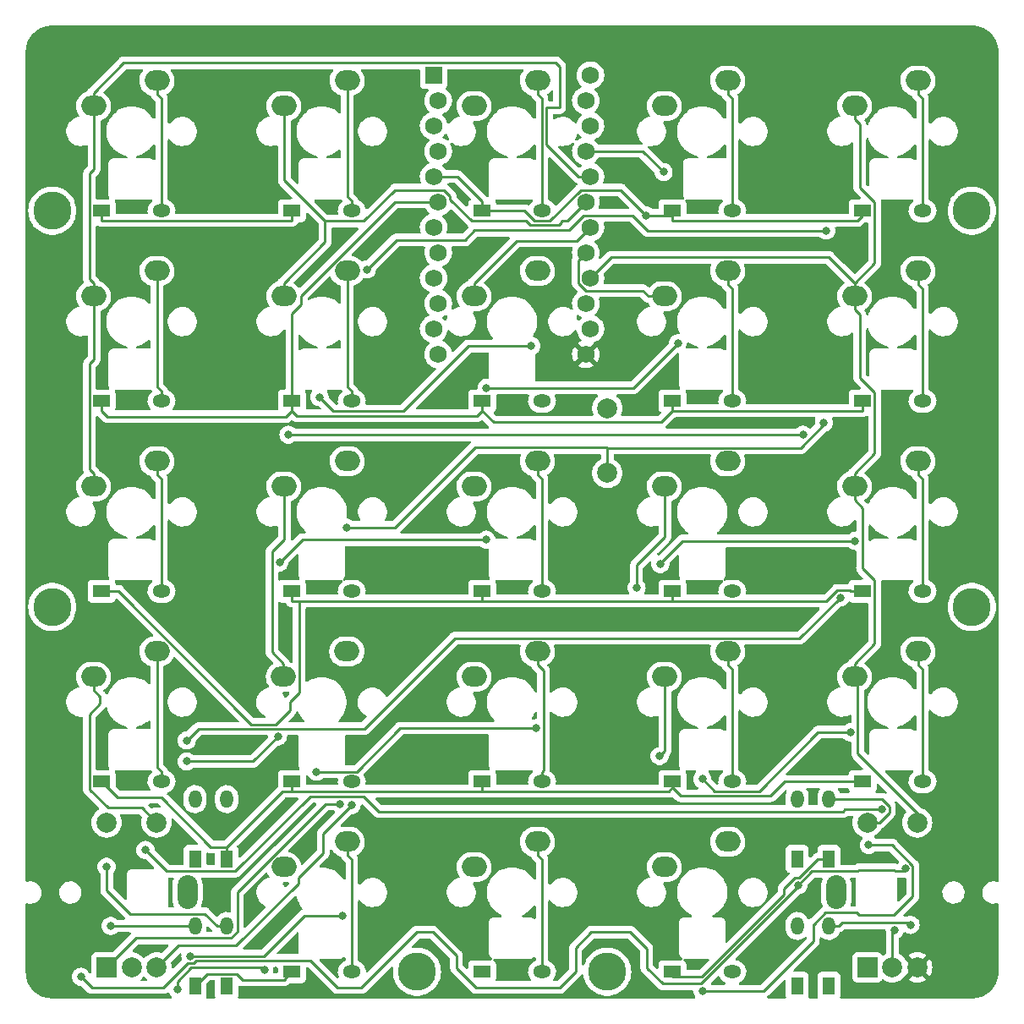
<source format=gtl>
G04 #@! TF.GenerationSoftware,KiCad,Pcbnew,(6.0.7)*
G04 #@! TF.CreationDate,2022-09-23T02:39:01+09:00*
G04 #@! TF.ProjectId,xipher_kbd_nohot,78697068-6572-45f6-9b62-645f6e6f686f,rev?*
G04 #@! TF.SameCoordinates,Original*
G04 #@! TF.FileFunction,Copper,L1,Top*
G04 #@! TF.FilePolarity,Positive*
%FSLAX46Y46*%
G04 Gerber Fmt 4.6, Leading zero omitted, Abs format (unit mm)*
G04 Created by KiCad (PCBNEW (6.0.7)) date 2022-09-23 02:39:01*
%MOMM*%
%LPD*%
G01*
G04 APERTURE LIST*
G04 #@! TA.AperFunction,ComponentPad*
%ADD10R,1.752600X1.752600*%
G04 #@! TD*
G04 #@! TA.AperFunction,ComponentPad*
%ADD11C,1.752600*%
G04 #@! TD*
G04 #@! TA.AperFunction,ComponentPad*
%ADD12O,2.500000X2.000000*%
G04 #@! TD*
G04 #@! TA.AperFunction,ComponentPad*
%ADD13C,3.800000*%
G04 #@! TD*
G04 #@! TA.AperFunction,ComponentPad*
%ADD14R,2.000000X2.000000*%
G04 #@! TD*
G04 #@! TA.AperFunction,ComponentPad*
%ADD15C,2.000000*%
G04 #@! TD*
G04 #@! TA.AperFunction,ComponentPad*
%ADD16O,2.000000X3.400000*%
G04 #@! TD*
G04 #@! TA.AperFunction,ComponentPad*
%ADD17R,1.300000X1.778000*%
G04 #@! TD*
G04 #@! TA.AperFunction,ComponentPad*
%ADD18O,1.300000X1.778000*%
G04 #@! TD*
G04 #@! TA.AperFunction,ComponentPad*
%ADD19R,1.778000X1.300000*%
G04 #@! TD*
G04 #@! TA.AperFunction,ComponentPad*
%ADD20O,1.778000X1.300000*%
G04 #@! TD*
G04 #@! TA.AperFunction,ViaPad*
%ADD21C,0.800000*%
G04 #@! TD*
G04 #@! TA.AperFunction,Conductor*
%ADD22C,0.250000*%
G04 #@! TD*
G04 APERTURE END LIST*
D10*
X73113900Y-37229200D03*
D11*
X73571100Y-39769200D03*
X73113900Y-42309200D03*
X73571100Y-44849200D03*
X73113900Y-47389200D03*
X73571100Y-49929200D03*
X73113900Y-52469200D03*
X73571100Y-55009200D03*
X73113900Y-57549200D03*
X73571100Y-60089200D03*
X73113900Y-62629200D03*
X73571100Y-65169200D03*
X88353900Y-65169200D03*
X88811100Y-62629200D03*
X88353900Y-60089200D03*
X88811100Y-57549200D03*
X88353900Y-55009200D03*
X88811100Y-52469200D03*
X88353900Y-49929200D03*
X88811100Y-47389200D03*
X88353900Y-44849200D03*
X88811100Y-42309200D03*
X88353900Y-39769200D03*
X88811100Y-37229200D03*
D12*
X77152500Y-97472500D03*
X83502500Y-94932500D03*
X39052500Y-59372500D03*
X45402500Y-56832500D03*
D13*
X127000000Y-90487500D03*
D12*
X115252500Y-40322500D03*
X121602500Y-37782500D03*
D13*
X127000000Y-50800000D03*
X34925000Y-50800000D03*
D12*
X39052500Y-40322500D03*
X45402500Y-37782500D03*
X115252500Y-59372500D03*
X121602500Y-56832500D03*
X96202500Y-59372500D03*
X102552500Y-56832500D03*
X96202500Y-78422500D03*
X102552500Y-75882500D03*
D13*
X71437500Y-127000000D03*
D12*
X96202500Y-40322500D03*
X102552500Y-37782500D03*
X58070000Y-97472500D03*
X64420000Y-94932500D03*
D13*
X90487500Y-127000000D03*
D12*
X77151400Y-116522500D03*
X83501400Y-113982500D03*
X96202500Y-116522500D03*
X102552500Y-113982500D03*
X77152500Y-40322500D03*
X83502500Y-37782500D03*
X96202500Y-97472500D03*
X102552500Y-94932500D03*
X58102500Y-59372500D03*
X64452500Y-56832500D03*
D14*
X116537500Y-126562500D03*
D15*
X121537500Y-126562500D03*
X119037500Y-126562500D03*
D16*
X113437500Y-119062500D03*
D15*
X121537500Y-112062500D03*
X116537500Y-112062500D03*
D12*
X39052500Y-78422500D03*
X45402500Y-75882500D03*
X115252500Y-97472500D03*
X121602500Y-94932500D03*
X58102500Y-78422500D03*
X64452500Y-75882500D03*
D13*
X34925000Y-90487500D03*
D12*
X58101400Y-116522500D03*
X64451400Y-113982500D03*
X58102500Y-40322500D03*
X64452500Y-37782500D03*
X39052500Y-97472500D03*
X45402500Y-94932500D03*
X77152500Y-78422500D03*
X83502500Y-75882500D03*
X77152500Y-59372500D03*
X83502500Y-56832500D03*
X115252500Y-78422500D03*
X121602500Y-75882500D03*
D14*
X40362500Y-126562500D03*
D15*
X45362500Y-126562500D03*
X42862500Y-126562500D03*
D16*
X48462500Y-119062500D03*
D15*
X45362500Y-112062500D03*
X40362500Y-112062500D03*
D17*
X109512500Y-128412500D03*
D18*
X109512500Y-122412500D03*
D19*
X58912500Y-50800000D03*
D20*
X64912500Y-50800000D03*
D17*
X109512500Y-115712500D03*
D18*
X109512500Y-109712500D03*
D15*
X90487500Y-70568700D03*
X90487500Y-77068700D03*
D19*
X77962500Y-127000000D03*
D20*
X83962500Y-127000000D03*
D19*
X97012500Y-50800000D03*
D20*
X103012500Y-50800000D03*
D17*
X49212500Y-115712500D03*
D18*
X49212500Y-109712500D03*
D19*
X116062500Y-88900000D03*
D20*
X122062500Y-88900000D03*
D19*
X116062500Y-107950000D03*
D20*
X122062500Y-107950000D03*
D19*
X97012500Y-107950000D03*
D20*
X103012500Y-107950000D03*
D19*
X39862500Y-50800000D03*
D20*
X45862500Y-50800000D03*
D19*
X77962500Y-50800000D03*
D20*
X83962500Y-50800000D03*
D19*
X39862500Y-88900000D03*
D20*
X45862500Y-88900000D03*
D19*
X77962500Y-88900000D03*
D20*
X83962500Y-88900000D03*
D17*
X49212500Y-128412500D03*
D18*
X49212500Y-122412500D03*
D19*
X77962500Y-69850000D03*
D20*
X83962500Y-69850000D03*
D17*
X112687500Y-115712500D03*
D18*
X112687500Y-109712500D03*
D19*
X97012500Y-127000000D03*
D20*
X103012500Y-127000000D03*
D19*
X97012500Y-69850000D03*
D20*
X103012500Y-69850000D03*
D19*
X58912500Y-107950000D03*
D20*
X64912500Y-107950000D03*
D19*
X58912500Y-88900000D03*
D20*
X64912500Y-88900000D03*
D19*
X77962500Y-107950000D03*
D20*
X83962500Y-107950000D03*
D19*
X39862500Y-107950000D03*
D20*
X45862500Y-107950000D03*
D19*
X58912500Y-69850000D03*
D20*
X64912500Y-69850000D03*
D19*
X58912500Y-127000000D03*
D20*
X64912500Y-127000000D03*
D19*
X97012500Y-88900000D03*
D20*
X103012500Y-88900000D03*
D17*
X112687500Y-128412500D03*
D18*
X112687500Y-122412500D03*
D19*
X39862500Y-69850000D03*
D20*
X45862500Y-69850000D03*
D19*
X116062500Y-69850000D03*
D20*
X122062500Y-69850000D03*
D17*
X52387500Y-128412500D03*
D18*
X52387500Y-122412500D03*
D17*
X52387500Y-115712500D03*
D18*
X52387500Y-109712500D03*
D19*
X116062500Y-50800000D03*
D20*
X122062500Y-50800000D03*
D21*
X94418700Y-51287500D03*
X40361200Y-116482000D03*
X40769900Y-122412500D03*
X120865299Y-122309199D03*
X93431300Y-88550100D03*
X95733600Y-105402500D03*
X63741500Y-110182100D03*
X37798600Y-127499200D03*
X109630000Y-118314900D03*
X120364000Y-116681250D03*
X64890800Y-110326700D03*
X112177900Y-72017800D03*
X119280800Y-122819000D03*
X64414400Y-82526200D03*
X66428800Y-56676300D03*
X112408500Y-52790700D03*
X61684000Y-69462500D03*
X82898800Y-64342600D03*
X97556600Y-64087700D03*
X78413800Y-68537500D03*
X58568600Y-73222600D03*
X110098300Y-73222600D03*
X57678700Y-86015000D03*
X78372600Y-83730000D03*
X115319800Y-83849900D03*
X95801800Y-86181600D03*
X113819400Y-89523900D03*
X48394100Y-103841800D03*
X57517900Y-103430000D03*
X48394100Y-105939300D03*
X61379400Y-106974800D03*
X83386300Y-102601200D03*
X100012500Y-107702500D03*
X114835700Y-103015900D03*
X44254200Y-114805700D03*
X118009900Y-110737400D03*
X63998800Y-121409500D03*
X48756500Y-125419000D03*
X116681250Y-114300000D03*
X100039000Y-128931700D03*
X47456200Y-128756300D03*
X96125600Y-46927500D03*
X56156125Y-126799875D03*
D22*
X58912500Y-89875100D02*
X59652500Y-89875100D01*
X59652500Y-89875100D02*
X77962500Y-89875100D01*
X57323950Y-102219800D02*
X54876500Y-102219800D01*
X58737500Y-100806250D02*
X57323950Y-102219800D01*
X113519200Y-88798800D02*
X112442900Y-89875100D01*
X59652500Y-99079925D02*
X58737500Y-99994925D01*
X97012500Y-88900000D02*
X97012500Y-89762500D01*
X116062500Y-88900000D02*
X114848400Y-88900000D01*
X112442900Y-89875100D02*
X97012500Y-89875100D01*
X114848400Y-88900000D02*
X114747200Y-88798800D01*
X97012500Y-89762500D02*
X97012500Y-89875100D01*
X58912500Y-88900000D02*
X58912500Y-89875100D01*
X59652500Y-89875100D02*
X59652500Y-99079925D01*
X41556700Y-88900000D02*
X39862500Y-88900000D01*
X54876500Y-102219800D02*
X41556700Y-88900000D01*
X97012500Y-89875100D02*
X77962500Y-89875100D01*
X58737500Y-99994925D02*
X58737500Y-100806250D01*
X114747200Y-88798800D02*
X113519200Y-88798800D01*
X77962500Y-88900000D02*
X77962500Y-89875100D01*
X121602500Y-75882500D02*
X121602500Y-77207600D01*
X122062500Y-88900000D02*
X122062500Y-77667600D01*
X122062500Y-77667600D02*
X121602500Y-77207600D01*
X91848400Y-48717200D02*
X87821700Y-48717200D01*
X82219400Y-50800000D02*
X77962500Y-50800000D01*
X97012500Y-51287500D02*
X97012500Y-51775100D01*
X116062500Y-51287500D02*
X115574900Y-51775100D01*
X83198500Y-51779100D02*
X82219400Y-50800000D01*
X39862500Y-50800000D02*
X39862500Y-51775100D01*
X58912500Y-50800000D02*
X58912500Y-51775100D01*
X97012500Y-51287500D02*
X94418700Y-51287500D01*
X77962500Y-49824900D02*
X75526800Y-47389200D01*
X77962500Y-50800000D02*
X77962500Y-49824900D01*
X94418700Y-51287500D02*
X91848400Y-48717200D01*
X97012500Y-50800000D02*
X97012500Y-51287500D01*
X115574900Y-51775100D02*
X97012500Y-51775100D01*
X87821700Y-48717200D02*
X84759800Y-51779100D01*
X75526800Y-47389200D02*
X73113900Y-47389200D01*
X116062500Y-50800000D02*
X116062500Y-51287500D01*
X84759800Y-51779100D02*
X83198500Y-51779100D01*
X39862500Y-51775100D02*
X58912500Y-51775100D01*
X77962500Y-107950000D02*
X77962500Y-108812500D01*
X52387500Y-115712500D02*
X52387500Y-114498400D01*
X52387500Y-114498400D02*
X57960800Y-108925100D01*
X77962500Y-108925100D02*
X58912500Y-108925100D01*
X45831900Y-109537500D02*
X50792800Y-114498400D01*
X97012500Y-107950000D02*
X97012500Y-108563800D01*
X77962500Y-108812500D02*
X77962500Y-108925100D01*
X57960800Y-108925100D02*
X58912500Y-108925100D01*
X106828500Y-109375300D02*
X108253800Y-107950000D01*
X58912500Y-107950000D02*
X58912500Y-108925100D01*
X97012500Y-108563800D02*
X97824000Y-109375300D01*
X77962500Y-108925100D02*
X96651200Y-108925100D01*
X97824000Y-109375300D02*
X106828500Y-109375300D01*
X96651200Y-108925100D02*
X97012500Y-108563800D01*
X108253800Y-107950000D02*
X116062500Y-107950000D01*
X41450000Y-109537500D02*
X45831900Y-109537500D01*
X50792800Y-114498400D02*
X52387500Y-114498400D01*
X39862500Y-107950000D02*
X41450000Y-109537500D01*
X83962500Y-107950000D02*
X83962500Y-106974900D01*
X84111400Y-96866500D02*
X83502500Y-96257600D01*
X83962500Y-106974900D02*
X84111400Y-106826000D01*
X83502500Y-94932500D02*
X83502500Y-96257600D01*
X84111400Y-106826000D02*
X84111400Y-96866500D01*
X102552500Y-94932500D02*
X102552500Y-96257600D01*
X103012500Y-107950000D02*
X103012500Y-96717600D01*
X103012500Y-96717600D02*
X102552500Y-96257600D01*
X118734900Y-110437095D02*
X118010305Y-109712500D01*
X118734900Y-111037705D02*
X118734900Y-110437095D01*
X117710105Y-112062500D02*
X118734900Y-111037705D01*
X116537500Y-112062500D02*
X117710105Y-112062500D01*
X118010305Y-109712500D02*
X112687500Y-109712500D01*
X51412400Y-122412500D02*
X50187100Y-121187200D01*
X40361200Y-118848700D02*
X40361200Y-116482000D01*
X50187100Y-121187200D02*
X42699700Y-121187200D01*
X52387500Y-122412500D02*
X51412400Y-122412500D01*
X42699700Y-121187200D02*
X40361200Y-118848700D01*
X97012500Y-127487500D02*
X99980000Y-127487500D01*
X58118750Y-127793750D02*
X53957750Y-127793750D01*
X53957750Y-127793750D02*
X53362500Y-127198500D01*
X58912500Y-127000000D02*
X58118750Y-127793750D01*
X50426500Y-127198500D02*
X49212500Y-128412500D01*
X111591400Y-115712500D02*
X112687500Y-115712500D01*
X108188300Y-119279200D02*
X108188300Y-118714800D01*
X97012500Y-127000000D02*
X97012500Y-127487500D01*
X109313400Y-117589700D02*
X109714200Y-117589700D01*
X99980000Y-127487500D02*
X108188300Y-119279200D01*
X53362500Y-127198500D02*
X50426500Y-127198500D01*
X109714200Y-117589700D02*
X111591400Y-115712500D01*
X108188300Y-118714800D02*
X109313400Y-117589700D01*
X49212500Y-122412500D02*
X40769900Y-122412500D01*
X64912500Y-115767600D02*
X64912500Y-126024900D01*
X64452500Y-113982500D02*
X64452500Y-115307600D01*
X64452500Y-115307600D02*
X64912500Y-115767600D01*
X64912500Y-127000000D02*
X64912500Y-126024900D01*
X83502500Y-113982500D02*
X83502500Y-115307600D01*
X83962500Y-115767600D02*
X83502500Y-115307600D01*
X83962500Y-127000000D02*
X83962500Y-115767600D01*
X39862500Y-70818750D02*
X40481250Y-71437500D01*
X79095400Y-71958000D02*
X77962500Y-70825100D01*
X77962500Y-69850000D02*
X77962500Y-70825100D01*
X58912500Y-69850000D02*
X58912500Y-70825100D01*
X77447100Y-71340500D02*
X77962500Y-70825100D01*
X95879600Y-71958000D02*
X79095400Y-71958000D01*
X116062500Y-70825100D02*
X97012500Y-70825100D01*
X97012500Y-69850000D02*
X97012500Y-70712500D01*
X69223700Y-49929200D02*
X73571100Y-49929200D01*
X40481250Y-71437500D02*
X58300100Y-71437500D01*
X59813200Y-59339700D02*
X69223700Y-49929200D01*
X58912500Y-70825100D02*
X59427900Y-71340500D01*
X59427900Y-71340500D02*
X77447100Y-71340500D01*
X58912500Y-61116200D02*
X59813200Y-60215500D01*
X58912500Y-69850000D02*
X58912500Y-61116200D01*
X58300100Y-71437500D02*
X58912500Y-70825100D01*
X97012500Y-70712500D02*
X97012500Y-70825100D01*
X39862500Y-69850000D02*
X39862500Y-70818750D01*
X116062500Y-69850000D02*
X116062500Y-70825100D01*
X97012500Y-70825100D02*
X95879600Y-71958000D01*
X59813200Y-60215500D02*
X59813200Y-59339700D01*
X113662600Y-122412500D02*
X112687500Y-122412500D01*
X120865299Y-122309199D02*
X120650000Y-122093900D01*
X120650000Y-122093900D02*
X113981200Y-122093900D01*
X113981200Y-122093900D02*
X113662600Y-122412500D01*
X45862500Y-39567600D02*
X45402500Y-39107600D01*
X45402500Y-37782500D02*
X45402500Y-39107600D01*
X45862500Y-50800000D02*
X45862500Y-39567600D01*
X64452500Y-49364900D02*
X64912500Y-49824900D01*
X64452500Y-39107600D02*
X64452500Y-49364900D01*
X64452500Y-37782500D02*
X64452500Y-39107600D01*
X64912500Y-50800000D02*
X64912500Y-49824900D01*
X83962500Y-39567600D02*
X83502500Y-39107600D01*
X83962500Y-50800000D02*
X83962500Y-39567600D01*
X83502500Y-39107600D02*
X83502500Y-37782500D01*
X102552500Y-37782500D02*
X102552500Y-39107600D01*
X103012500Y-50800000D02*
X103012500Y-39567600D01*
X103012500Y-39567600D02*
X102552500Y-39107600D01*
X122062500Y-39567600D02*
X121602500Y-39107600D01*
X121602500Y-37782500D02*
X121602500Y-39107600D01*
X122062500Y-50800000D02*
X122062500Y-39567600D01*
X45402500Y-68414900D02*
X45862500Y-68874900D01*
X45402500Y-56832500D02*
X45402500Y-58157600D01*
X45402500Y-58157600D02*
X45402500Y-68414900D01*
X45862500Y-69850000D02*
X45862500Y-68874900D01*
X64452500Y-68414900D02*
X64912500Y-68874900D01*
X64912500Y-69850000D02*
X64912500Y-68874900D01*
X64452500Y-56832500D02*
X64452500Y-58157600D01*
X64452500Y-58157600D02*
X64452500Y-68414900D01*
X103012500Y-69850000D02*
X103012500Y-68874900D01*
X103012500Y-68874900D02*
X103012500Y-58617600D01*
X102552500Y-56832500D02*
X102552500Y-58157600D01*
X103012500Y-58617600D02*
X102552500Y-58157600D01*
X122062500Y-58617600D02*
X121602500Y-58157600D01*
X121602500Y-56832500D02*
X121602500Y-58157600D01*
X122062500Y-69850000D02*
X122062500Y-58617600D01*
X45862500Y-88900000D02*
X45862500Y-77667600D01*
X45402500Y-75882500D02*
X45402500Y-77207600D01*
X45862500Y-77667600D02*
X45402500Y-77207600D01*
X83962500Y-88900000D02*
X83962500Y-77667600D01*
X83502500Y-75882500D02*
X83502500Y-77207600D01*
X83962500Y-77667600D02*
X83502500Y-77207600D01*
X39052500Y-40322500D02*
X39052500Y-38997400D01*
X39052500Y-38997400D02*
X42076300Y-35973600D01*
X39052500Y-58047400D02*
X38648300Y-57643200D01*
X39118400Y-46618200D02*
X39118400Y-41713500D01*
X84412500Y-44187501D02*
X87614199Y-47389200D01*
X39052500Y-59372500D02*
X39052500Y-60697600D01*
X39052500Y-77097400D02*
X38648300Y-76693200D01*
X85725000Y-36361250D02*
X85725000Y-40481250D01*
X42076300Y-35973600D02*
X85337350Y-35973600D01*
X85337350Y-35973600D02*
X85725000Y-36361250D01*
X38648300Y-101214500D02*
X38648300Y-108756800D01*
X38648300Y-66138300D02*
X39118400Y-65668200D01*
X38648300Y-108756800D02*
X40491300Y-110599800D01*
X39052500Y-59372500D02*
X39052500Y-58047400D01*
X39052500Y-78422500D02*
X39052500Y-77097400D01*
X39118400Y-41713500D02*
X39052500Y-41647600D01*
X84412500Y-40481250D02*
X84412500Y-44187501D01*
X38648300Y-57643200D02*
X38648300Y-47088300D01*
X85725000Y-40481250D02*
X84412500Y-40481250D01*
X87614199Y-47389200D02*
X88811100Y-47389200D01*
X43899800Y-110599800D02*
X45362500Y-112062500D01*
X39118400Y-60763500D02*
X39052500Y-60697600D01*
X39052500Y-40322500D02*
X39052500Y-41647600D01*
X39687500Y-99432600D02*
X39687500Y-100175300D01*
X39052500Y-97472500D02*
X39052500Y-98797600D01*
X38648300Y-47088300D02*
X39118400Y-46618200D01*
X39687500Y-100175300D02*
X38648300Y-101214500D01*
X39118400Y-65668200D02*
X39118400Y-60763500D01*
X40491300Y-110599800D02*
X43899800Y-110599800D01*
X39052500Y-98797600D02*
X39687500Y-99432600D01*
X38648300Y-76693200D02*
X38648300Y-66138300D01*
X66131800Y-51840900D02*
X69255800Y-48716900D01*
X82336700Y-51779100D02*
X82786800Y-52229200D01*
X58152400Y-79797500D02*
X58152400Y-83701100D01*
X85913600Y-51965600D02*
X85913600Y-51779100D01*
X58152400Y-83701100D02*
X56919800Y-84933700D01*
X58102500Y-59372500D02*
X58102500Y-58047400D01*
X58164000Y-47759400D02*
X62245500Y-51840900D01*
X56919800Y-94997200D02*
X58070000Y-96147400D01*
X74772600Y-49366000D02*
X74772600Y-49653500D01*
X62245500Y-53904400D02*
X62245500Y-51840900D01*
X58102500Y-78422500D02*
X58102500Y-79747600D01*
X62245500Y-51840900D02*
X66131800Y-51840900D01*
X74123500Y-48716900D02*
X74772600Y-49366000D01*
X82786800Y-52229200D02*
X85650000Y-52229200D01*
X85650000Y-52229200D02*
X85913600Y-51965600D01*
X58070000Y-97472500D02*
X58070000Y-96147400D01*
X76898200Y-51779100D02*
X82336700Y-51779100D01*
X58102500Y-40322500D02*
X58102500Y-41647600D01*
X58102500Y-79747600D02*
X58152400Y-79797500D01*
X58102500Y-41647600D02*
X58164000Y-41709100D01*
X56919800Y-84933700D02*
X56919800Y-94997200D01*
X86504000Y-51779100D02*
X88353900Y-49929200D01*
X85913600Y-51779100D02*
X86504000Y-51779100D01*
X74772600Y-49653500D02*
X76898200Y-51779100D01*
X69255800Y-48716900D02*
X74123500Y-48716900D01*
X58102500Y-58047400D02*
X62245500Y-53904400D01*
X58164000Y-41709100D02*
X58164000Y-47759400D01*
X77152500Y-58047400D02*
X81392200Y-53807700D01*
X87472600Y-53807700D02*
X88811100Y-52469200D01*
X77152500Y-59372500D02*
X77152500Y-58047400D01*
X81392200Y-53807700D02*
X87472600Y-53807700D01*
X96202500Y-98797600D02*
X96268400Y-98863500D01*
X93431300Y-86273000D02*
X96268400Y-83435900D01*
X87579900Y-58036900D02*
X88366500Y-58823500D01*
X87579900Y-55783200D02*
X87579900Y-58036900D01*
X94078400Y-58823500D02*
X94627400Y-59372500D01*
X96268400Y-83435900D02*
X96268400Y-79813500D01*
X96202500Y-78422500D02*
X96202500Y-79747600D01*
X96202500Y-97472500D02*
X96202500Y-98797600D01*
X88366500Y-58823500D02*
X94078400Y-58823500D01*
X88353900Y-55009200D02*
X87579900Y-55783200D01*
X93431300Y-88550100D02*
X93431300Y-86273000D01*
X96268400Y-104867700D02*
X95733600Y-105402500D01*
X96202500Y-59372500D02*
X94627400Y-59372500D01*
X96268400Y-98863500D02*
X96268400Y-104867700D01*
X96268400Y-79813500D02*
X96202500Y-79747600D01*
X115569300Y-105164700D02*
X115569300Y-97126700D01*
X112658600Y-55453500D02*
X90906800Y-55453500D01*
X121537500Y-112062500D02*
X121537500Y-111132900D01*
X117276700Y-94123200D02*
X115252500Y-96147400D01*
X115252500Y-59372500D02*
X115252500Y-58047400D01*
X115780100Y-67514800D02*
X115780100Y-61225200D01*
X117276700Y-87825300D02*
X117276700Y-94123200D01*
X116051700Y-86600300D02*
X117276700Y-87825300D01*
X117276700Y-49961400D02*
X115780100Y-48464800D01*
X115569300Y-97126700D02*
X115252500Y-96809900D01*
X121537500Y-111132900D02*
X115569300Y-105164700D01*
X115252500Y-77097400D02*
X117276700Y-75073200D01*
X117276700Y-56023200D02*
X117276700Y-49961400D01*
X115252500Y-79085000D02*
X115252500Y-78422500D01*
X117276700Y-69011400D02*
X115780100Y-67514800D01*
X115252500Y-58047400D02*
X112658600Y-55453500D01*
X115252500Y-78422500D02*
X115252500Y-77097400D01*
X115252500Y-79747600D02*
X116051700Y-80546800D01*
X115780100Y-61225200D02*
X115252500Y-60697600D01*
X115252500Y-59372500D02*
X115252500Y-60697600D01*
X115252500Y-97472500D02*
X115252500Y-96809900D01*
X115780100Y-42175200D02*
X115252500Y-41647600D01*
X115252500Y-40322500D02*
X115252500Y-41647600D01*
X115780100Y-48464800D02*
X115780100Y-42175200D01*
X117276700Y-75073200D02*
X117276700Y-69011400D01*
X116051700Y-80546800D02*
X116051700Y-86600300D01*
X115252500Y-79085000D02*
X115252500Y-79747600D01*
X115252500Y-58047400D02*
X117276700Y-56023200D01*
X90906800Y-55453500D02*
X88811100Y-57549200D01*
X115252500Y-96809900D02*
X115252500Y-96147400D01*
X62316600Y-110182100D02*
X63741500Y-110182100D01*
X40362500Y-126562500D02*
X43287900Y-123637100D01*
X53457200Y-123020600D02*
X53457200Y-119041500D01*
X43287900Y-123637100D02*
X52840700Y-123637100D01*
X53457200Y-119041500D02*
X62316600Y-110182100D01*
X52840700Y-123637100D02*
X53457200Y-123020600D01*
X49056805Y-126144000D02*
X48481000Y-126144000D01*
X119346051Y-116936800D02*
X119196751Y-116787500D01*
X73025000Y-123031250D02*
X71437500Y-123031250D01*
X71437500Y-123031250D02*
X65881250Y-128587500D01*
X65881250Y-128587500D02*
X63500000Y-128587500D01*
X60781500Y-125869000D02*
X49331805Y-125869000D01*
X92804750Y-123031250D02*
X88900000Y-123031250D01*
X75406250Y-125412500D02*
X73025000Y-123031250D01*
X109630000Y-118474200D02*
X99897700Y-128206500D01*
X75406250Y-126632750D02*
X75406250Y-125412500D01*
X88900000Y-123031250D02*
X87312500Y-124618750D01*
X63500000Y-128587500D02*
X60781500Y-125869000D01*
X48481000Y-126144000D02*
X46037500Y-128587500D01*
X85725000Y-128587500D02*
X77361000Y-128587500D01*
X46037500Y-128587500D02*
X38886900Y-128587500D01*
X77361000Y-128587500D02*
X75406250Y-126632750D01*
X38886900Y-128587500D02*
X37798600Y-127499200D01*
X111008100Y-116936800D02*
X109630000Y-118314900D01*
X109630000Y-118314900D02*
X109630000Y-118474200D01*
X87312500Y-127000000D02*
X85725000Y-128587500D01*
X120108450Y-116936800D02*
X119346051Y-116936800D01*
X115553949Y-116936800D02*
X111008100Y-116936800D01*
X49331805Y-125869000D02*
X49056805Y-126144000D01*
X99897700Y-128206500D02*
X96030000Y-128206500D01*
X94456250Y-126632750D02*
X94456250Y-124682750D01*
X96030000Y-128206500D02*
X94456250Y-126632750D01*
X94456250Y-124682750D02*
X92804750Y-123031250D01*
X119196751Y-116787500D02*
X115703249Y-116787500D01*
X120364000Y-116681250D02*
X120108450Y-116936800D01*
X115703249Y-116787500D02*
X115553949Y-116936800D01*
X87312500Y-124618750D02*
X87312500Y-127000000D01*
X59587400Y-118147800D02*
X59587400Y-117591300D01*
X45362500Y-126562500D02*
X47542000Y-124383000D01*
X53352200Y-124383000D02*
X59587400Y-118147800D01*
X59587400Y-117591300D02*
X62065900Y-115112800D01*
X47542000Y-124383000D02*
X53352200Y-124383000D01*
X62065900Y-113151600D02*
X64890800Y-110326700D01*
X62065900Y-115112800D02*
X62065900Y-113151600D01*
X119037500Y-126562500D02*
X119037500Y-123062300D01*
X90487500Y-77068700D02*
X90487500Y-74557500D01*
X90432200Y-74502200D02*
X77280600Y-74502200D01*
X109850200Y-74537800D02*
X112177900Y-72210100D01*
X77280600Y-74502200D02*
X69256600Y-82526200D01*
X119037500Y-123062300D02*
X119280800Y-122819000D01*
X90507200Y-74537800D02*
X109850200Y-74537800D01*
X69256600Y-82526200D02*
X64414400Y-82526200D01*
X90487500Y-74557500D02*
X90507200Y-74537800D01*
X112177900Y-72210100D02*
X112177900Y-72017800D01*
X90487500Y-74557500D02*
X90432200Y-74502200D01*
X45402500Y-94932500D02*
X45402500Y-96257600D01*
X45402500Y-96257600D02*
X45402500Y-106514900D01*
X45862500Y-107950000D02*
X45862500Y-106974900D01*
X45402500Y-106514900D02*
X45862500Y-106974900D01*
X122062500Y-107950000D02*
X122062500Y-96717600D01*
X122062500Y-96717600D02*
X121602500Y-96257600D01*
X121602500Y-94932500D02*
X121602500Y-96257600D01*
X66428800Y-56676300D02*
X69365900Y-53739200D01*
X76221800Y-53739200D02*
X77213800Y-52747200D01*
X94536700Y-52790700D02*
X112408500Y-52790700D01*
X69365900Y-53739200D02*
X76221800Y-53739200D01*
X93013800Y-51267800D02*
X94536700Y-52790700D01*
X77213800Y-52747200D02*
X86662100Y-52747200D01*
X88141500Y-51267800D02*
X93013800Y-51267800D01*
X86662100Y-52747200D02*
X88141500Y-51267800D01*
X76584700Y-64342600D02*
X82898800Y-64342600D01*
X61684000Y-69462500D02*
X63079400Y-70857900D01*
X70069400Y-70857900D02*
X76584700Y-64342600D01*
X63079400Y-70857900D02*
X70069400Y-70857900D01*
X97556600Y-64087700D02*
X93094100Y-68550200D01*
X78426500Y-68550200D02*
X78413800Y-68537500D01*
X93094100Y-68550200D02*
X78426500Y-68550200D01*
X110098300Y-73222600D02*
X58568600Y-73222600D01*
X59963700Y-83730000D02*
X57678700Y-86015000D01*
X78372600Y-83730000D02*
X59963700Y-83730000D01*
X95801800Y-86181600D02*
X95801800Y-86094600D01*
X95801800Y-86094600D02*
X98046500Y-83849900D01*
X98046500Y-83849900D02*
X115319800Y-83849900D01*
X66156100Y-102669800D02*
X75218500Y-93607400D01*
X48394100Y-103841800D02*
X49566100Y-102669800D01*
X49566100Y-102669800D02*
X66156100Y-102669800D01*
X109735900Y-93607400D02*
X113819400Y-89523900D01*
X75218500Y-93607400D02*
X109735900Y-93607400D01*
X55008600Y-105939300D02*
X57517900Y-103430000D01*
X48394100Y-105939300D02*
X55008600Y-105939300D01*
X69761300Y-102601200D02*
X83386300Y-102601200D01*
X65387700Y-106974800D02*
X69761300Y-102601200D01*
X61379400Y-106974800D02*
X65387700Y-106974800D01*
X105689300Y-108925100D02*
X101235100Y-108925100D01*
X101235100Y-108925100D02*
X100012500Y-107702500D01*
X114835700Y-103015900D02*
X111598500Y-103015900D01*
X111598500Y-103015900D02*
X105689300Y-108925100D01*
X67603900Y-110944800D02*
X114091700Y-110944800D01*
X60753500Y-109435700D02*
X66094800Y-109435700D01*
X66094800Y-109435700D02*
X67603900Y-110944800D01*
X114299100Y-110737400D02*
X118009900Y-110737400D01*
X53262500Y-116926700D02*
X60753500Y-109435700D01*
X114091700Y-110944800D02*
X114299100Y-110737400D01*
X46375200Y-116926700D02*
X53262500Y-116926700D01*
X44254200Y-114805700D02*
X46375200Y-116926700D01*
X56143300Y-125419000D02*
X48756500Y-125419000D01*
X60152800Y-121409500D02*
X56143300Y-125419000D01*
X63998800Y-121409500D02*
X60152800Y-121409500D01*
X119008055Y-114300000D02*
X116681250Y-114300000D01*
X111125000Y-122237500D02*
X111206250Y-122237500D01*
X111125000Y-123950600D02*
X111125000Y-122237500D01*
X111206250Y-122237500D02*
X112356250Y-121087500D01*
X100039000Y-128931700D02*
X106143900Y-128931700D01*
X121089000Y-119445251D02*
X121089000Y-116380945D01*
X112356250Y-121087500D02*
X115453249Y-121087500D01*
X115453249Y-121087500D02*
X115703249Y-121337500D01*
X106143900Y-128931700D02*
X111125000Y-123950600D01*
X115703249Y-121337500D02*
X119196751Y-121337500D01*
X119196751Y-121337500D02*
X121089000Y-119445251D01*
X121089000Y-116380945D02*
X119008055Y-114300000D01*
X48842000Y-126594000D02*
X55950250Y-126594000D01*
X47456200Y-128756300D02*
X47456200Y-127979800D01*
X47456200Y-127979800D02*
X48842000Y-126594000D01*
X94047300Y-44849200D02*
X96125600Y-46927500D01*
X88353900Y-44849200D02*
X94047300Y-44849200D01*
X55950250Y-126594000D02*
X56156125Y-126799875D01*
G04 #@! TA.AperFunction,Conductor*
G36*
X126970018Y-32260000D02*
G01*
X126984851Y-32262310D01*
X126984855Y-32262310D01*
X126993724Y-32263691D01*
X127002626Y-32262527D01*
X127002628Y-32262527D01*
X127006936Y-32261963D01*
X127011720Y-32261338D01*
X127035117Y-32260472D01*
X127291492Y-32274869D01*
X127305524Y-32276450D01*
X127445953Y-32300311D01*
X127586376Y-32324170D01*
X127600151Y-32327314D01*
X127873891Y-32406177D01*
X127887228Y-32410844D01*
X128150418Y-32519861D01*
X128163148Y-32525992D01*
X128412468Y-32663786D01*
X128424432Y-32671303D01*
X128656762Y-32836149D01*
X128667810Y-32844959D01*
X128880224Y-33034785D01*
X128890215Y-33044776D01*
X129080041Y-33257190D01*
X129088851Y-33268238D01*
X129253697Y-33500568D01*
X129261214Y-33512532D01*
X129399008Y-33761852D01*
X129405139Y-33774582D01*
X129514156Y-34037772D01*
X129518823Y-34051109D01*
X129597686Y-34324849D01*
X129600830Y-34338624D01*
X129648549Y-34619471D01*
X129650131Y-34633513D01*
X129664118Y-34882593D01*
X129662817Y-34909036D01*
X129662690Y-34909849D01*
X129662690Y-34909855D01*
X129661309Y-34918724D01*
X129662473Y-34927626D01*
X129662473Y-34927628D01*
X129665436Y-34950283D01*
X129666500Y-34966621D01*
X129666500Y-117883848D01*
X129646498Y-117951969D01*
X129592842Y-117998462D01*
X129522568Y-118008566D01*
X129493403Y-118000714D01*
X129478763Y-117994814D01*
X129271163Y-117954272D01*
X129265601Y-117954000D01*
X129109654Y-117954000D01*
X128951934Y-117969048D01*
X128748966Y-118028592D01*
X128743639Y-118031336D01*
X128743638Y-118031336D01*
X128566251Y-118122696D01*
X128566248Y-118122698D01*
X128560920Y-118125442D01*
X128394580Y-118256104D01*
X128390648Y-118260635D01*
X128390645Y-118260638D01*
X128306824Y-118357234D01*
X128255948Y-118415863D01*
X128252948Y-118421049D01*
X128252945Y-118421053D01*
X128187543Y-118534105D01*
X128150027Y-118598954D01*
X128080639Y-118798771D01*
X128079778Y-118804706D01*
X128079778Y-118804708D01*
X128051516Y-118999630D01*
X128050287Y-119008104D01*
X128060067Y-119219399D01*
X128061471Y-119225224D01*
X128061471Y-119225225D01*
X128105806Y-119409186D01*
X128109625Y-119425034D01*
X128112107Y-119430492D01*
X128112108Y-119430496D01*
X128155205Y-119525281D01*
X128197174Y-119617587D01*
X128288992Y-119747026D01*
X128303870Y-119768000D01*
X128319554Y-119790111D01*
X128472350Y-119936381D01*
X128650048Y-120051120D01*
X128655614Y-120053363D01*
X128840668Y-120127942D01*
X128840671Y-120127943D01*
X128846237Y-120130186D01*
X129053837Y-120170728D01*
X129059399Y-120171000D01*
X129215346Y-120171000D01*
X129373066Y-120155952D01*
X129378822Y-120154263D01*
X129378824Y-120154263D01*
X129505031Y-120117238D01*
X129576027Y-120117255D01*
X129635744Y-120155653D01*
X129665222Y-120220241D01*
X129666500Y-120238143D01*
X129666500Y-126950633D01*
X129665000Y-126970018D01*
X129662690Y-126984851D01*
X129662690Y-126984855D01*
X129661309Y-126993724D01*
X129663136Y-127007692D01*
X129663662Y-127011716D01*
X129664528Y-127035117D01*
X129650832Y-127279011D01*
X129650131Y-127291488D01*
X129648550Y-127305524D01*
X129635709Y-127381100D01*
X129600830Y-127586376D01*
X129597686Y-127600151D01*
X129518823Y-127873891D01*
X129514156Y-127887228D01*
X129405139Y-128150418D01*
X129399008Y-128163148D01*
X129261214Y-128412468D01*
X129253697Y-128424432D01*
X129088851Y-128656762D01*
X129080042Y-128667808D01*
X128911203Y-128856739D01*
X128890215Y-128880224D01*
X128880224Y-128890215D01*
X128674775Y-129073817D01*
X128667810Y-129080041D01*
X128656764Y-129088850D01*
X128642939Y-129098659D01*
X128424432Y-129253697D01*
X128412468Y-129261214D01*
X128163148Y-129399008D01*
X128150418Y-129405139D01*
X127887228Y-129514156D01*
X127873891Y-129518823D01*
X127600151Y-129597686D01*
X127586376Y-129600830D01*
X127445952Y-129624690D01*
X127305524Y-129648550D01*
X127291490Y-129650131D01*
X127222407Y-129654010D01*
X127042407Y-129664118D01*
X127015964Y-129662817D01*
X127015151Y-129662690D01*
X127015145Y-129662690D01*
X127006276Y-129661309D01*
X126997374Y-129662473D01*
X126997372Y-129662473D01*
X126982323Y-129664441D01*
X126974714Y-129665436D01*
X126958379Y-129666500D01*
X113925567Y-129666500D01*
X113857446Y-129646498D01*
X113810953Y-129592842D01*
X113800849Y-129522568D01*
X113807585Y-129496271D01*
X113836471Y-129419218D01*
X113836473Y-129419212D01*
X113839245Y-129411816D01*
X113846000Y-129349634D01*
X113846000Y-127475366D01*
X113839245Y-127413184D01*
X113788115Y-127276795D01*
X113700761Y-127160239D01*
X113584205Y-127072885D01*
X113447816Y-127021755D01*
X113385634Y-127015000D01*
X111989366Y-127015000D01*
X111927184Y-127021755D01*
X111790795Y-127072885D01*
X111674239Y-127160239D01*
X111586885Y-127276795D01*
X111535755Y-127413184D01*
X111529000Y-127475366D01*
X111529000Y-129349634D01*
X111535755Y-129411816D01*
X111538527Y-129419212D01*
X111538529Y-129419218D01*
X111567415Y-129496271D01*
X111572598Y-129567078D01*
X111538677Y-129629447D01*
X111476421Y-129663576D01*
X111449433Y-129666500D01*
X110750567Y-129666500D01*
X110682446Y-129646498D01*
X110635953Y-129592842D01*
X110625849Y-129522568D01*
X110632585Y-129496271D01*
X110661471Y-129419218D01*
X110661473Y-129419212D01*
X110664245Y-129411816D01*
X110671000Y-129349634D01*
X110671000Y-127475366D01*
X110664245Y-127413184D01*
X110613115Y-127276795D01*
X110525761Y-127160239D01*
X110409205Y-127072885D01*
X110272816Y-127021755D01*
X110210634Y-127015000D01*
X109260694Y-127015000D01*
X109192573Y-126994998D01*
X109146080Y-126941342D01*
X109135976Y-126871068D01*
X109165470Y-126806488D01*
X109171599Y-126799905D01*
X111517247Y-124454257D01*
X111525537Y-124446713D01*
X111532018Y-124442600D01*
X111578659Y-124392932D01*
X111581413Y-124390091D01*
X111601134Y-124370370D01*
X111603612Y-124367175D01*
X111611318Y-124358153D01*
X111636158Y-124331701D01*
X111641586Y-124325921D01*
X111651346Y-124308168D01*
X111662199Y-124291645D01*
X111665454Y-124287449D01*
X111674613Y-124275641D01*
X111692176Y-124235057D01*
X111697383Y-124224427D01*
X111718695Y-124185660D01*
X111720666Y-124177983D01*
X111720668Y-124177978D01*
X111723732Y-124166042D01*
X111730138Y-124147330D01*
X111735033Y-124136019D01*
X111738181Y-124128745D01*
X111739421Y-124120917D01*
X111739423Y-124120910D01*
X111745099Y-124085076D01*
X111747505Y-124073456D01*
X111756528Y-124038311D01*
X111756528Y-124038310D01*
X111758500Y-124030630D01*
X111758500Y-124010376D01*
X111760051Y-123990665D01*
X111761980Y-123978486D01*
X111763220Y-123970657D01*
X111759059Y-123926638D01*
X111758500Y-123914781D01*
X111758500Y-123658557D01*
X111778502Y-123590436D01*
X111832158Y-123543943D01*
X111902432Y-123533839D01*
X111970027Y-123566031D01*
X111974982Y-123570612D01*
X111974987Y-123570616D01*
X111979229Y-123574537D01*
X112159299Y-123688153D01*
X112357059Y-123767051D01*
X112362719Y-123768177D01*
X112362723Y-123768178D01*
X112560218Y-123807462D01*
X112560220Y-123807462D01*
X112565885Y-123808589D01*
X112571660Y-123808665D01*
X112571664Y-123808665D01*
X112678339Y-123810061D01*
X112778784Y-123811376D01*
X112784482Y-123810397D01*
X112982936Y-123776297D01*
X112982939Y-123776296D01*
X112988626Y-123775319D01*
X113188384Y-123701625D01*
X113342192Y-123610118D01*
X113366401Y-123595715D01*
X113366402Y-123595714D01*
X113371366Y-123592761D01*
X113531446Y-123452375D01*
X113663262Y-123285167D01*
X113666713Y-123278609D01*
X113759709Y-123101853D01*
X113759710Y-123101852D01*
X113762400Y-123096738D01*
X113763044Y-123094665D01*
X113806856Y-123040297D01*
X113832334Y-123026644D01*
X113862512Y-123014696D01*
X113873742Y-123010851D01*
X113908583Y-123000729D01*
X113908584Y-123000729D01*
X113916193Y-122998518D01*
X113923012Y-122994485D01*
X113923017Y-122994483D01*
X113933628Y-122988207D01*
X113951376Y-122979512D01*
X113970217Y-122972052D01*
X114005987Y-122946064D01*
X114015907Y-122939548D01*
X114047135Y-122921080D01*
X114047138Y-122921078D01*
X114053962Y-122917042D01*
X114068283Y-122902721D01*
X114083317Y-122889880D01*
X114093294Y-122882631D01*
X114099707Y-122877972D01*
X114127898Y-122843895D01*
X114135888Y-122835116D01*
X114206699Y-122764305D01*
X114269011Y-122730279D01*
X114295794Y-122727400D01*
X118244217Y-122727400D01*
X118312338Y-122747402D01*
X118358831Y-122801058D01*
X118369527Y-122840229D01*
X118385740Y-122994483D01*
X118387258Y-123008928D01*
X118389298Y-123015206D01*
X118395472Y-123034208D01*
X118401080Y-123061286D01*
X118403441Y-123086262D01*
X118404000Y-123098120D01*
X118404000Y-125110934D01*
X118383998Y-125179055D01*
X118343835Y-125218367D01*
X118148084Y-125338324D01*
X118146814Y-125336252D01*
X118089416Y-125356821D01*
X118020242Y-125340835D01*
X117981224Y-125306601D01*
X117980027Y-125305003D01*
X117900761Y-125199239D01*
X117784205Y-125111885D01*
X117647816Y-125060755D01*
X117585634Y-125054000D01*
X115489366Y-125054000D01*
X115427184Y-125060755D01*
X115290795Y-125111885D01*
X115174239Y-125199239D01*
X115086885Y-125315795D01*
X115035755Y-125452184D01*
X115029000Y-125514366D01*
X115029000Y-127610634D01*
X115035755Y-127672816D01*
X115086885Y-127809205D01*
X115174239Y-127925761D01*
X115290795Y-128013115D01*
X115427184Y-128064245D01*
X115489366Y-128071000D01*
X117585634Y-128071000D01*
X117647816Y-128064245D01*
X117784205Y-128013115D01*
X117900761Y-127925761D01*
X117981225Y-127818398D01*
X118038083Y-127775884D01*
X118108901Y-127770858D01*
X118147226Y-127788076D01*
X118148084Y-127786676D01*
X118339361Y-127903891D01*
X118350537Y-127910740D01*
X118355107Y-127912633D01*
X118355111Y-127912635D01*
X118565333Y-127999711D01*
X118569906Y-128001605D01*
X118617849Y-128013115D01*
X118795976Y-128055880D01*
X118795982Y-128055881D01*
X118800789Y-128057035D01*
X119037500Y-128075665D01*
X119274211Y-128057035D01*
X119279018Y-128055881D01*
X119279024Y-128055880D01*
X119457151Y-128013115D01*
X119505094Y-128001605D01*
X119509667Y-127999711D01*
X119719889Y-127912635D01*
X119719893Y-127912633D01*
X119724463Y-127910740D01*
X119732756Y-127905658D01*
X119913056Y-127795170D01*
X120669660Y-127795170D01*
X120675387Y-127802820D01*
X120846542Y-127907705D01*
X120855337Y-127912187D01*
X121065488Y-127999234D01*
X121074873Y-128002283D01*
X121296054Y-128055385D01*
X121305801Y-128056928D01*
X121532570Y-128074775D01*
X121542430Y-128074775D01*
X121769199Y-128056928D01*
X121778946Y-128055385D01*
X122000127Y-128002283D01*
X122009512Y-127999234D01*
X122219663Y-127912187D01*
X122228458Y-127907705D01*
X122395945Y-127805068D01*
X122405407Y-127794610D01*
X122401624Y-127785834D01*
X121550312Y-126934522D01*
X121536368Y-126926908D01*
X121534535Y-126927039D01*
X121527920Y-126931290D01*
X120676420Y-127782790D01*
X120669660Y-127795170D01*
X119913056Y-127795170D01*
X119922702Y-127789259D01*
X119922708Y-127789255D01*
X119926916Y-127786676D01*
X120107469Y-127632469D01*
X120224313Y-127495663D01*
X120246253Y-127469974D01*
X120292186Y-127436098D01*
X120314168Y-127426622D01*
X121165478Y-126575312D01*
X121171856Y-126563632D01*
X121901908Y-126563632D01*
X121902039Y-126565465D01*
X121906290Y-126572080D01*
X122757790Y-127423580D01*
X122770170Y-127430340D01*
X122777820Y-127424613D01*
X122882705Y-127253458D01*
X122887187Y-127244663D01*
X122974234Y-127034512D01*
X122977283Y-127025127D01*
X123030385Y-126803946D01*
X123031928Y-126794199D01*
X123049775Y-126567430D01*
X123049775Y-126557570D01*
X123031928Y-126330801D01*
X123030385Y-126321054D01*
X122977283Y-126099873D01*
X122974234Y-126090488D01*
X122887187Y-125880337D01*
X122882705Y-125871542D01*
X122780068Y-125704055D01*
X122769610Y-125694593D01*
X122760834Y-125698376D01*
X121909522Y-126549688D01*
X121901908Y-126563632D01*
X121171856Y-126563632D01*
X121173092Y-126561368D01*
X121172961Y-126559535D01*
X121168710Y-126552920D01*
X120317210Y-125701420D01*
X120278852Y-125680474D01*
X120243428Y-125651718D01*
X120110677Y-125496287D01*
X120107469Y-125492531D01*
X119926916Y-125338324D01*
X119922708Y-125335745D01*
X119922702Y-125335741D01*
X119913970Y-125330390D01*
X120669593Y-125330390D01*
X120673376Y-125339166D01*
X121524688Y-126190478D01*
X121538632Y-126198092D01*
X121540465Y-126197961D01*
X121547080Y-126193710D01*
X122398580Y-125342210D01*
X122405340Y-125329830D01*
X122399613Y-125322180D01*
X122228458Y-125217295D01*
X122219663Y-125212813D01*
X122009512Y-125125766D01*
X122000127Y-125122717D01*
X121778946Y-125069615D01*
X121769199Y-125068072D01*
X121542430Y-125050225D01*
X121532570Y-125050225D01*
X121305801Y-125068072D01*
X121296054Y-125069615D01*
X121074873Y-125122717D01*
X121065488Y-125125766D01*
X120855337Y-125212813D01*
X120846542Y-125217295D01*
X120679055Y-125319932D01*
X120669593Y-125330390D01*
X119913970Y-125330390D01*
X119731165Y-125218367D01*
X119683534Y-125165719D01*
X119671000Y-125110934D01*
X119671000Y-123720491D01*
X119691002Y-123652370D01*
X119733354Y-123611987D01*
X119737552Y-123610118D01*
X119742894Y-123606236D01*
X119742897Y-123606235D01*
X119829556Y-123543273D01*
X119892053Y-123497866D01*
X120019840Y-123355944D01*
X120103947Y-123210267D01*
X120112023Y-123196279D01*
X120112024Y-123196278D01*
X120115327Y-123190556D01*
X120141457Y-123110135D01*
X120181531Y-123051531D01*
X120246927Y-123023894D01*
X120316884Y-123036001D01*
X120335351Y-123047137D01*
X120402024Y-123095578D01*
X120408547Y-123100317D01*
X120414575Y-123103001D01*
X120414577Y-123103002D01*
X120568715Y-123171628D01*
X120583011Y-123177993D01*
X120676412Y-123197846D01*
X120763355Y-123216327D01*
X120763360Y-123216327D01*
X120769812Y-123217699D01*
X120960786Y-123217699D01*
X120967238Y-123216327D01*
X120967243Y-123216327D01*
X121054186Y-123197846D01*
X121147587Y-123177993D01*
X121161883Y-123171628D01*
X121316021Y-123103002D01*
X121316023Y-123103001D01*
X121322051Y-123100317D01*
X121329027Y-123095249D01*
X121411576Y-123035273D01*
X121476552Y-122988065D01*
X121506907Y-122954352D01*
X121599920Y-122851051D01*
X121599921Y-122851050D01*
X121604339Y-122846143D01*
X121699826Y-122680755D01*
X121758841Y-122499127D01*
X121760680Y-122481636D01*
X121778113Y-122315764D01*
X121778803Y-122309199D01*
X121769698Y-122222572D01*
X121759531Y-122125834D01*
X121759531Y-122125832D01*
X121758841Y-122119271D01*
X121699826Y-121937643D01*
X121604339Y-121772255D01*
X121592403Y-121758998D01*
X121480974Y-121635244D01*
X121480973Y-121635243D01*
X121476552Y-121630333D01*
X121373834Y-121555704D01*
X121327393Y-121521962D01*
X121327392Y-121521961D01*
X121322051Y-121518081D01*
X121316023Y-121515397D01*
X121316021Y-121515396D01*
X121153618Y-121443090D01*
X121153617Y-121443090D01*
X121147587Y-121440405D01*
X121054186Y-121420552D01*
X120967243Y-121402071D01*
X120967238Y-121402071D01*
X120960786Y-121400699D01*
X120769812Y-121400699D01*
X120763360Y-121402071D01*
X120763355Y-121402071D01*
X120624639Y-121431557D01*
X120583011Y-121440405D01*
X120576978Y-121443091D01*
X120576975Y-121443092D01*
X120562567Y-121449507D01*
X120511319Y-121460400D01*
X120273945Y-121460400D01*
X120205824Y-121440398D01*
X120159331Y-121386742D01*
X120149227Y-121316468D01*
X120178721Y-121251888D01*
X120184850Y-121245305D01*
X121481247Y-119948908D01*
X121489537Y-119941364D01*
X121496018Y-119937251D01*
X121542659Y-119887583D01*
X121545413Y-119884742D01*
X121565134Y-119865021D01*
X121567612Y-119861826D01*
X121575318Y-119852804D01*
X121591679Y-119835381D01*
X121605586Y-119820572D01*
X121615346Y-119802819D01*
X121626199Y-119786296D01*
X121633753Y-119776557D01*
X121638613Y-119770292D01*
X121656176Y-119729708D01*
X121661383Y-119719078D01*
X121682695Y-119680311D01*
X121684666Y-119672634D01*
X121684668Y-119672629D01*
X121687732Y-119660693D01*
X121694138Y-119641981D01*
X121699033Y-119630670D01*
X121702181Y-119623396D01*
X121703421Y-119615568D01*
X121703423Y-119615561D01*
X121709099Y-119579727D01*
X121711505Y-119568107D01*
X121720528Y-119532962D01*
X121720528Y-119532961D01*
X121722500Y-119525281D01*
X121722500Y-119505027D01*
X121724051Y-119485316D01*
X121725980Y-119473137D01*
X121727220Y-119465308D01*
X121723059Y-119421289D01*
X121722500Y-119409432D01*
X121722500Y-119008104D01*
X124050287Y-119008104D01*
X124060067Y-119219399D01*
X124061471Y-119225224D01*
X124061471Y-119225225D01*
X124105806Y-119409186D01*
X124109625Y-119425034D01*
X124112107Y-119430492D01*
X124112108Y-119430496D01*
X124155205Y-119525281D01*
X124197174Y-119617587D01*
X124288992Y-119747026D01*
X124303870Y-119768000D01*
X124319554Y-119790111D01*
X124472350Y-119936381D01*
X124650048Y-120051120D01*
X124655614Y-120053363D01*
X124840668Y-120127942D01*
X124840671Y-120127943D01*
X124846237Y-120130186D01*
X125053837Y-120170728D01*
X125059399Y-120171000D01*
X125215346Y-120171000D01*
X125373066Y-120155952D01*
X125576034Y-120096408D01*
X125659611Y-120053363D01*
X125758749Y-120002304D01*
X125758752Y-120002302D01*
X125764080Y-119999558D01*
X125930420Y-119868896D01*
X125934352Y-119864365D01*
X125934355Y-119864362D01*
X126065121Y-119713667D01*
X126069052Y-119709137D01*
X126072052Y-119703951D01*
X126072055Y-119703947D01*
X126171967Y-119531242D01*
X126174973Y-119526046D01*
X126244361Y-119326229D01*
X126245222Y-119320292D01*
X126273852Y-119122836D01*
X126273852Y-119122833D01*
X126274713Y-119116896D01*
X126264933Y-118905601D01*
X126224725Y-118738761D01*
X126216781Y-118705799D01*
X126216780Y-118705797D01*
X126215375Y-118699966D01*
X126212550Y-118693751D01*
X126152140Y-118560888D01*
X126127826Y-118507413D01*
X126005446Y-118334889D01*
X125852650Y-118188619D01*
X125674952Y-118073880D01*
X125586664Y-118038299D01*
X125484332Y-117997058D01*
X125484329Y-117997057D01*
X125478763Y-117994814D01*
X125271163Y-117954272D01*
X125265601Y-117954000D01*
X125109654Y-117954000D01*
X124951934Y-117969048D01*
X124748966Y-118028592D01*
X124743639Y-118031336D01*
X124743638Y-118031336D01*
X124566251Y-118122696D01*
X124566248Y-118122698D01*
X124560920Y-118125442D01*
X124394580Y-118256104D01*
X124390648Y-118260635D01*
X124390645Y-118260638D01*
X124306824Y-118357234D01*
X124255948Y-118415863D01*
X124252948Y-118421049D01*
X124252945Y-118421053D01*
X124187543Y-118534105D01*
X124150027Y-118598954D01*
X124080639Y-118798771D01*
X124079778Y-118804706D01*
X124079778Y-118804708D01*
X124051516Y-118999630D01*
X124050287Y-119008104D01*
X121722500Y-119008104D01*
X121722500Y-116459713D01*
X121723027Y-116448530D01*
X121724702Y-116441037D01*
X121722562Y-116372946D01*
X121722500Y-116368989D01*
X121722500Y-116341089D01*
X121721996Y-116337098D01*
X121721063Y-116325256D01*
X121720358Y-116302806D01*
X121719674Y-116281056D01*
X121717391Y-116273198D01*
X121714021Y-116261597D01*
X121710012Y-116242238D01*
X121708873Y-116233224D01*
X121707474Y-116222148D01*
X121704558Y-116214782D01*
X121704556Y-116214776D01*
X121691200Y-116181043D01*
X121687355Y-116169813D01*
X121677230Y-116134962D01*
X121677230Y-116134961D01*
X121675019Y-116127352D01*
X121664705Y-116109911D01*
X121656008Y-116092158D01*
X121651472Y-116080703D01*
X121648552Y-116073328D01*
X121622563Y-116037557D01*
X121616047Y-116027637D01*
X121610614Y-116018450D01*
X121593542Y-115989583D01*
X121579221Y-115975262D01*
X121566380Y-115960228D01*
X121559131Y-115950251D01*
X121554472Y-115943838D01*
X121520395Y-115915647D01*
X121511616Y-115907657D01*
X119511707Y-113907747D01*
X119504167Y-113899461D01*
X119500055Y-113892982D01*
X119450403Y-113846356D01*
X119447562Y-113843602D01*
X119427825Y-113823865D01*
X119424628Y-113821385D01*
X119415606Y-113813680D01*
X119389155Y-113788841D01*
X119383376Y-113783414D01*
X119376430Y-113779595D01*
X119376427Y-113779593D01*
X119365621Y-113773652D01*
X119349102Y-113762801D01*
X119343111Y-113758154D01*
X119333096Y-113750386D01*
X119325827Y-113747241D01*
X119325823Y-113747238D01*
X119292518Y-113732826D01*
X119281868Y-113727609D01*
X119243115Y-113706305D01*
X119223492Y-113701267D01*
X119204789Y-113694863D01*
X119193475Y-113689967D01*
X119193474Y-113689967D01*
X119186200Y-113686819D01*
X119178377Y-113685580D01*
X119178367Y-113685577D01*
X119142531Y-113679901D01*
X119130911Y-113677495D01*
X119095766Y-113668472D01*
X119095765Y-113668472D01*
X119088085Y-113666500D01*
X119067831Y-113666500D01*
X119048120Y-113664949D01*
X119035941Y-113663020D01*
X119028112Y-113661780D01*
X119020220Y-113662526D01*
X118984094Y-113665941D01*
X118972236Y-113666500D01*
X117389450Y-113666500D01*
X117321329Y-113646498D01*
X117302103Y-113630157D01*
X117301830Y-113630460D01*
X117296918Y-113626037D01*
X117292503Y-113621134D01*
X117287165Y-113617256D01*
X117287162Y-113617253D01*
X117256842Y-113595224D01*
X117213489Y-113539002D01*
X117207414Y-113468265D01*
X117240546Y-113405474D01*
X117265066Y-113385858D01*
X117426916Y-113286676D01*
X117607469Y-113132469D01*
X117614947Y-113123714D01*
X117687828Y-113038381D01*
X117761676Y-112951916D01*
X117764255Y-112947708D01*
X117764259Y-112947702D01*
X117883154Y-112753683D01*
X117885740Y-112749463D01*
X117900675Y-112713407D01*
X117945224Y-112658126D01*
X117961178Y-112649250D01*
X117963698Y-112648518D01*
X117970521Y-112644483D01*
X117970525Y-112644481D01*
X117981133Y-112638207D01*
X117998881Y-112629512D01*
X118017722Y-112622052D01*
X118053492Y-112596064D01*
X118063412Y-112589548D01*
X118094640Y-112571080D01*
X118094643Y-112571078D01*
X118101467Y-112567042D01*
X118115788Y-112552721D01*
X118130822Y-112539880D01*
X118140799Y-112532631D01*
X118147212Y-112527972D01*
X118152262Y-112521868D01*
X118152267Y-112521863D01*
X118175398Y-112493902D01*
X118183388Y-112485121D01*
X119127158Y-111541352D01*
X119135437Y-111533818D01*
X119141918Y-111529705D01*
X119188544Y-111480053D01*
X119191298Y-111477212D01*
X119211035Y-111457475D01*
X119213515Y-111454278D01*
X119221220Y-111445256D01*
X119251486Y-111413026D01*
X119255305Y-111406080D01*
X119255307Y-111406077D01*
X119261248Y-111395271D01*
X119272099Y-111378752D01*
X119279658Y-111369006D01*
X119284514Y-111362746D01*
X119287659Y-111355477D01*
X119287662Y-111355473D01*
X119302074Y-111322168D01*
X119307291Y-111311518D01*
X119328595Y-111272765D01*
X119333633Y-111253142D01*
X119340037Y-111234439D01*
X119344933Y-111223125D01*
X119344933Y-111223124D01*
X119348081Y-111215850D01*
X119349320Y-111208027D01*
X119349323Y-111208017D01*
X119354999Y-111172181D01*
X119357405Y-111160561D01*
X119366428Y-111125416D01*
X119366428Y-111125415D01*
X119368400Y-111117735D01*
X119368400Y-111097481D01*
X119369951Y-111077770D01*
X119371880Y-111065591D01*
X119373120Y-111057762D01*
X119368959Y-111013743D01*
X119368400Y-111001886D01*
X119368400Y-110515862D01*
X119368927Y-110504679D01*
X119370602Y-110497186D01*
X119368462Y-110429109D01*
X119368400Y-110425150D01*
X119368400Y-110397239D01*
X119367895Y-110393239D01*
X119366962Y-110381396D01*
X119366544Y-110368080D01*
X119365573Y-110337206D01*
X119359921Y-110317752D01*
X119355913Y-110298395D01*
X119354368Y-110286165D01*
X119354368Y-110286164D01*
X119353374Y-110278298D01*
X119348240Y-110265330D01*
X119337096Y-110237183D01*
X119333251Y-110225953D01*
X119323129Y-110191112D01*
X119323129Y-110191111D01*
X119320918Y-110183502D01*
X119316885Y-110176683D01*
X119316883Y-110176678D01*
X119310607Y-110166067D01*
X119301912Y-110148319D01*
X119294452Y-110129478D01*
X119296400Y-110128706D01*
X119283461Y-110070024D01*
X119308085Y-110003434D01*
X119364801Y-109960728D01*
X119435602Y-109955464D01*
X119498260Y-109989564D01*
X120400694Y-110891998D01*
X120434720Y-110954310D01*
X120429655Y-111025125D01*
X120407411Y-111062923D01*
X120313324Y-111173084D01*
X120310745Y-111177292D01*
X120310741Y-111177298D01*
X120228498Y-111311507D01*
X120189260Y-111375537D01*
X120187367Y-111380107D01*
X120187365Y-111380111D01*
X120105479Y-111577803D01*
X120098395Y-111594906D01*
X120042965Y-111825789D01*
X120024335Y-112062500D01*
X120042965Y-112299211D01*
X120044119Y-112304018D01*
X120044120Y-112304024D01*
X120078127Y-112445671D01*
X120098395Y-112530094D01*
X120100288Y-112534665D01*
X120100289Y-112534667D01*
X120180795Y-112729026D01*
X120189260Y-112749463D01*
X120191846Y-112753683D01*
X120310741Y-112947702D01*
X120310745Y-112947708D01*
X120313324Y-112951916D01*
X120387172Y-113038381D01*
X120460054Y-113123714D01*
X120467531Y-113132469D01*
X120648084Y-113286676D01*
X120652292Y-113289255D01*
X120652298Y-113289259D01*
X120809930Y-113385856D01*
X120850537Y-113410740D01*
X120855107Y-113412633D01*
X120855111Y-113412635D01*
X121009521Y-113476593D01*
X121069906Y-113501605D01*
X121106636Y-113510423D01*
X121295976Y-113555880D01*
X121295982Y-113555881D01*
X121300789Y-113557035D01*
X121537500Y-113575665D01*
X121774211Y-113557035D01*
X121779018Y-113555881D01*
X121779024Y-113555880D01*
X121968364Y-113510423D01*
X122005094Y-113501605D01*
X122065479Y-113476593D01*
X122219889Y-113412635D01*
X122219893Y-113412633D01*
X122224463Y-113410740D01*
X122265070Y-113385856D01*
X122422702Y-113289259D01*
X122422708Y-113289255D01*
X122426916Y-113286676D01*
X122607469Y-113132469D01*
X122614947Y-113123714D01*
X122687828Y-113038381D01*
X122761676Y-112951916D01*
X122764255Y-112947708D01*
X122764259Y-112947702D01*
X122883154Y-112753683D01*
X122885740Y-112749463D01*
X122894206Y-112729026D01*
X122974711Y-112534667D01*
X122974712Y-112534665D01*
X122976605Y-112530094D01*
X122996873Y-112445671D01*
X123030880Y-112304024D01*
X123030881Y-112304018D01*
X123032035Y-112299211D01*
X123050665Y-112062500D01*
X123032035Y-111825789D01*
X122976605Y-111594906D01*
X122969521Y-111577803D01*
X122887635Y-111380111D01*
X122887633Y-111380107D01*
X122885740Y-111375537D01*
X122846502Y-111311507D01*
X122764259Y-111177298D01*
X122764255Y-111177292D01*
X122761676Y-111173084D01*
X122607469Y-110992531D01*
X122426916Y-110838324D01*
X122422708Y-110835745D01*
X122422702Y-110835741D01*
X122228683Y-110716846D01*
X122224463Y-110714260D01*
X122219893Y-110712367D01*
X122219889Y-110712365D01*
X122009667Y-110625289D01*
X122009665Y-110625288D01*
X122005094Y-110623395D01*
X121956133Y-110611641D01*
X121932801Y-110606039D01*
X121873120Y-110572615D01*
X118349100Y-107048595D01*
X118315074Y-106986283D01*
X118320139Y-106915468D01*
X118362686Y-106858632D01*
X118429206Y-106833821D01*
X118438195Y-106833500D01*
X120853877Y-106833500D01*
X120854648Y-106833502D01*
X120932221Y-106833976D01*
X120960652Y-106825850D01*
X120977415Y-106822272D01*
X120982687Y-106821517D01*
X121006686Y-106818080D01*
X121007178Y-106821517D01*
X121061453Y-106821572D01*
X121121140Y-106860017D01*
X121150567Y-106924628D01*
X121140391Y-106994892D01*
X121101220Y-107043390D01*
X121044991Y-107085378D01*
X120900463Y-107241729D01*
X120786847Y-107421799D01*
X120707949Y-107619559D01*
X120706823Y-107625219D01*
X120706822Y-107625223D01*
X120692757Y-107695935D01*
X120666411Y-107828385D01*
X120666335Y-107834160D01*
X120666335Y-107834164D01*
X120665490Y-107898706D01*
X120663624Y-108041284D01*
X120664603Y-108046981D01*
X120664603Y-108046982D01*
X120697674Y-108239444D01*
X120699681Y-108251126D01*
X120773375Y-108450884D01*
X120882239Y-108633866D01*
X121022625Y-108793946D01*
X121189833Y-108925762D01*
X121194944Y-108928451D01*
X121194947Y-108928453D01*
X121261106Y-108963261D01*
X121378262Y-109024900D01*
X121383783Y-109026614D01*
X121383787Y-109026616D01*
X121552492Y-109079000D01*
X121581602Y-109088039D01*
X121754482Y-109108500D01*
X122355513Y-109108500D01*
X122445984Y-109100187D01*
X122507770Y-109094510D01*
X122507773Y-109094509D01*
X122513524Y-109093981D01*
X122519084Y-109092413D01*
X122712889Y-109037754D01*
X122712891Y-109037753D01*
X122718448Y-109036186D01*
X122723623Y-109033634D01*
X122723628Y-109033632D01*
X122904227Y-108944570D01*
X122909408Y-108942015D01*
X122955322Y-108907730D01*
X123052323Y-108835296D01*
X123080009Y-108814622D01*
X123224537Y-108658271D01*
X123338153Y-108478201D01*
X123417051Y-108280441D01*
X123421805Y-108256544D01*
X123457462Y-108077282D01*
X123457462Y-108077280D01*
X123458589Y-108071615D01*
X123458912Y-108046984D01*
X123460164Y-107951304D01*
X123461376Y-107858716D01*
X123456164Y-107828385D01*
X123426297Y-107654564D01*
X123426296Y-107654561D01*
X123425319Y-107648874D01*
X123351625Y-107449116D01*
X123242761Y-107266134D01*
X123102375Y-107106054D01*
X122935167Y-106974238D01*
X122930056Y-106971549D01*
X122930053Y-106971547D01*
X122846518Y-106927597D01*
X122763331Y-106883830D01*
X122712360Y-106834412D01*
X122696000Y-106772323D01*
X122696000Y-100892874D01*
X122716002Y-100824753D01*
X122769658Y-100778260D01*
X122839932Y-100768156D01*
X122904512Y-100797650D01*
X122922760Y-100817221D01*
X123021149Y-100948262D01*
X123048098Y-100984155D01*
X123051836Y-100987727D01*
X123153903Y-101085264D01*
X123221490Y-101149852D01*
X123419617Y-101285005D01*
X123551570Y-101346256D01*
X123586524Y-101362481D01*
X123637156Y-101385984D01*
X123868268Y-101450076D01*
X123970242Y-101460974D01*
X124060722Y-101470644D01*
X124060730Y-101470644D01*
X124064057Y-101471000D01*
X124203303Y-101471000D01*
X124205876Y-101470788D01*
X124205887Y-101470788D01*
X124376376Y-101456771D01*
X124376382Y-101456770D01*
X124381527Y-101456347D01*
X124497832Y-101427133D01*
X124609125Y-101399179D01*
X124609129Y-101399178D01*
X124614136Y-101397920D01*
X124618866Y-101395864D01*
X124618873Y-101395861D01*
X124829341Y-101304347D01*
X124829344Y-101304345D01*
X124834078Y-101302287D01*
X124838412Y-101299483D01*
X124838416Y-101299481D01*
X125031104Y-101174825D01*
X125031107Y-101174823D01*
X125035447Y-101172015D01*
X125044456Y-101163818D01*
X125209013Y-101014082D01*
X125209014Y-101014080D01*
X125212835Y-101010604D01*
X125216034Y-101006553D01*
X125216038Y-101006549D01*
X125322624Y-100871587D01*
X125361479Y-100822388D01*
X125477387Y-100612422D01*
X125521691Y-100487310D01*
X125555719Y-100391220D01*
X125555720Y-100391216D01*
X125557445Y-100386345D01*
X125558373Y-100381134D01*
X125598598Y-100155316D01*
X125598599Y-100155310D01*
X125599504Y-100150227D01*
X125602434Y-99910411D01*
X125566157Y-99673337D01*
X125491646Y-99445371D01*
X125391463Y-99252922D01*
X125383292Y-99237225D01*
X125383289Y-99237220D01*
X125380903Y-99232636D01*
X125371550Y-99220178D01*
X125240007Y-99044980D01*
X125240005Y-99044977D01*
X125236902Y-99040845D01*
X125114204Y-98923592D01*
X125067247Y-98878719D01*
X125067246Y-98878718D01*
X125063510Y-98875148D01*
X124979031Y-98817520D01*
X124869662Y-98742914D01*
X124869663Y-98742914D01*
X124865383Y-98739995D01*
X124705375Y-98665721D01*
X124652530Y-98641191D01*
X124652528Y-98641190D01*
X124647844Y-98639016D01*
X124416732Y-98574924D01*
X124313021Y-98563840D01*
X124224278Y-98554356D01*
X124224270Y-98554356D01*
X124220943Y-98554000D01*
X124081697Y-98554000D01*
X124079124Y-98554212D01*
X124079113Y-98554212D01*
X123908624Y-98568229D01*
X123908618Y-98568230D01*
X123903473Y-98568653D01*
X123787168Y-98597867D01*
X123675875Y-98625821D01*
X123675871Y-98625822D01*
X123670864Y-98627080D01*
X123666134Y-98629136D01*
X123666127Y-98629139D01*
X123455659Y-98720653D01*
X123455656Y-98720655D01*
X123450922Y-98722713D01*
X123446588Y-98725517D01*
X123446584Y-98725519D01*
X123253896Y-98850175D01*
X123253893Y-98850177D01*
X123249553Y-98852985D01*
X123245730Y-98856464D01*
X123245727Y-98856466D01*
X123085890Y-99001907D01*
X123072165Y-99014396D01*
X123068966Y-99018447D01*
X123068962Y-99018451D01*
X122923521Y-99202612D01*
X122922593Y-99201879D01*
X122872590Y-99243890D01*
X122802171Y-99252922D01*
X122738047Y-99222448D01*
X122700577Y-99162145D01*
X122696000Y-99128492D01*
X122696000Y-96796367D01*
X122696527Y-96785184D01*
X122698202Y-96777691D01*
X122696634Y-96727793D01*
X122696062Y-96709614D01*
X122696000Y-96705655D01*
X122696000Y-96677744D01*
X122695495Y-96673744D01*
X122694562Y-96661901D01*
X122694156Y-96648962D01*
X122693173Y-96617710D01*
X122687522Y-96598258D01*
X122683514Y-96578906D01*
X122681967Y-96566663D01*
X122680974Y-96558803D01*
X122678056Y-96551432D01*
X122664700Y-96517697D01*
X122660855Y-96506470D01*
X122654844Y-96485781D01*
X122648518Y-96464007D01*
X122644484Y-96457185D01*
X122644481Y-96457179D01*
X122638206Y-96446568D01*
X122629510Y-96428818D01*
X122624972Y-96417356D01*
X122624969Y-96417351D01*
X122622052Y-96409983D01*
X122611785Y-96395852D01*
X122587927Y-96328987D01*
X122604006Y-96259835D01*
X122646578Y-96215172D01*
X122754788Y-96147028D01*
X122754791Y-96147026D01*
X122759067Y-96144333D01*
X122827477Y-96084022D01*
X122937358Y-95987150D01*
X122937361Y-95987147D01*
X122941155Y-95983802D01*
X122955781Y-95965996D01*
X123092026Y-95800128D01*
X123092028Y-95800125D01*
X123095234Y-95796222D01*
X123217341Y-95586422D01*
X123260973Y-95472755D01*
X123302520Y-95364522D01*
X123302521Y-95364518D01*
X123304333Y-95359798D01*
X123307343Y-95345392D01*
X123352940Y-95127131D01*
X123352940Y-95127127D01*
X123353974Y-95122180D01*
X123364986Y-94879683D01*
X123349735Y-94747873D01*
X123337667Y-94643571D01*
X123337666Y-94643567D01*
X123337085Y-94638544D01*
X123332010Y-94620607D01*
X123272366Y-94409831D01*
X123270990Y-94404968D01*
X123268856Y-94400392D01*
X123268854Y-94400386D01*
X123170538Y-94189546D01*
X123170536Y-94189542D01*
X123168401Y-94184964D01*
X123031956Y-93984193D01*
X122865168Y-93807819D01*
X122861141Y-93804740D01*
X122676346Y-93663453D01*
X122676342Y-93663450D01*
X122672326Y-93660380D01*
X122458391Y-93545669D01*
X122228869Y-93466638D01*
X122129522Y-93449478D01*
X121993574Y-93425996D01*
X121993568Y-93425995D01*
X121989664Y-93425321D01*
X121985703Y-93425141D01*
X121985702Y-93425141D01*
X121961994Y-93424064D01*
X121961975Y-93424064D01*
X121960575Y-93424000D01*
X121291499Y-93424000D01*
X121288991Y-93424202D01*
X121288986Y-93424202D01*
X121115576Y-93438154D01*
X121115571Y-93438155D01*
X121110535Y-93438560D01*
X121105627Y-93439766D01*
X121105624Y-93439766D01*
X120989507Y-93468287D01*
X120874794Y-93496463D01*
X120870142Y-93498438D01*
X120870138Y-93498439D01*
X120762752Y-93544022D01*
X120651344Y-93591312D01*
X120647060Y-93594010D01*
X120450212Y-93717972D01*
X120450209Y-93717974D01*
X120445933Y-93720667D01*
X120442139Y-93724012D01*
X120267642Y-93877850D01*
X120267639Y-93877853D01*
X120263845Y-93881198D01*
X120109766Y-94068778D01*
X120107224Y-94073146D01*
X120007913Y-94243779D01*
X119987659Y-94278578D01*
X119985846Y-94283301D01*
X119903232Y-94498521D01*
X119900667Y-94505202D01*
X119899633Y-94510152D01*
X119899632Y-94510155D01*
X119852703Y-94734795D01*
X119851026Y-94742820D01*
X119840014Y-94985317D01*
X119840595Y-94990337D01*
X119840595Y-94990341D01*
X119864520Y-95197112D01*
X119867915Y-95226456D01*
X119869291Y-95231320D01*
X119869292Y-95231323D01*
X119911854Y-95381735D01*
X119934010Y-95460032D01*
X119936144Y-95464608D01*
X119936146Y-95464614D01*
X120023403Y-95651737D01*
X120036599Y-95680036D01*
X120039440Y-95684217D01*
X120039441Y-95684218D01*
X120068297Y-95726678D01*
X120173044Y-95880807D01*
X120339832Y-96057181D01*
X120343858Y-96060259D01*
X120343859Y-96060260D01*
X120528654Y-96201547D01*
X120528658Y-96201550D01*
X120532674Y-96204620D01*
X120537132Y-96207010D01*
X120537133Y-96207011D01*
X120656453Y-96270990D01*
X120746609Y-96319331D01*
X120922209Y-96379795D01*
X120980106Y-96420885D01*
X120998345Y-96452562D01*
X121000310Y-96457527D01*
X121004149Y-96468742D01*
X121014271Y-96503583D01*
X121016482Y-96511193D01*
X121020515Y-96518012D01*
X121020517Y-96518017D01*
X121026793Y-96528628D01*
X121035488Y-96546376D01*
X121042948Y-96565217D01*
X121047610Y-96571633D01*
X121047610Y-96571634D01*
X121068936Y-96600987D01*
X121075452Y-96610907D01*
X121084159Y-96625629D01*
X121097958Y-96648962D01*
X121112279Y-96663283D01*
X121125119Y-96678316D01*
X121137028Y-96694707D01*
X121162245Y-96715568D01*
X121171105Y-96722898D01*
X121179884Y-96730888D01*
X121392095Y-96943099D01*
X121426121Y-97005411D01*
X121429000Y-97032194D01*
X121429000Y-98619394D01*
X121408998Y-98687515D01*
X121355342Y-98734008D01*
X121285068Y-98744112D01*
X121220488Y-98714618D01*
X121192587Y-98680097D01*
X121184684Y-98665721D01*
X120999154Y-98410360D01*
X120816125Y-98215454D01*
X120785797Y-98183158D01*
X120785796Y-98183157D01*
X120783082Y-98180267D01*
X120539875Y-97979068D01*
X120273369Y-97809938D01*
X120269790Y-97808254D01*
X120269783Y-97808250D01*
X119991356Y-97677233D01*
X119991352Y-97677231D01*
X119987766Y-97675544D01*
X119961874Y-97667131D01*
X119691348Y-97579232D01*
X119691350Y-97579232D01*
X119687572Y-97578005D01*
X119377520Y-97518859D01*
X119141338Y-97504000D01*
X118983662Y-97504000D01*
X118747480Y-97518859D01*
X118437428Y-97578005D01*
X118433650Y-97579232D01*
X118433652Y-97579232D01*
X118163127Y-97667131D01*
X118137234Y-97675544D01*
X118133648Y-97677231D01*
X118133644Y-97677233D01*
X117855217Y-97808250D01*
X117855210Y-97808254D01*
X117851631Y-97809938D01*
X117585125Y-97979068D01*
X117341918Y-98180267D01*
X117339204Y-98183157D01*
X117339203Y-98183158D01*
X117308875Y-98215454D01*
X117125846Y-98410360D01*
X116940316Y-98665721D01*
X116938411Y-98669187D01*
X116938407Y-98669193D01*
X116893727Y-98750465D01*
X116788253Y-98942321D01*
X116786800Y-98945990D01*
X116786798Y-98945995D01*
X116674946Y-99228500D01*
X116672057Y-99235798D01*
X116593560Y-99541525D01*
X116554000Y-99854679D01*
X116554000Y-100170321D01*
X116593560Y-100483475D01*
X116672057Y-100789202D01*
X116673510Y-100792871D01*
X116673510Y-100792872D01*
X116766645Y-101028103D01*
X116788253Y-101082679D01*
X116790159Y-101086146D01*
X116790160Y-101086148D01*
X116910117Y-101304347D01*
X116940316Y-101359279D01*
X117125846Y-101614640D01*
X117236436Y-101732406D01*
X117331462Y-101833598D01*
X117341918Y-101844733D01*
X117585125Y-102045932D01*
X117851631Y-102215062D01*
X117855210Y-102216746D01*
X117855217Y-102216750D01*
X118133644Y-102347767D01*
X118133648Y-102347769D01*
X118137234Y-102349456D01*
X118141006Y-102350682D01*
X118141007Y-102350682D01*
X118231848Y-102380198D01*
X118437428Y-102446995D01*
X118486458Y-102456348D01*
X118540892Y-102466732D01*
X118604058Y-102499144D01*
X118639674Y-102560561D01*
X118636430Y-102631484D01*
X118595358Y-102689394D01*
X118529498Y-102715906D01*
X118517282Y-102716500D01*
X117271123Y-102716500D01*
X117270353Y-102716498D01*
X117269537Y-102716493D01*
X117192779Y-102716024D01*
X117170418Y-102722415D01*
X117164347Y-102724150D01*
X117147585Y-102727728D01*
X117118313Y-102731920D01*
X117110145Y-102735634D01*
X117110144Y-102735634D01*
X117094938Y-102742548D01*
X117077414Y-102748996D01*
X117052729Y-102756051D01*
X117045135Y-102760843D01*
X117045132Y-102760844D01*
X117027720Y-102771830D01*
X117012637Y-102779969D01*
X116985718Y-102792208D01*
X116978916Y-102798069D01*
X116966265Y-102808970D01*
X116951261Y-102820073D01*
X116929542Y-102833776D01*
X116923603Y-102840501D01*
X116923599Y-102840504D01*
X116909968Y-102855938D01*
X116897776Y-102867982D01*
X116882173Y-102881427D01*
X116882171Y-102881430D01*
X116875373Y-102887287D01*
X116870493Y-102894816D01*
X116870492Y-102894817D01*
X116861406Y-102908835D01*
X116850115Y-102923709D01*
X116839069Y-102936217D01*
X116833122Y-102942951D01*
X116820558Y-102969711D01*
X116812237Y-102984691D01*
X116801029Y-103001983D01*
X116801027Y-103001988D01*
X116796148Y-103009515D01*
X116793578Y-103018108D01*
X116793576Y-103018113D01*
X116788789Y-103034120D01*
X116782128Y-103051564D01*
X116771219Y-103074800D01*
X116769838Y-103083667D01*
X116769838Y-103083668D01*
X116766670Y-103104015D01*
X116762887Y-103120732D01*
X116756985Y-103140466D01*
X116756984Y-103140472D01*
X116754414Y-103149066D01*
X116754359Y-103158037D01*
X116754359Y-103158038D01*
X116754204Y-103183497D01*
X116754171Y-103184289D01*
X116754000Y-103185386D01*
X116754000Y-103216377D01*
X116753998Y-103217147D01*
X116753524Y-103294721D01*
X116753908Y-103296065D01*
X116754000Y-103297410D01*
X116754000Y-105149305D01*
X116733998Y-105217426D01*
X116680342Y-105263919D01*
X116610068Y-105274023D01*
X116545488Y-105244529D01*
X116538905Y-105238400D01*
X116239705Y-104939200D01*
X116205679Y-104876888D01*
X116202800Y-104850105D01*
X116202800Y-98883783D01*
X116222802Y-98815662D01*
X116261657Y-98777163D01*
X116404788Y-98687028D01*
X116404791Y-98687026D01*
X116409067Y-98684333D01*
X116538853Y-98569912D01*
X116587358Y-98527150D01*
X116587361Y-98527147D01*
X116591155Y-98523802D01*
X116684337Y-98410360D01*
X116742026Y-98340128D01*
X116742028Y-98340125D01*
X116745234Y-98336222D01*
X116845824Y-98163392D01*
X116864799Y-98130790D01*
X116864800Y-98130788D01*
X116867341Y-98126422D01*
X116922935Y-97981593D01*
X116952520Y-97904522D01*
X116952521Y-97904518D01*
X116954333Y-97899798D01*
X116955368Y-97894845D01*
X117002940Y-97667131D01*
X117002940Y-97667127D01*
X117003974Y-97662180D01*
X117014986Y-97419683D01*
X116999735Y-97287873D01*
X116987667Y-97183571D01*
X116987666Y-97183567D01*
X116987085Y-97178544D01*
X116973039Y-97128904D01*
X116922366Y-96949831D01*
X116920990Y-96944968D01*
X116918856Y-96940392D01*
X116918854Y-96940386D01*
X116820538Y-96729546D01*
X116820536Y-96729542D01*
X116818401Y-96724964D01*
X116812016Y-96715568D01*
X116739440Y-96608778D01*
X116681956Y-96524193D01*
X116515168Y-96347819D01*
X116480062Y-96320978D01*
X116326352Y-96203458D01*
X116326351Y-96203457D01*
X116322326Y-96200380D01*
X116317858Y-96197984D01*
X116315311Y-96196343D01*
X116268885Y-96142629D01*
X116258869Y-96072342D01*
X116288443Y-96007798D01*
X116294469Y-96001335D01*
X116931283Y-95364522D01*
X117668953Y-94626852D01*
X117677239Y-94619312D01*
X117683718Y-94615200D01*
X117730344Y-94565548D01*
X117733098Y-94562707D01*
X117752835Y-94542970D01*
X117755315Y-94539773D01*
X117763020Y-94530751D01*
X117787859Y-94504300D01*
X117793286Y-94498521D01*
X117797105Y-94491575D01*
X117797107Y-94491572D01*
X117803048Y-94480766D01*
X117813899Y-94464247D01*
X117821458Y-94454501D01*
X117826314Y-94448241D01*
X117829459Y-94440972D01*
X117829462Y-94440968D01*
X117843874Y-94407663D01*
X117849091Y-94397013D01*
X117870395Y-94358260D01*
X117875433Y-94338637D01*
X117881837Y-94319934D01*
X117886733Y-94308620D01*
X117886733Y-94308619D01*
X117889881Y-94301345D01*
X117891120Y-94293522D01*
X117891123Y-94293512D01*
X117896799Y-94257676D01*
X117899205Y-94246056D01*
X117908228Y-94210911D01*
X117908228Y-94210910D01*
X117910200Y-94203230D01*
X117910200Y-94182976D01*
X117911751Y-94163265D01*
X117913680Y-94151086D01*
X117914920Y-94143257D01*
X117910759Y-94099238D01*
X117910200Y-94087381D01*
X117910200Y-90487500D01*
X124586738Y-90487500D01*
X124605767Y-90789962D01*
X124662555Y-91087654D01*
X124756206Y-91375881D01*
X124885242Y-91650098D01*
X125047630Y-91905980D01*
X125240808Y-92139492D01*
X125461729Y-92346950D01*
X125706910Y-92525084D01*
X125972483Y-92671085D01*
X125976152Y-92672538D01*
X125976157Y-92672540D01*
X126250591Y-92781196D01*
X126254261Y-92782649D01*
X126547800Y-92858016D01*
X126848470Y-92896000D01*
X127151530Y-92896000D01*
X127452200Y-92858016D01*
X127745739Y-92782649D01*
X127749409Y-92781196D01*
X128023843Y-92672540D01*
X128023848Y-92672538D01*
X128027517Y-92671085D01*
X128293090Y-92525084D01*
X128538271Y-92346950D01*
X128759192Y-92139492D01*
X128952370Y-91905980D01*
X129114758Y-91650098D01*
X129243794Y-91375881D01*
X129337445Y-91087654D01*
X129394233Y-90789962D01*
X129413262Y-90487500D01*
X129412720Y-90478876D01*
X129402552Y-90317262D01*
X129394233Y-90185038D01*
X129337445Y-89887346D01*
X129263678Y-89660316D01*
X129245020Y-89602892D01*
X129245020Y-89602891D01*
X129243794Y-89599119D01*
X129114758Y-89324902D01*
X128952370Y-89069020D01*
X128759192Y-88835508D01*
X128538271Y-88628050D01*
X128293090Y-88449916D01*
X128286617Y-88446357D01*
X128030986Y-88305822D01*
X128030985Y-88305821D01*
X128027517Y-88303915D01*
X128023848Y-88302462D01*
X128023843Y-88302460D01*
X127749409Y-88193804D01*
X127749408Y-88193804D01*
X127745739Y-88192351D01*
X127452200Y-88116984D01*
X127151530Y-88079000D01*
X126848470Y-88079000D01*
X126547800Y-88116984D01*
X126254261Y-88192351D01*
X126250592Y-88193804D01*
X126250591Y-88193804D01*
X125976157Y-88302460D01*
X125976152Y-88302462D01*
X125972483Y-88303915D01*
X125969015Y-88305821D01*
X125969014Y-88305822D01*
X125713384Y-88446357D01*
X125706910Y-88449916D01*
X125461729Y-88628050D01*
X125240808Y-88835508D01*
X125047630Y-89069020D01*
X124885242Y-89324902D01*
X124756206Y-89599119D01*
X124754980Y-89602891D01*
X124754980Y-89602892D01*
X124736322Y-89660316D01*
X124662555Y-89887346D01*
X124605767Y-90185038D01*
X124597448Y-90317262D01*
X124587281Y-90478876D01*
X124586738Y-90487500D01*
X117910200Y-90487500D01*
X117910200Y-87909500D01*
X117930202Y-87841379D01*
X117983858Y-87794886D01*
X118036200Y-87783500D01*
X120853877Y-87783500D01*
X120854648Y-87783502D01*
X120932221Y-87783976D01*
X120960652Y-87775850D01*
X120977415Y-87772272D01*
X120982687Y-87771517D01*
X121006686Y-87768080D01*
X121007178Y-87771517D01*
X121061453Y-87771572D01*
X121121140Y-87810017D01*
X121150567Y-87874628D01*
X121140391Y-87944892D01*
X121101220Y-87993390D01*
X121044991Y-88035378D01*
X120900463Y-88191729D01*
X120786847Y-88371799D01*
X120707949Y-88569559D01*
X120706823Y-88575219D01*
X120706822Y-88575223D01*
X120672792Y-88746306D01*
X120666411Y-88778385D01*
X120666335Y-88784160D01*
X120666335Y-88784164D01*
X120666014Y-88808716D01*
X120663624Y-88991284D01*
X120664603Y-88996981D01*
X120664603Y-88996982D01*
X120697544Y-89188687D01*
X120699681Y-89201126D01*
X120773375Y-89400884D01*
X120882239Y-89583866D01*
X121022625Y-89743946D01*
X121189833Y-89875762D01*
X121194944Y-89878451D01*
X121194947Y-89878453D01*
X121271334Y-89918642D01*
X121378262Y-89974900D01*
X121383783Y-89976614D01*
X121383787Y-89976616D01*
X121513472Y-90016884D01*
X121581602Y-90038039D01*
X121754482Y-90058500D01*
X122355513Y-90058500D01*
X122459218Y-90048971D01*
X122507770Y-90044510D01*
X122507773Y-90044509D01*
X122513524Y-90043981D01*
X122534593Y-90038039D01*
X122712889Y-89987754D01*
X122712891Y-89987753D01*
X122718448Y-89986186D01*
X122723623Y-89983634D01*
X122723628Y-89983632D01*
X122904227Y-89894570D01*
X122909408Y-89892015D01*
X123080009Y-89764622D01*
X123224537Y-89608271D01*
X123338153Y-89428201D01*
X123417051Y-89230441D01*
X123421805Y-89206544D01*
X123457462Y-89027282D01*
X123457462Y-89027280D01*
X123458589Y-89021615D01*
X123458912Y-88996982D01*
X123461300Y-88814498D01*
X123461376Y-88808716D01*
X123456164Y-88778385D01*
X123426297Y-88604564D01*
X123426296Y-88604561D01*
X123425319Y-88598874D01*
X123351625Y-88399116D01*
X123252078Y-88231794D01*
X123245715Y-88221099D01*
X123245714Y-88221098D01*
X123242761Y-88216134D01*
X123102375Y-88056054D01*
X122935167Y-87924238D01*
X122930056Y-87921549D01*
X122930053Y-87921547D01*
X122850581Y-87879735D01*
X122763331Y-87833830D01*
X122712360Y-87784412D01*
X122696000Y-87722323D01*
X122696000Y-81842874D01*
X122716002Y-81774753D01*
X122769658Y-81728260D01*
X122839932Y-81718156D01*
X122904512Y-81747650D01*
X122922760Y-81767221D01*
X123016973Y-81892700D01*
X123048098Y-81934155D01*
X123221490Y-82099852D01*
X123419617Y-82235005D01*
X123548662Y-82294906D01*
X123586524Y-82312481D01*
X123637156Y-82335984D01*
X123868268Y-82400076D01*
X123971979Y-82411160D01*
X124060722Y-82420644D01*
X124060730Y-82420644D01*
X124064057Y-82421000D01*
X124203303Y-82421000D01*
X124205876Y-82420788D01*
X124205887Y-82420788D01*
X124376376Y-82406771D01*
X124376382Y-82406770D01*
X124381527Y-82406347D01*
X124497831Y-82377134D01*
X124609125Y-82349179D01*
X124609129Y-82349178D01*
X124614136Y-82347920D01*
X124618866Y-82345864D01*
X124618873Y-82345861D01*
X124829341Y-82254347D01*
X124829344Y-82254345D01*
X124834078Y-82252287D01*
X124838412Y-82249483D01*
X124838416Y-82249481D01*
X125031104Y-82124825D01*
X125031107Y-82124823D01*
X125035447Y-82122015D01*
X125056601Y-82102767D01*
X125209013Y-81964082D01*
X125209014Y-81964080D01*
X125212835Y-81960604D01*
X125216034Y-81956553D01*
X125216038Y-81956549D01*
X125353318Y-81782722D01*
X125361479Y-81772388D01*
X125477387Y-81562422D01*
X125521694Y-81437303D01*
X125555719Y-81341220D01*
X125555720Y-81341216D01*
X125557445Y-81336345D01*
X125558353Y-81331249D01*
X125598598Y-81105316D01*
X125598599Y-81105310D01*
X125599504Y-81100227D01*
X125602434Y-80860411D01*
X125566157Y-80623337D01*
X125491646Y-80395371D01*
X125389220Y-80198613D01*
X125383292Y-80187225D01*
X125383291Y-80187224D01*
X125380903Y-80182636D01*
X125360482Y-80155437D01*
X125240007Y-79994980D01*
X125240005Y-79994977D01*
X125236902Y-79990845D01*
X125137647Y-79895995D01*
X125067247Y-79828719D01*
X125067246Y-79828718D01*
X125063510Y-79825148D01*
X124865383Y-79689995D01*
X124705375Y-79615721D01*
X124652530Y-79591191D01*
X124652528Y-79591190D01*
X124647844Y-79589016D01*
X124416732Y-79524924D01*
X124313021Y-79513840D01*
X124224278Y-79504356D01*
X124224270Y-79504356D01*
X124220943Y-79504000D01*
X124081697Y-79504000D01*
X124079124Y-79504212D01*
X124079113Y-79504212D01*
X123908624Y-79518229D01*
X123908618Y-79518230D01*
X123903473Y-79518653D01*
X123787168Y-79547867D01*
X123675875Y-79575821D01*
X123675871Y-79575822D01*
X123670864Y-79577080D01*
X123666134Y-79579136D01*
X123666127Y-79579139D01*
X123455659Y-79670653D01*
X123455656Y-79670655D01*
X123450922Y-79672713D01*
X123446588Y-79675517D01*
X123446584Y-79675519D01*
X123253896Y-79800175D01*
X123253893Y-79800177D01*
X123249553Y-79802985D01*
X123245730Y-79806464D01*
X123245727Y-79806466D01*
X123075987Y-79960918D01*
X123072165Y-79964396D01*
X123068966Y-79968447D01*
X123068962Y-79968451D01*
X122923521Y-80152612D01*
X122922593Y-80151879D01*
X122872590Y-80193890D01*
X122802171Y-80202922D01*
X122738047Y-80172448D01*
X122700577Y-80112145D01*
X122696000Y-80078492D01*
X122696000Y-77746367D01*
X122696527Y-77735184D01*
X122698202Y-77727691D01*
X122696062Y-77659614D01*
X122696000Y-77655655D01*
X122696000Y-77627744D01*
X122695495Y-77623744D01*
X122694562Y-77611901D01*
X122694156Y-77598962D01*
X122693173Y-77567710D01*
X122687522Y-77548258D01*
X122683514Y-77528906D01*
X122681967Y-77516663D01*
X122680974Y-77508803D01*
X122678056Y-77501432D01*
X122664700Y-77467697D01*
X122660855Y-77456470D01*
X122660016Y-77453583D01*
X122648518Y-77414007D01*
X122644484Y-77407185D01*
X122644481Y-77407179D01*
X122638206Y-77396568D01*
X122629510Y-77378818D01*
X122624972Y-77367356D01*
X122624969Y-77367351D01*
X122622052Y-77359983D01*
X122611785Y-77345852D01*
X122587927Y-77278987D01*
X122604006Y-77209835D01*
X122646578Y-77165172D01*
X122754788Y-77097028D01*
X122754791Y-77097026D01*
X122759067Y-77094333D01*
X122836482Y-77026083D01*
X122937358Y-76937150D01*
X122937361Y-76937147D01*
X122941155Y-76933802D01*
X122955781Y-76915996D01*
X123092026Y-76750128D01*
X123092028Y-76750125D01*
X123095234Y-76746222D01*
X123180342Y-76599993D01*
X123214799Y-76540790D01*
X123214800Y-76540788D01*
X123217341Y-76536422D01*
X123274963Y-76386311D01*
X123302520Y-76314522D01*
X123302521Y-76314518D01*
X123304333Y-76309798D01*
X123305368Y-76304845D01*
X123352940Y-76077131D01*
X123352940Y-76077127D01*
X123353974Y-76072180D01*
X123364986Y-75829683D01*
X123352824Y-75724567D01*
X123337667Y-75593571D01*
X123337666Y-75593567D01*
X123337085Y-75588544D01*
X123332010Y-75570607D01*
X123272366Y-75359831D01*
X123270990Y-75354968D01*
X123268856Y-75350392D01*
X123268854Y-75350386D01*
X123170538Y-75139546D01*
X123170536Y-75139542D01*
X123168401Y-75134964D01*
X123147906Y-75104806D01*
X123074753Y-74997166D01*
X123031956Y-74934193D01*
X122865168Y-74757819D01*
X122861141Y-74754740D01*
X122676346Y-74613453D01*
X122676342Y-74613450D01*
X122672326Y-74610380D01*
X122458391Y-74495669D01*
X122228869Y-74416638D01*
X122129522Y-74399478D01*
X121993574Y-74375996D01*
X121993568Y-74375995D01*
X121989664Y-74375321D01*
X121985703Y-74375141D01*
X121985702Y-74375141D01*
X121961994Y-74374064D01*
X121961975Y-74374064D01*
X121960575Y-74374000D01*
X121291499Y-74374000D01*
X121288991Y-74374202D01*
X121288986Y-74374202D01*
X121115576Y-74388154D01*
X121115571Y-74388155D01*
X121110535Y-74388560D01*
X121105627Y-74389766D01*
X121105624Y-74389766D01*
X120989507Y-74418287D01*
X120874794Y-74446463D01*
X120870142Y-74448438D01*
X120870138Y-74448439D01*
X120762752Y-74494022D01*
X120651344Y-74541312D01*
X120647060Y-74544010D01*
X120450212Y-74667972D01*
X120450209Y-74667974D01*
X120445933Y-74670667D01*
X120442139Y-74674012D01*
X120267642Y-74827850D01*
X120267639Y-74827853D01*
X120263845Y-74831198D01*
X120260635Y-74835106D01*
X120260634Y-74835107D01*
X120118676Y-75007931D01*
X120109766Y-75018778D01*
X120095479Y-75043325D01*
X120015964Y-75179946D01*
X119987659Y-75228578D01*
X119985846Y-75233301D01*
X119903232Y-75448521D01*
X119900667Y-75455202D01*
X119899633Y-75460152D01*
X119899632Y-75460155D01*
X119866838Y-75617134D01*
X119851026Y-75692820D01*
X119840014Y-75935317D01*
X119840595Y-75940337D01*
X119840595Y-75940341D01*
X119856423Y-76077131D01*
X119867915Y-76176456D01*
X119869291Y-76181320D01*
X119869292Y-76181323D01*
X119914976Y-76342766D01*
X119934010Y-76410032D01*
X119936144Y-76414608D01*
X119936146Y-76414614D01*
X120027805Y-76611177D01*
X120036599Y-76630036D01*
X120039440Y-76634217D01*
X120039441Y-76634218D01*
X120068299Y-76676681D01*
X120173044Y-76830807D01*
X120339832Y-77007181D01*
X120343858Y-77010259D01*
X120343859Y-77010260D01*
X120528654Y-77151547D01*
X120528658Y-77151550D01*
X120532674Y-77154620D01*
X120537132Y-77157010D01*
X120537133Y-77157011D01*
X120656453Y-77220990D01*
X120746609Y-77269331D01*
X120893019Y-77319744D01*
X120922209Y-77329795D01*
X120980106Y-77370885D01*
X120998345Y-77402562D01*
X121000310Y-77407527D01*
X121004149Y-77418742D01*
X121016482Y-77461193D01*
X121020515Y-77468012D01*
X121020517Y-77468017D01*
X121026793Y-77478628D01*
X121035488Y-77496376D01*
X121042948Y-77515217D01*
X121047610Y-77521633D01*
X121047610Y-77521634D01*
X121068936Y-77550987D01*
X121075452Y-77560907D01*
X121084159Y-77575629D01*
X121097958Y-77598962D01*
X121112279Y-77613283D01*
X121125119Y-77628316D01*
X121137028Y-77644707D01*
X121168547Y-77670782D01*
X121171105Y-77672898D01*
X121179884Y-77680888D01*
X121392095Y-77893099D01*
X121426121Y-77955411D01*
X121429000Y-77982194D01*
X121429000Y-79569394D01*
X121408998Y-79637515D01*
X121355342Y-79684008D01*
X121285068Y-79694112D01*
X121220488Y-79664618D01*
X121192587Y-79630097D01*
X121184684Y-79615721D01*
X120999154Y-79360360D01*
X120783082Y-79130267D01*
X120539875Y-78929068D01*
X120273369Y-78759938D01*
X120269790Y-78758254D01*
X120269783Y-78758250D01*
X119991356Y-78627233D01*
X119991352Y-78627231D01*
X119987766Y-78625544D01*
X119961874Y-78617131D01*
X119691348Y-78529232D01*
X119691350Y-78529232D01*
X119687572Y-78528005D01*
X119377520Y-78468859D01*
X119141338Y-78454000D01*
X118983662Y-78454000D01*
X118747480Y-78468859D01*
X118437428Y-78528005D01*
X118433650Y-78529232D01*
X118433652Y-78529232D01*
X118163127Y-78617131D01*
X118137234Y-78625544D01*
X118133648Y-78627231D01*
X118133644Y-78627233D01*
X117855217Y-78758250D01*
X117855210Y-78758254D01*
X117851631Y-78759938D01*
X117585125Y-78929068D01*
X117341918Y-79130267D01*
X117125846Y-79360360D01*
X116940316Y-79615721D01*
X116938411Y-79619187D01*
X116938407Y-79619193D01*
X116798549Y-79873592D01*
X116788253Y-79892321D01*
X116786800Y-79895990D01*
X116786798Y-79895995D01*
X116720002Y-80064703D01*
X116676327Y-80120677D01*
X116609324Y-80144153D01*
X116540266Y-80127677D01*
X116517296Y-80109543D01*
X116517172Y-80109693D01*
X116483107Y-80081512D01*
X116474327Y-80073522D01*
X116291233Y-79890428D01*
X116257207Y-79828116D01*
X116262272Y-79757301D01*
X116304819Y-79700465D01*
X116313186Y-79694713D01*
X116404783Y-79637031D01*
X116404787Y-79637028D01*
X116409067Y-79634333D01*
X116538853Y-79519912D01*
X116587358Y-79477150D01*
X116587361Y-79477147D01*
X116591155Y-79473802D01*
X116684337Y-79360360D01*
X116742026Y-79290128D01*
X116742028Y-79290125D01*
X116745234Y-79286222D01*
X116867341Y-79076422D01*
X116922935Y-78931593D01*
X116952520Y-78854522D01*
X116952521Y-78854518D01*
X116954333Y-78849798D01*
X116973106Y-78759938D01*
X117002940Y-78617131D01*
X117002940Y-78617127D01*
X117003974Y-78612180D01*
X117014986Y-78369683D01*
X116999735Y-78237873D01*
X116987667Y-78133571D01*
X116987666Y-78133567D01*
X116987085Y-78128544D01*
X116948017Y-77990478D01*
X116922366Y-77899831D01*
X116920990Y-77894968D01*
X116918856Y-77890392D01*
X116918854Y-77890386D01*
X116820538Y-77679546D01*
X116820536Y-77679542D01*
X116818401Y-77674964D01*
X116786700Y-77628317D01*
X116684802Y-77478381D01*
X116681956Y-77474193D01*
X116515168Y-77297819D01*
X116480062Y-77270978D01*
X116326352Y-77153458D01*
X116326351Y-77153457D01*
X116322326Y-77150380D01*
X116317858Y-77147984D01*
X116315311Y-77146343D01*
X116268885Y-77092629D01*
X116258869Y-77022342D01*
X116288443Y-76957798D01*
X116294469Y-76951335D01*
X116931283Y-76314522D01*
X117668953Y-75576852D01*
X117677239Y-75569312D01*
X117683718Y-75565200D01*
X117730344Y-75515548D01*
X117733098Y-75512707D01*
X117752835Y-75492970D01*
X117755315Y-75489773D01*
X117763020Y-75480751D01*
X117787859Y-75454300D01*
X117793286Y-75448521D01*
X117797105Y-75441575D01*
X117797107Y-75441572D01*
X117803048Y-75430766D01*
X117813899Y-75414247D01*
X117821458Y-75404501D01*
X117826314Y-75398241D01*
X117829459Y-75390972D01*
X117829462Y-75390968D01*
X117843874Y-75357663D01*
X117849091Y-75347013D01*
X117870395Y-75308260D01*
X117875433Y-75288637D01*
X117881837Y-75269934D01*
X117886733Y-75258620D01*
X117886733Y-75258619D01*
X117889881Y-75251345D01*
X117891120Y-75243522D01*
X117891123Y-75243512D01*
X117896799Y-75207676D01*
X117899205Y-75196056D01*
X117908228Y-75160911D01*
X117908228Y-75160910D01*
X117910200Y-75153230D01*
X117910200Y-75132976D01*
X117911751Y-75113265D01*
X117913680Y-75101086D01*
X117914920Y-75093257D01*
X117910759Y-75049238D01*
X117910200Y-75037381D01*
X117910200Y-69090167D01*
X117910727Y-69078984D01*
X117912402Y-69071491D01*
X117912003Y-69058780D01*
X117910262Y-69003414D01*
X117910200Y-68999455D01*
X117910200Y-68971544D01*
X117909695Y-68967544D01*
X117908762Y-68955701D01*
X117908687Y-68953295D01*
X117907373Y-68911511D01*
X117902475Y-68894652D01*
X117902678Y-68823657D01*
X117941232Y-68764040D01*
X118005897Y-68734732D01*
X118023472Y-68733500D01*
X120853877Y-68733500D01*
X120854648Y-68733502D01*
X120932221Y-68733976D01*
X120960652Y-68725850D01*
X120977415Y-68722272D01*
X120982687Y-68721517D01*
X121006686Y-68718080D01*
X121007178Y-68721517D01*
X121061453Y-68721572D01*
X121121140Y-68760017D01*
X121150567Y-68824628D01*
X121140391Y-68894892D01*
X121101220Y-68943390D01*
X121044991Y-68985378D01*
X120900463Y-69141729D01*
X120786847Y-69321799D01*
X120707949Y-69519559D01*
X120706823Y-69525219D01*
X120706822Y-69525223D01*
X120667538Y-69722718D01*
X120666411Y-69728385D01*
X120666335Y-69734160D01*
X120666335Y-69734164D01*
X120666014Y-69758716D01*
X120663624Y-69941284D01*
X120664603Y-69946981D01*
X120664603Y-69946982D01*
X120693437Y-70114786D01*
X120699681Y-70151126D01*
X120773375Y-70350884D01*
X120882239Y-70533866D01*
X121022625Y-70693946D01*
X121189833Y-70825762D01*
X121194944Y-70828451D01*
X121194947Y-70828453D01*
X121261106Y-70863261D01*
X121378262Y-70924900D01*
X121383783Y-70926614D01*
X121383787Y-70926616D01*
X121554123Y-70979506D01*
X121581602Y-70988039D01*
X121754482Y-71008500D01*
X122355513Y-71008500D01*
X122441145Y-71000632D01*
X122507770Y-70994510D01*
X122507773Y-70994509D01*
X122513524Y-70993981D01*
X122534593Y-70988039D01*
X122712889Y-70937754D01*
X122712891Y-70937753D01*
X122718448Y-70936186D01*
X122723623Y-70933634D01*
X122723628Y-70933632D01*
X122904227Y-70844570D01*
X122909408Y-70842015D01*
X122965035Y-70800477D01*
X123058957Y-70730342D01*
X123080009Y-70714622D01*
X123224537Y-70558271D01*
X123338153Y-70378201D01*
X123417051Y-70180441D01*
X123421805Y-70156544D01*
X123457462Y-69977282D01*
X123457462Y-69977280D01*
X123458589Y-69971615D01*
X123458912Y-69946982D01*
X123461300Y-69764498D01*
X123461376Y-69758716D01*
X123456164Y-69728385D01*
X123426297Y-69554564D01*
X123426296Y-69554561D01*
X123425319Y-69548874D01*
X123351625Y-69349116D01*
X123251530Y-69180873D01*
X123245715Y-69171099D01*
X123245714Y-69171098D01*
X123242761Y-69166134D01*
X123102375Y-69006054D01*
X122935167Y-68874238D01*
X122930056Y-68871549D01*
X122930053Y-68871547D01*
X122846518Y-68827597D01*
X122763331Y-68783830D01*
X122712360Y-68734412D01*
X122696000Y-68672323D01*
X122696000Y-62792874D01*
X122716002Y-62724753D01*
X122769658Y-62678260D01*
X122839932Y-62668156D01*
X122904512Y-62697650D01*
X122922760Y-62717221D01*
X123005658Y-62827630D01*
X123048098Y-62884155D01*
X123221490Y-63049852D01*
X123419617Y-63185005D01*
X123492650Y-63218906D01*
X123586526Y-63262482D01*
X123637156Y-63285984D01*
X123868268Y-63350076D01*
X123971979Y-63361160D01*
X124060722Y-63370644D01*
X124060730Y-63370644D01*
X124064057Y-63371000D01*
X124203303Y-63371000D01*
X124205876Y-63370788D01*
X124205887Y-63370788D01*
X124376376Y-63356771D01*
X124376382Y-63356770D01*
X124381527Y-63356347D01*
X124497832Y-63327133D01*
X124609125Y-63299179D01*
X124609129Y-63299178D01*
X124614136Y-63297920D01*
X124618866Y-63295864D01*
X124618873Y-63295861D01*
X124829341Y-63204347D01*
X124829344Y-63204345D01*
X124834078Y-63202287D01*
X124838412Y-63199483D01*
X124838416Y-63199481D01*
X125031104Y-63074825D01*
X125031107Y-63074823D01*
X125035447Y-63072015D01*
X125056601Y-63052767D01*
X125209013Y-62914082D01*
X125209014Y-62914080D01*
X125212835Y-62910604D01*
X125216034Y-62906553D01*
X125216038Y-62906549D01*
X125358274Y-62726446D01*
X125361479Y-62722388D01*
X125477387Y-62512422D01*
X125521691Y-62387310D01*
X125555719Y-62291220D01*
X125555720Y-62291216D01*
X125557445Y-62286345D01*
X125558353Y-62281249D01*
X125598598Y-62055316D01*
X125598599Y-62055310D01*
X125599504Y-62050227D01*
X125602319Y-61819827D01*
X125602371Y-61815581D01*
X125602371Y-61815579D01*
X125602434Y-61810411D01*
X125566157Y-61573337D01*
X125491646Y-61345371D01*
X125387899Y-61146075D01*
X125383292Y-61137225D01*
X125383291Y-61137224D01*
X125380903Y-61132636D01*
X125375404Y-61125311D01*
X125240007Y-60944980D01*
X125240005Y-60944977D01*
X125236902Y-60940845D01*
X125133803Y-60842321D01*
X125067247Y-60778719D01*
X125067246Y-60778718D01*
X125063510Y-60775148D01*
X124982841Y-60720119D01*
X124869662Y-60642914D01*
X124869663Y-60642914D01*
X124865383Y-60639995D01*
X124698729Y-60562636D01*
X124652530Y-60541191D01*
X124652528Y-60541190D01*
X124647844Y-60539016D01*
X124416732Y-60474924D01*
X124313021Y-60463840D01*
X124224278Y-60454356D01*
X124224270Y-60454356D01*
X124220943Y-60454000D01*
X124081697Y-60454000D01*
X124079124Y-60454212D01*
X124079113Y-60454212D01*
X123908624Y-60468229D01*
X123908618Y-60468230D01*
X123903473Y-60468653D01*
X123787168Y-60497867D01*
X123675875Y-60525821D01*
X123675871Y-60525822D01*
X123670864Y-60527080D01*
X123666134Y-60529136D01*
X123666127Y-60529139D01*
X123455659Y-60620653D01*
X123455656Y-60620655D01*
X123450922Y-60622713D01*
X123446588Y-60625517D01*
X123446584Y-60625519D01*
X123253896Y-60750175D01*
X123253893Y-60750177D01*
X123249553Y-60752985D01*
X123245730Y-60756464D01*
X123245727Y-60756466D01*
X123076594Y-60910366D01*
X123072165Y-60914396D01*
X123068966Y-60918447D01*
X123068962Y-60918451D01*
X122923521Y-61102612D01*
X122922593Y-61101879D01*
X122872590Y-61143890D01*
X122802171Y-61152922D01*
X122738047Y-61122448D01*
X122700577Y-61062145D01*
X122696000Y-61028492D01*
X122696000Y-58696367D01*
X122696527Y-58685184D01*
X122698202Y-58677691D01*
X122696062Y-58609614D01*
X122696000Y-58605655D01*
X122696000Y-58577744D01*
X122695495Y-58573744D01*
X122694562Y-58561901D01*
X122694156Y-58548962D01*
X122693173Y-58517710D01*
X122687522Y-58498258D01*
X122683514Y-58478906D01*
X122681967Y-58466663D01*
X122680974Y-58458803D01*
X122678056Y-58451432D01*
X122664700Y-58417697D01*
X122660855Y-58406470D01*
X122654644Y-58385092D01*
X122648518Y-58364007D01*
X122644484Y-58357185D01*
X122644481Y-58357179D01*
X122638206Y-58346568D01*
X122629510Y-58328818D01*
X122624972Y-58317356D01*
X122624969Y-58317351D01*
X122622052Y-58309983D01*
X122611785Y-58295852D01*
X122587927Y-58228987D01*
X122604006Y-58159835D01*
X122646578Y-58115172D01*
X122754788Y-58047028D01*
X122754791Y-58047026D01*
X122759067Y-58044333D01*
X122836482Y-57976083D01*
X122937358Y-57887150D01*
X122937361Y-57887147D01*
X122941155Y-57883802D01*
X122955781Y-57865996D01*
X123092026Y-57700128D01*
X123092028Y-57700125D01*
X123095234Y-57696222D01*
X123182394Y-57546467D01*
X123214799Y-57490790D01*
X123214800Y-57490788D01*
X123217341Y-57486422D01*
X123265857Y-57360032D01*
X123302520Y-57264522D01*
X123302521Y-57264518D01*
X123304333Y-57259798D01*
X123305368Y-57254845D01*
X123352940Y-57027131D01*
X123352940Y-57027127D01*
X123353974Y-57022180D01*
X123364986Y-56779683D01*
X123356428Y-56705715D01*
X123337667Y-56543571D01*
X123337666Y-56543567D01*
X123337085Y-56538544D01*
X123332010Y-56520607D01*
X123272366Y-56309831D01*
X123270990Y-56304968D01*
X123268856Y-56300392D01*
X123268854Y-56300386D01*
X123170538Y-56089546D01*
X123170536Y-56089542D01*
X123168401Y-56084964D01*
X123031956Y-55884193D01*
X122865168Y-55707819D01*
X122861141Y-55704740D01*
X122676346Y-55563453D01*
X122676342Y-55563450D01*
X122672326Y-55560380D01*
X122557361Y-55498736D01*
X122462852Y-55448061D01*
X122458391Y-55445669D01*
X122228869Y-55366638D01*
X122129522Y-55349478D01*
X121993574Y-55325996D01*
X121993568Y-55325995D01*
X121989664Y-55325321D01*
X121985703Y-55325141D01*
X121985702Y-55325141D01*
X121961994Y-55324064D01*
X121961975Y-55324064D01*
X121960575Y-55324000D01*
X121291499Y-55324000D01*
X121288991Y-55324202D01*
X121288986Y-55324202D01*
X121115576Y-55338154D01*
X121115571Y-55338155D01*
X121110535Y-55338560D01*
X121105627Y-55339766D01*
X121105624Y-55339766D01*
X120989507Y-55368287D01*
X120874794Y-55396463D01*
X120870142Y-55398438D01*
X120870138Y-55398439D01*
X120796912Y-55429522D01*
X120651344Y-55491312D01*
X120647060Y-55494010D01*
X120450212Y-55617972D01*
X120450209Y-55617974D01*
X120445933Y-55620667D01*
X120434294Y-55630928D01*
X120267642Y-55777850D01*
X120267639Y-55777853D01*
X120263845Y-55781198D01*
X120260635Y-55785106D01*
X120260634Y-55785107D01*
X120142707Y-55928675D01*
X120109766Y-55968778D01*
X120088513Y-56005294D01*
X120005777Y-56147449D01*
X119987659Y-56178578D01*
X119985846Y-56183301D01*
X119903232Y-56398521D01*
X119900667Y-56405202D01*
X119899633Y-56410152D01*
X119899632Y-56410155D01*
X119852587Y-56635350D01*
X119851026Y-56642820D01*
X119840014Y-56885317D01*
X119840595Y-56890337D01*
X119840595Y-56890341D01*
X119865016Y-57101397D01*
X119867915Y-57126456D01*
X119869291Y-57131320D01*
X119869292Y-57131323D01*
X119915314Y-57293962D01*
X119934010Y-57360032D01*
X119936144Y-57364608D01*
X119936146Y-57364614D01*
X120023403Y-57551737D01*
X120036599Y-57580036D01*
X120039440Y-57584217D01*
X120039441Y-57584218D01*
X120068299Y-57626681D01*
X120173044Y-57780807D01*
X120339832Y-57957181D01*
X120343858Y-57960259D01*
X120343859Y-57960260D01*
X120528654Y-58101547D01*
X120528658Y-58101550D01*
X120532674Y-58104620D01*
X120537132Y-58107010D01*
X120537133Y-58107011D01*
X120646701Y-58165761D01*
X120746609Y-58219331D01*
X120919151Y-58278742D01*
X120922209Y-58279795D01*
X120980106Y-58320885D01*
X120998345Y-58352562D01*
X121000310Y-58357527D01*
X121004149Y-58368742D01*
X121014271Y-58403583D01*
X121016482Y-58411193D01*
X121020515Y-58418012D01*
X121020517Y-58418017D01*
X121026793Y-58428628D01*
X121035488Y-58446376D01*
X121042948Y-58465217D01*
X121047610Y-58471633D01*
X121047610Y-58471634D01*
X121068936Y-58500987D01*
X121075452Y-58510907D01*
X121092953Y-58540499D01*
X121097958Y-58548962D01*
X121112279Y-58563283D01*
X121125119Y-58578316D01*
X121137028Y-58594707D01*
X121156155Y-58610530D01*
X121171105Y-58622898D01*
X121179884Y-58630888D01*
X121392095Y-58843099D01*
X121426121Y-58905411D01*
X121429000Y-58932194D01*
X121429000Y-60519394D01*
X121408998Y-60587515D01*
X121355342Y-60634008D01*
X121285068Y-60644112D01*
X121220488Y-60614618D01*
X121192587Y-60580097D01*
X121184684Y-60565721D01*
X120999154Y-60310360D01*
X120794631Y-60092565D01*
X120785797Y-60083158D01*
X120785796Y-60083157D01*
X120783082Y-60080267D01*
X120539875Y-59879068D01*
X120273369Y-59709938D01*
X120269790Y-59708254D01*
X120269783Y-59708250D01*
X119991356Y-59577233D01*
X119991352Y-59577231D01*
X119987766Y-59575544D01*
X119961874Y-59567131D01*
X119856832Y-59533001D01*
X119687572Y-59478005D01*
X119377520Y-59418859D01*
X119141338Y-59404000D01*
X118983662Y-59404000D01*
X118747480Y-59418859D01*
X118437428Y-59478005D01*
X118268168Y-59533001D01*
X118163127Y-59567131D01*
X118137234Y-59575544D01*
X118133648Y-59577231D01*
X118133644Y-59577233D01*
X117855217Y-59708250D01*
X117855210Y-59708254D01*
X117851631Y-59709938D01*
X117585125Y-59879068D01*
X117341918Y-60080267D01*
X117339204Y-60083157D01*
X117339203Y-60083158D01*
X117330369Y-60092565D01*
X117125846Y-60310360D01*
X116940316Y-60565721D01*
X116938411Y-60569187D01*
X116938407Y-60569193D01*
X116791822Y-60835829D01*
X116788253Y-60842321D01*
X116786800Y-60845990D01*
X116786798Y-60845995D01*
X116685196Y-61102612D01*
X116672057Y-61135798D01*
X116671076Y-61139618D01*
X116671071Y-61139634D01*
X116659730Y-61183804D01*
X116623416Y-61244810D01*
X116559883Y-61276499D01*
X116489304Y-61268809D01*
X116434087Y-61224181D01*
X116411751Y-61156427D01*
X116411022Y-61133230D01*
X116410773Y-61125311D01*
X116405121Y-61105857D01*
X116401113Y-61086500D01*
X116399568Y-61074270D01*
X116399568Y-61074269D01*
X116398574Y-61066403D01*
X116386604Y-61036170D01*
X116382296Y-61025288D01*
X116378451Y-61014058D01*
X116368329Y-60979217D01*
X116368329Y-60979216D01*
X116366118Y-60971607D01*
X116362085Y-60964788D01*
X116362083Y-60964783D01*
X116355807Y-60954172D01*
X116347112Y-60936424D01*
X116339652Y-60917583D01*
X116313664Y-60881813D01*
X116307148Y-60871893D01*
X116288678Y-60840662D01*
X116288677Y-60840661D01*
X116284642Y-60833838D01*
X116279638Y-60828834D01*
X116253829Y-60763101D01*
X116267729Y-60693478D01*
X116312192Y-60645339D01*
X116404788Y-60587028D01*
X116404791Y-60587026D01*
X116409067Y-60584333D01*
X116482726Y-60519394D01*
X116587358Y-60427150D01*
X116587361Y-60427147D01*
X116591155Y-60423802D01*
X116620729Y-60387798D01*
X116742026Y-60240128D01*
X116742028Y-60240125D01*
X116745234Y-60236222D01*
X116860592Y-60038018D01*
X116864799Y-60030790D01*
X116864800Y-60030788D01*
X116867341Y-60026422D01*
X116888526Y-59971232D01*
X116952520Y-59804522D01*
X116952521Y-59804518D01*
X116954333Y-59799798D01*
X116955368Y-59794845D01*
X117002940Y-59567131D01*
X117002940Y-59567127D01*
X117003974Y-59562180D01*
X117014986Y-59319683D01*
X117006428Y-59245715D01*
X116987667Y-59083571D01*
X116987666Y-59083567D01*
X116987085Y-59078544D01*
X116948017Y-58940478D01*
X116922366Y-58849831D01*
X116920990Y-58844968D01*
X116918856Y-58840392D01*
X116918854Y-58840386D01*
X116820538Y-58629546D01*
X116820536Y-58629542D01*
X116818401Y-58624964D01*
X116786700Y-58578317D01*
X116725820Y-58488737D01*
X116681956Y-58424193D01*
X116515168Y-58247819D01*
X116500772Y-58236812D01*
X116326352Y-58103458D01*
X116326351Y-58103457D01*
X116322326Y-58100380D01*
X116317858Y-58097984D01*
X116315311Y-58096343D01*
X116268885Y-58042629D01*
X116258869Y-57972342D01*
X116288443Y-57907798D01*
X116294469Y-57901335D01*
X116931283Y-57264522D01*
X117668953Y-56526852D01*
X117677239Y-56519312D01*
X117683718Y-56515200D01*
X117730344Y-56465548D01*
X117733098Y-56462707D01*
X117752835Y-56442970D01*
X117755315Y-56439773D01*
X117763020Y-56430751D01*
X117787859Y-56404300D01*
X117793286Y-56398521D01*
X117797105Y-56391575D01*
X117797107Y-56391572D01*
X117803048Y-56380766D01*
X117813899Y-56364247D01*
X117821458Y-56354501D01*
X117826314Y-56348241D01*
X117829459Y-56340972D01*
X117829462Y-56340968D01*
X117843874Y-56307663D01*
X117849091Y-56297013D01*
X117870395Y-56258260D01*
X117875433Y-56238637D01*
X117881837Y-56219934D01*
X117886733Y-56208620D01*
X117886733Y-56208619D01*
X117889881Y-56201345D01*
X117891120Y-56193522D01*
X117891123Y-56193512D01*
X117896799Y-56157676D01*
X117899205Y-56146056D01*
X117908228Y-56110911D01*
X117908228Y-56110910D01*
X117910200Y-56103230D01*
X117910200Y-56082976D01*
X117911751Y-56063265D01*
X117913680Y-56051086D01*
X117914920Y-56043257D01*
X117910759Y-55999238D01*
X117910200Y-55987381D01*
X117910200Y-50040167D01*
X117910727Y-50028984D01*
X117912402Y-50021491D01*
X117910262Y-49953414D01*
X117910200Y-49949455D01*
X117910200Y-49921544D01*
X117909695Y-49917544D01*
X117908762Y-49905701D01*
X117908687Y-49903295D01*
X117907373Y-49861511D01*
X117902475Y-49844652D01*
X117902678Y-49773657D01*
X117941232Y-49714040D01*
X118005897Y-49684732D01*
X118023472Y-49683500D01*
X120853877Y-49683500D01*
X120854648Y-49683502D01*
X120932221Y-49683976D01*
X120960652Y-49675850D01*
X120977415Y-49672272D01*
X120987484Y-49670830D01*
X121006686Y-49668080D01*
X121007178Y-49671517D01*
X121061453Y-49671572D01*
X121121140Y-49710017D01*
X121150567Y-49774628D01*
X121140391Y-49844892D01*
X121101220Y-49893390D01*
X121094250Y-49898595D01*
X121044991Y-49935378D01*
X120900463Y-50091729D01*
X120829785Y-50203747D01*
X120793169Y-50261780D01*
X120786847Y-50271799D01*
X120707949Y-50469559D01*
X120706823Y-50475219D01*
X120706822Y-50475223D01*
X120671341Y-50653600D01*
X120666411Y-50678385D01*
X120666335Y-50684160D01*
X120666335Y-50684164D01*
X120666014Y-50708716D01*
X120663624Y-50891284D01*
X120664603Y-50896981D01*
X120664603Y-50896982D01*
X120693437Y-51064786D01*
X120699681Y-51101126D01*
X120773375Y-51300884D01*
X120882239Y-51483866D01*
X121022625Y-51643946D01*
X121189833Y-51775762D01*
X121194944Y-51778451D01*
X121194947Y-51778453D01*
X121271334Y-51818642D01*
X121378262Y-51874900D01*
X121383783Y-51876614D01*
X121383787Y-51876616D01*
X121527700Y-51921302D01*
X121581602Y-51938039D01*
X121754482Y-51958500D01*
X122355513Y-51958500D01*
X122459218Y-51948971D01*
X122507770Y-51944510D01*
X122507773Y-51944509D01*
X122513524Y-51943981D01*
X122534593Y-51938039D01*
X122712889Y-51887754D01*
X122712891Y-51887753D01*
X122718448Y-51886186D01*
X122723623Y-51883634D01*
X122723628Y-51883632D01*
X122904227Y-51794570D01*
X122909408Y-51792015D01*
X122927415Y-51778569D01*
X123075386Y-51668074D01*
X123080009Y-51664622D01*
X123224537Y-51508271D01*
X123338153Y-51328201D01*
X123417051Y-51130441D01*
X123421805Y-51106544D01*
X123457462Y-50927282D01*
X123457462Y-50927280D01*
X123458589Y-50921615D01*
X123458912Y-50896982D01*
X123460181Y-50800000D01*
X124586738Y-50800000D01*
X124605767Y-51102462D01*
X124662555Y-51400154D01*
X124699064Y-51512517D01*
X124735845Y-51625715D01*
X124756206Y-51688381D01*
X124885242Y-51962598D01*
X125047630Y-52218480D01*
X125050149Y-52221525D01*
X125050152Y-52221529D01*
X125087852Y-52267100D01*
X125240808Y-52451992D01*
X125461729Y-52659450D01*
X125706910Y-52837584D01*
X125710379Y-52839491D01*
X125710382Y-52839493D01*
X125969014Y-52981678D01*
X125972483Y-52983585D01*
X125976152Y-52985038D01*
X125976157Y-52985040D01*
X126250591Y-53093696D01*
X126254261Y-53095149D01*
X126547800Y-53170516D01*
X126848470Y-53208500D01*
X127151530Y-53208500D01*
X127452200Y-53170516D01*
X127745739Y-53095149D01*
X127749409Y-53093696D01*
X128023843Y-52985040D01*
X128023848Y-52985038D01*
X128027517Y-52983585D01*
X128030986Y-52981678D01*
X128289618Y-52839493D01*
X128289621Y-52839491D01*
X128293090Y-52837584D01*
X128538271Y-52659450D01*
X128759192Y-52451992D01*
X128912148Y-52267100D01*
X128949848Y-52221529D01*
X128949851Y-52221525D01*
X128952370Y-52218480D01*
X129114758Y-51962598D01*
X129243794Y-51688381D01*
X129264156Y-51625715D01*
X129300936Y-51512517D01*
X129337445Y-51400154D01*
X129394233Y-51102462D01*
X129413262Y-50800000D01*
X129394233Y-50497538D01*
X129337445Y-50199846D01*
X129250392Y-49931925D01*
X129245020Y-49915392D01*
X129245020Y-49915391D01*
X129243794Y-49911619D01*
X129241010Y-49905701D01*
X129175021Y-49765468D01*
X129114758Y-49637402D01*
X128952370Y-49381520D01*
X128932013Y-49356912D01*
X128893452Y-49310301D01*
X128759192Y-49148008D01*
X128538271Y-48940550D01*
X128534883Y-48938088D01*
X128441832Y-48870483D01*
X128293090Y-48762416D01*
X128277031Y-48753587D01*
X128030986Y-48618322D01*
X128030985Y-48618321D01*
X128027517Y-48616415D01*
X128023848Y-48614962D01*
X128023843Y-48614960D01*
X127749409Y-48506304D01*
X127749408Y-48506304D01*
X127745739Y-48504851D01*
X127452200Y-48429484D01*
X127151530Y-48391500D01*
X126848470Y-48391500D01*
X126547800Y-48429484D01*
X126254261Y-48504851D01*
X126250592Y-48506304D01*
X126250591Y-48506304D01*
X125976157Y-48614960D01*
X125976152Y-48614962D01*
X125972483Y-48616415D01*
X125969015Y-48618321D01*
X125969014Y-48618322D01*
X125722970Y-48753587D01*
X125706910Y-48762416D01*
X125558168Y-48870483D01*
X125465118Y-48938088D01*
X125461729Y-48940550D01*
X125240808Y-49148008D01*
X125106548Y-49310301D01*
X125067988Y-49356912D01*
X125047630Y-49381520D01*
X124885242Y-49637402D01*
X124824979Y-49765468D01*
X124758991Y-49905701D01*
X124756206Y-49911619D01*
X124754980Y-49915391D01*
X124754980Y-49915392D01*
X124749608Y-49931925D01*
X124662555Y-50199846D01*
X124605767Y-50497538D01*
X124586738Y-50800000D01*
X123460181Y-50800000D01*
X123461300Y-50714498D01*
X123461376Y-50708716D01*
X123456164Y-50678385D01*
X123426297Y-50504564D01*
X123426296Y-50504561D01*
X123425319Y-50498874D01*
X123351625Y-50299116D01*
X123242761Y-50116134D01*
X123102375Y-49956054D01*
X122935167Y-49824238D01*
X122930056Y-49821549D01*
X122930053Y-49821547D01*
X122846518Y-49777597D01*
X122763331Y-49733830D01*
X122712360Y-49684412D01*
X122696000Y-49622323D01*
X122696000Y-43742874D01*
X122716002Y-43674753D01*
X122769658Y-43628260D01*
X122839932Y-43618156D01*
X122904512Y-43647650D01*
X122922760Y-43667221D01*
X123030671Y-43810944D01*
X123048098Y-43834155D01*
X123051836Y-43837727D01*
X123205033Y-43984125D01*
X123221490Y-43999852D01*
X123225762Y-44002766D01*
X123225763Y-44002767D01*
X123309854Y-44060130D01*
X123419617Y-44135005D01*
X123479593Y-44162845D01*
X123620329Y-44228173D01*
X123637156Y-44235984D01*
X123794674Y-44279667D01*
X123863285Y-44298694D01*
X123868268Y-44300076D01*
X123971979Y-44311160D01*
X124060722Y-44320644D01*
X124060730Y-44320644D01*
X124064057Y-44321000D01*
X124203303Y-44321000D01*
X124205876Y-44320788D01*
X124205887Y-44320788D01*
X124376376Y-44306771D01*
X124376382Y-44306770D01*
X124381527Y-44306347D01*
X124497831Y-44277134D01*
X124609125Y-44249179D01*
X124609129Y-44249178D01*
X124614136Y-44247920D01*
X124618866Y-44245864D01*
X124618873Y-44245861D01*
X124829341Y-44154347D01*
X124829344Y-44154345D01*
X124834078Y-44152287D01*
X124838412Y-44149483D01*
X124838416Y-44149481D01*
X125031104Y-44024825D01*
X125031107Y-44024823D01*
X125035447Y-44022015D01*
X125053361Y-44005715D01*
X125209013Y-43864082D01*
X125209014Y-43864080D01*
X125212835Y-43860604D01*
X125216034Y-43856553D01*
X125216038Y-43856549D01*
X125348108Y-43689318D01*
X125361479Y-43672388D01*
X125477387Y-43462422D01*
X125521691Y-43337310D01*
X125555719Y-43241220D01*
X125555720Y-43241216D01*
X125557445Y-43236345D01*
X125562175Y-43209792D01*
X125598598Y-43005316D01*
X125598599Y-43005310D01*
X125599504Y-43000227D01*
X125602434Y-42760411D01*
X125566157Y-42523337D01*
X125491646Y-42295371D01*
X125391463Y-42102922D01*
X125383292Y-42087225D01*
X125383291Y-42087224D01*
X125380903Y-42082636D01*
X125377622Y-42078265D01*
X125240007Y-41894980D01*
X125240005Y-41894977D01*
X125236902Y-41890845D01*
X125133803Y-41792321D01*
X125067247Y-41728719D01*
X125067246Y-41728718D01*
X125063510Y-41725148D01*
X124865383Y-41589995D01*
X124705375Y-41515721D01*
X124652530Y-41491191D01*
X124652528Y-41491190D01*
X124647844Y-41489016D01*
X124452092Y-41434730D01*
X124421705Y-41426303D01*
X124421704Y-41426303D01*
X124416732Y-41424924D01*
X124313021Y-41413840D01*
X124224278Y-41404356D01*
X124224270Y-41404356D01*
X124220943Y-41404000D01*
X124081697Y-41404000D01*
X124079124Y-41404212D01*
X124079113Y-41404212D01*
X123908624Y-41418229D01*
X123908618Y-41418230D01*
X123903473Y-41418653D01*
X123822456Y-41439003D01*
X123675875Y-41475821D01*
X123675871Y-41475822D01*
X123670864Y-41477080D01*
X123666134Y-41479136D01*
X123666127Y-41479139D01*
X123455659Y-41570653D01*
X123455656Y-41570655D01*
X123450922Y-41572713D01*
X123446588Y-41575517D01*
X123446584Y-41575519D01*
X123253896Y-41700175D01*
X123253893Y-41700177D01*
X123249553Y-41702985D01*
X123245730Y-41706464D01*
X123245727Y-41706466D01*
X123075987Y-41860918D01*
X123072165Y-41864396D01*
X123068966Y-41868447D01*
X123068962Y-41868451D01*
X122923521Y-42052612D01*
X122922593Y-42051879D01*
X122872590Y-42093890D01*
X122802171Y-42102922D01*
X122738047Y-42072448D01*
X122700577Y-42012145D01*
X122696000Y-41978492D01*
X122696000Y-39646367D01*
X122696527Y-39635184D01*
X122698202Y-39627691D01*
X122696062Y-39559614D01*
X122696000Y-39555655D01*
X122696000Y-39527744D01*
X122695495Y-39523744D01*
X122694562Y-39511901D01*
X122694466Y-39508825D01*
X122693173Y-39467710D01*
X122687522Y-39448258D01*
X122683514Y-39428906D01*
X122681967Y-39416663D01*
X122680974Y-39408803D01*
X122678056Y-39401432D01*
X122664700Y-39367697D01*
X122660855Y-39356470D01*
X122654844Y-39335781D01*
X122648518Y-39314007D01*
X122644484Y-39307185D01*
X122644481Y-39307179D01*
X122638206Y-39296568D01*
X122629510Y-39278818D01*
X122624972Y-39267356D01*
X122624969Y-39267351D01*
X122622052Y-39259983D01*
X122611785Y-39245852D01*
X122587927Y-39178987D01*
X122604006Y-39109835D01*
X122646578Y-39065172D01*
X122754788Y-38997028D01*
X122754791Y-38997026D01*
X122759067Y-38994333D01*
X122827477Y-38934022D01*
X122937358Y-38837150D01*
X122937361Y-38837147D01*
X122941155Y-38833802D01*
X122945794Y-38828154D01*
X123092026Y-38650128D01*
X123092028Y-38650125D01*
X123095234Y-38646222D01*
X123183976Y-38493748D01*
X123214799Y-38440790D01*
X123214800Y-38440788D01*
X123217341Y-38436422D01*
X123227769Y-38409257D01*
X123302520Y-38214522D01*
X123302521Y-38214518D01*
X123304333Y-38209798D01*
X123315357Y-38157031D01*
X123352940Y-37977131D01*
X123352940Y-37977127D01*
X123353974Y-37972180D01*
X123364986Y-37729683D01*
X123355157Y-37644731D01*
X123337667Y-37493571D01*
X123337666Y-37493567D01*
X123337085Y-37488544D01*
X123298017Y-37350478D01*
X123272366Y-37259831D01*
X123270990Y-37254968D01*
X123268856Y-37250392D01*
X123268854Y-37250386D01*
X123170538Y-37039546D01*
X123170536Y-37039542D01*
X123168401Y-37034964D01*
X123031956Y-36834193D01*
X122865168Y-36657819D01*
X122847100Y-36644005D01*
X122676346Y-36513453D01*
X122676342Y-36513450D01*
X122672326Y-36510380D01*
X122458391Y-36395669D01*
X122228869Y-36316638D01*
X122129522Y-36299478D01*
X121993574Y-36275996D01*
X121993568Y-36275995D01*
X121989664Y-36275321D01*
X121985703Y-36275141D01*
X121985702Y-36275141D01*
X121961994Y-36274064D01*
X121961975Y-36274064D01*
X121960575Y-36274000D01*
X121291499Y-36274000D01*
X121288991Y-36274202D01*
X121288986Y-36274202D01*
X121115576Y-36288154D01*
X121115571Y-36288155D01*
X121110535Y-36288560D01*
X121105627Y-36289766D01*
X121105624Y-36289766D01*
X120879708Y-36345256D01*
X120874794Y-36346463D01*
X120870142Y-36348438D01*
X120870138Y-36348439D01*
X120782322Y-36385715D01*
X120651344Y-36441312D01*
X120647060Y-36444010D01*
X120450212Y-36567972D01*
X120450209Y-36567974D01*
X120445933Y-36570667D01*
X120404608Y-36607100D01*
X120267642Y-36727850D01*
X120267639Y-36727853D01*
X120263845Y-36731198D01*
X120260635Y-36735106D01*
X120260634Y-36735107D01*
X120182271Y-36830509D01*
X120109766Y-36918778D01*
X119987659Y-37128578D01*
X119985846Y-37133301D01*
X119964037Y-37190117D01*
X119900667Y-37355202D01*
X119899633Y-37360152D01*
X119899632Y-37360155D01*
X119886590Y-37422587D01*
X119851026Y-37592820D01*
X119840014Y-37835317D01*
X119840595Y-37840337D01*
X119840595Y-37840341D01*
X119856423Y-37977131D01*
X119867915Y-38076456D01*
X119869291Y-38081320D01*
X119869292Y-38081323D01*
X119907350Y-38215816D01*
X119934010Y-38310032D01*
X119936144Y-38314608D01*
X119936146Y-38314614D01*
X120033292Y-38522945D01*
X120036599Y-38530036D01*
X120039440Y-38534217D01*
X120039441Y-38534218D01*
X120068944Y-38577630D01*
X120173044Y-38730807D01*
X120339832Y-38907181D01*
X120343858Y-38910259D01*
X120343859Y-38910260D01*
X120528654Y-39051547D01*
X120528658Y-39051550D01*
X120532674Y-39054620D01*
X120537132Y-39057010D01*
X120537133Y-39057011D01*
X120649583Y-39117306D01*
X120746609Y-39169331D01*
X120922209Y-39229795D01*
X120980106Y-39270885D01*
X120998345Y-39302562D01*
X121000310Y-39307527D01*
X121004149Y-39318742D01*
X121014271Y-39353583D01*
X121016482Y-39361193D01*
X121020515Y-39368012D01*
X121020517Y-39368017D01*
X121026793Y-39378628D01*
X121035488Y-39396376D01*
X121042948Y-39415217D01*
X121047610Y-39421633D01*
X121047610Y-39421634D01*
X121068936Y-39450987D01*
X121075452Y-39460907D01*
X121084159Y-39475629D01*
X121097958Y-39498962D01*
X121112279Y-39513283D01*
X121125119Y-39528316D01*
X121137028Y-39544707D01*
X121168547Y-39570782D01*
X121171105Y-39572898D01*
X121179884Y-39580888D01*
X121392095Y-39793099D01*
X121426121Y-39855411D01*
X121429000Y-39882194D01*
X121429000Y-41469394D01*
X121408998Y-41537515D01*
X121355342Y-41584008D01*
X121285068Y-41594112D01*
X121220488Y-41564618D01*
X121192587Y-41530097D01*
X121184684Y-41515721D01*
X120999154Y-41260360D01*
X120793881Y-41041767D01*
X120785797Y-41033158D01*
X120785796Y-41033157D01*
X120783082Y-41030267D01*
X120755915Y-41007792D01*
X120580108Y-40862352D01*
X120539875Y-40829068D01*
X120273369Y-40659938D01*
X120269790Y-40658254D01*
X120269783Y-40658250D01*
X119991356Y-40527233D01*
X119991352Y-40527231D01*
X119987766Y-40525544D01*
X119961874Y-40517131D01*
X119802351Y-40465299D01*
X119687572Y-40428005D01*
X119377520Y-40368859D01*
X119141338Y-40354000D01*
X118983662Y-40354000D01*
X118747480Y-40368859D01*
X118437428Y-40428005D01*
X118322649Y-40465299D01*
X118163127Y-40517131D01*
X118137234Y-40525544D01*
X118133648Y-40527231D01*
X118133644Y-40527233D01*
X117855217Y-40658250D01*
X117855210Y-40658254D01*
X117851631Y-40659938D01*
X117585125Y-40829068D01*
X117544892Y-40862352D01*
X117369086Y-41007792D01*
X117341918Y-41030267D01*
X117339204Y-41033157D01*
X117339203Y-41033158D01*
X117331119Y-41041767D01*
X117125846Y-41260360D01*
X116940316Y-41515721D01*
X116938411Y-41519187D01*
X116938407Y-41519193D01*
X116791822Y-41785829D01*
X116788253Y-41792321D01*
X116786800Y-41795990D01*
X116786798Y-41795995D01*
X116674946Y-42078500D01*
X116672057Y-42085798D01*
X116671076Y-42089618D01*
X116671071Y-42089634D01*
X116659730Y-42133804D01*
X116623416Y-42194810D01*
X116559883Y-42226499D01*
X116489304Y-42218809D01*
X116434087Y-42174181D01*
X116411751Y-42106427D01*
X116411022Y-42083230D01*
X116410773Y-42075311D01*
X116405121Y-42055857D01*
X116401113Y-42036500D01*
X116399568Y-42024270D01*
X116399568Y-42024269D01*
X116398574Y-42016403D01*
X116395655Y-42009030D01*
X116382296Y-41975288D01*
X116378451Y-41964058D01*
X116368329Y-41929217D01*
X116368329Y-41929216D01*
X116366118Y-41921607D01*
X116362085Y-41914788D01*
X116362083Y-41914783D01*
X116355807Y-41904172D01*
X116347112Y-41886424D01*
X116339652Y-41867583D01*
X116313664Y-41831813D01*
X116307148Y-41821893D01*
X116288678Y-41790662D01*
X116288677Y-41790661D01*
X116284642Y-41783838D01*
X116279638Y-41778834D01*
X116253829Y-41713101D01*
X116267729Y-41643478D01*
X116312192Y-41595339D01*
X116404788Y-41537028D01*
X116404791Y-41537026D01*
X116409067Y-41534333D01*
X116482726Y-41469394D01*
X116587358Y-41377150D01*
X116587361Y-41377147D01*
X116591155Y-41373802D01*
X116657567Y-41292950D01*
X116742026Y-41190128D01*
X116742028Y-41190125D01*
X116745234Y-41186222D01*
X116830314Y-41040040D01*
X116864799Y-40980790D01*
X116864800Y-40980788D01*
X116867341Y-40976422D01*
X116881087Y-40940612D01*
X116952520Y-40754522D01*
X116952521Y-40754518D01*
X116954333Y-40749798D01*
X116962996Y-40708331D01*
X117002940Y-40517131D01*
X117002940Y-40517127D01*
X117003974Y-40512180D01*
X117014986Y-40269683D01*
X117005157Y-40184731D01*
X116987667Y-40033571D01*
X116987666Y-40033567D01*
X116987085Y-40028544D01*
X116948017Y-39890478D01*
X116922366Y-39799831D01*
X116920990Y-39794968D01*
X116918856Y-39790392D01*
X116918854Y-39790386D01*
X116820538Y-39579546D01*
X116820536Y-39579542D01*
X116818401Y-39574964D01*
X116786700Y-39528317D01*
X116684802Y-39378381D01*
X116681956Y-39374193D01*
X116515168Y-39197819D01*
X116486940Y-39176237D01*
X116326346Y-39053453D01*
X116326342Y-39053450D01*
X116322326Y-39050380D01*
X116211561Y-38990988D01*
X116112852Y-38938061D01*
X116108391Y-38935669D01*
X115878869Y-38856638D01*
X115746660Y-38833802D01*
X115643574Y-38815996D01*
X115643568Y-38815995D01*
X115639664Y-38815321D01*
X115635703Y-38815141D01*
X115635702Y-38815141D01*
X115611994Y-38814064D01*
X115611975Y-38814064D01*
X115610575Y-38814000D01*
X114941499Y-38814000D01*
X114938991Y-38814202D01*
X114938986Y-38814202D01*
X114765576Y-38828154D01*
X114765571Y-38828155D01*
X114760535Y-38828560D01*
X114755627Y-38829766D01*
X114755624Y-38829766D01*
X114547312Y-38880932D01*
X114524794Y-38886463D01*
X114520142Y-38888438D01*
X114520138Y-38888439D01*
X114440268Y-38922342D01*
X114301344Y-38981312D01*
X114297060Y-38984010D01*
X114100212Y-39107972D01*
X114100209Y-39107974D01*
X114095933Y-39110667D01*
X114078921Y-39125665D01*
X113917642Y-39267850D01*
X113917639Y-39267853D01*
X113913845Y-39271198D01*
X113910635Y-39275106D01*
X113910634Y-39275107D01*
X113766166Y-39450987D01*
X113759766Y-39458778D01*
X113740352Y-39492135D01*
X113666070Y-39619764D01*
X113637659Y-39668578D01*
X113635846Y-39673301D01*
X113573253Y-39836364D01*
X113550667Y-39895202D01*
X113549633Y-39900152D01*
X113549632Y-39900155D01*
X113536590Y-39962587D01*
X113501026Y-40132820D01*
X113490014Y-40375317D01*
X113490595Y-40380337D01*
X113490595Y-40380341D01*
X113510578Y-40553043D01*
X113517915Y-40616456D01*
X113519291Y-40621320D01*
X113519292Y-40621323D01*
X113557992Y-40758086D01*
X113584010Y-40850032D01*
X113586144Y-40854608D01*
X113586146Y-40854614D01*
X113682601Y-41061462D01*
X113686599Y-41070036D01*
X113689440Y-41074217D01*
X113689441Y-41074218D01*
X113795933Y-41230915D01*
X113817679Y-41298499D01*
X113799435Y-41367112D01*
X113746992Y-41414968D01*
X113722416Y-41423942D01*
X113515875Y-41475821D01*
X113515871Y-41475822D01*
X113510864Y-41477080D01*
X113506134Y-41479136D01*
X113506127Y-41479139D01*
X113295659Y-41570653D01*
X113295656Y-41570655D01*
X113290922Y-41572713D01*
X113286588Y-41575517D01*
X113286584Y-41575519D01*
X113093896Y-41700175D01*
X113093893Y-41700177D01*
X113089553Y-41702985D01*
X113085730Y-41706464D01*
X113085727Y-41706466D01*
X112915987Y-41860918D01*
X112912165Y-41864396D01*
X112908966Y-41868447D01*
X112908962Y-41868451D01*
X112866982Y-41921607D01*
X112763521Y-42052612D01*
X112647613Y-42262578D01*
X112629912Y-42312565D01*
X112601951Y-42391525D01*
X112567555Y-42488655D01*
X112566648Y-42493748D01*
X112566647Y-42493751D01*
X112526403Y-42719682D01*
X112525496Y-42724773D01*
X112522566Y-42964589D01*
X112558843Y-43201663D01*
X112633354Y-43429629D01*
X112640913Y-43444149D01*
X112728685Y-43612757D01*
X112744097Y-43642364D01*
X112747200Y-43646497D01*
X112747202Y-43646500D01*
X112872845Y-43813840D01*
X112888098Y-43834155D01*
X112891836Y-43837727D01*
X113045033Y-43984125D01*
X113061490Y-43999852D01*
X113065762Y-44002766D01*
X113065763Y-44002767D01*
X113149854Y-44060130D01*
X113259617Y-44135005D01*
X113319593Y-44162845D01*
X113460329Y-44228173D01*
X113477156Y-44235984D01*
X113634674Y-44279667D01*
X113703285Y-44298694D01*
X113708268Y-44300076D01*
X113811979Y-44311160D01*
X113900722Y-44320644D01*
X113900730Y-44320644D01*
X113904057Y-44321000D01*
X114043303Y-44321000D01*
X114045876Y-44320788D01*
X114045887Y-44320788D01*
X114216376Y-44306771D01*
X114216382Y-44306770D01*
X114221527Y-44306347D01*
X114337831Y-44277134D01*
X114449125Y-44249179D01*
X114449129Y-44249178D01*
X114454136Y-44247920D01*
X114458866Y-44245864D01*
X114458873Y-44245861D01*
X114669341Y-44154347D01*
X114669344Y-44154345D01*
X114674078Y-44152287D01*
X114678412Y-44149483D01*
X114678416Y-44149481D01*
X114871104Y-44024825D01*
X114871107Y-44024823D01*
X114875447Y-44022015D01*
X114935802Y-43967096D01*
X114999646Y-43936046D01*
X115070145Y-43944441D01*
X115124913Y-43989617D01*
X115146600Y-44060291D01*
X115146600Y-48386033D01*
X115146073Y-48397216D01*
X115144398Y-48404709D01*
X115144647Y-48412635D01*
X115144647Y-48412636D01*
X115146538Y-48472786D01*
X115146600Y-48476745D01*
X115146600Y-48504656D01*
X115147097Y-48508590D01*
X115147097Y-48508591D01*
X115147105Y-48508656D01*
X115148038Y-48520493D01*
X115149427Y-48564689D01*
X115155078Y-48584139D01*
X115159087Y-48603500D01*
X115161626Y-48623597D01*
X115164545Y-48630968D01*
X115164545Y-48630970D01*
X115177904Y-48664712D01*
X115181749Y-48675942D01*
X115194082Y-48718393D01*
X115198115Y-48725212D01*
X115198117Y-48725217D01*
X115204393Y-48735828D01*
X115213088Y-48753576D01*
X115220548Y-48772417D01*
X115225210Y-48778833D01*
X115225210Y-48778834D01*
X115246536Y-48808187D01*
X115253052Y-48818107D01*
X115275558Y-48856162D01*
X115289879Y-48870483D01*
X115302719Y-48885516D01*
X115314628Y-48901907D01*
X115347248Y-48928893D01*
X115348705Y-48930098D01*
X115357484Y-48938088D01*
X115845801Y-49426405D01*
X115879827Y-49488717D01*
X115874762Y-49559532D01*
X115832215Y-49616368D01*
X115765695Y-49641179D01*
X115756706Y-49641500D01*
X115125366Y-49641500D01*
X115063184Y-49648255D01*
X114926795Y-49699385D01*
X114810239Y-49786739D01*
X114722885Y-49903295D01*
X114671755Y-50039684D01*
X114665000Y-50101866D01*
X114665000Y-51015600D01*
X114644998Y-51083721D01*
X114591342Y-51130214D01*
X114539000Y-51141600D01*
X104518363Y-51141600D01*
X104450242Y-51121598D01*
X104403749Y-51067942D01*
X104394784Y-50991019D01*
X104407462Y-50927282D01*
X104407462Y-50927280D01*
X104408589Y-50921615D01*
X104408912Y-50896982D01*
X104411300Y-50714498D01*
X104411376Y-50708716D01*
X104406164Y-50678385D01*
X104376297Y-50504564D01*
X104376296Y-50504561D01*
X104375319Y-50498874D01*
X104301625Y-50299116D01*
X104192761Y-50116134D01*
X104052375Y-49956054D01*
X103885167Y-49824238D01*
X103880056Y-49821549D01*
X103880053Y-49821547D01*
X103796518Y-49777597D01*
X103713331Y-49733830D01*
X103662360Y-49684412D01*
X103646000Y-49622323D01*
X103646000Y-43742874D01*
X103666002Y-43674753D01*
X103719658Y-43628260D01*
X103789932Y-43618156D01*
X103854512Y-43647650D01*
X103872760Y-43667221D01*
X103980671Y-43810944D01*
X103998098Y-43834155D01*
X104001836Y-43837727D01*
X104155033Y-43984125D01*
X104171490Y-43999852D01*
X104175762Y-44002766D01*
X104175763Y-44002767D01*
X104259854Y-44060130D01*
X104369617Y-44135005D01*
X104429593Y-44162845D01*
X104570329Y-44228173D01*
X104587156Y-44235984D01*
X104744674Y-44279667D01*
X104813285Y-44298694D01*
X104818268Y-44300076D01*
X104921979Y-44311160D01*
X105010722Y-44320644D01*
X105010730Y-44320644D01*
X105014057Y-44321000D01*
X105153303Y-44321000D01*
X105155876Y-44320788D01*
X105155887Y-44320788D01*
X105326376Y-44306771D01*
X105326382Y-44306770D01*
X105331527Y-44306347D01*
X105447831Y-44277134D01*
X105559125Y-44249179D01*
X105559129Y-44249178D01*
X105564136Y-44247920D01*
X105568866Y-44245864D01*
X105568873Y-44245861D01*
X105779341Y-44154347D01*
X105779344Y-44154345D01*
X105784078Y-44152287D01*
X105788412Y-44149483D01*
X105788416Y-44149481D01*
X105981104Y-44024825D01*
X105981107Y-44024823D01*
X105985447Y-44022015D01*
X106003361Y-44005715D01*
X106159013Y-43864082D01*
X106159014Y-43864080D01*
X106162835Y-43860604D01*
X106166034Y-43856553D01*
X106166038Y-43856549D01*
X106298108Y-43689318D01*
X106311479Y-43672388D01*
X106427387Y-43462422D01*
X106471691Y-43337310D01*
X106505719Y-43241220D01*
X106505720Y-43241216D01*
X106507445Y-43236345D01*
X106512175Y-43209792D01*
X106548598Y-43005316D01*
X106548599Y-43005310D01*
X106549504Y-43000227D01*
X106552434Y-42760411D01*
X106516157Y-42523337D01*
X106441646Y-42295371D01*
X106341463Y-42102922D01*
X106333292Y-42087225D01*
X106333291Y-42087224D01*
X106330903Y-42082636D01*
X106327622Y-42078265D01*
X106190007Y-41894980D01*
X106190005Y-41894977D01*
X106186902Y-41890845D01*
X106083803Y-41792321D01*
X106017247Y-41728719D01*
X106017246Y-41728718D01*
X106013510Y-41725148D01*
X105815383Y-41589995D01*
X105655375Y-41515721D01*
X105602530Y-41491191D01*
X105602528Y-41491190D01*
X105597844Y-41489016D01*
X105402092Y-41434730D01*
X105371705Y-41426303D01*
X105371704Y-41426303D01*
X105366732Y-41424924D01*
X105263021Y-41413840D01*
X105174278Y-41404356D01*
X105174270Y-41404356D01*
X105170943Y-41404000D01*
X105031697Y-41404000D01*
X105029124Y-41404212D01*
X105029113Y-41404212D01*
X104858624Y-41418229D01*
X104858618Y-41418230D01*
X104853473Y-41418653D01*
X104772456Y-41439003D01*
X104625875Y-41475821D01*
X104625871Y-41475822D01*
X104620864Y-41477080D01*
X104616134Y-41479136D01*
X104616127Y-41479139D01*
X104405659Y-41570653D01*
X104405656Y-41570655D01*
X104400922Y-41572713D01*
X104396588Y-41575517D01*
X104396584Y-41575519D01*
X104203896Y-41700175D01*
X104203893Y-41700177D01*
X104199553Y-41702985D01*
X104195730Y-41706464D01*
X104195727Y-41706466D01*
X104025987Y-41860918D01*
X104022165Y-41864396D01*
X104018966Y-41868447D01*
X104018962Y-41868451D01*
X103873521Y-42052612D01*
X103872593Y-42051879D01*
X103822590Y-42093890D01*
X103752171Y-42102922D01*
X103688047Y-42072448D01*
X103650577Y-42012145D01*
X103646000Y-41978492D01*
X103646000Y-39646367D01*
X103646527Y-39635184D01*
X103648202Y-39627691D01*
X103646062Y-39559614D01*
X103646000Y-39555655D01*
X103646000Y-39527744D01*
X103645495Y-39523744D01*
X103644562Y-39511901D01*
X103644466Y-39508825D01*
X103643173Y-39467710D01*
X103637522Y-39448258D01*
X103633514Y-39428906D01*
X103631967Y-39416663D01*
X103630974Y-39408803D01*
X103628056Y-39401432D01*
X103614700Y-39367697D01*
X103610855Y-39356470D01*
X103604844Y-39335781D01*
X103598518Y-39314007D01*
X103594484Y-39307185D01*
X103594481Y-39307179D01*
X103588206Y-39296568D01*
X103579510Y-39278818D01*
X103574972Y-39267356D01*
X103574969Y-39267351D01*
X103572052Y-39259983D01*
X103561785Y-39245852D01*
X103537927Y-39178987D01*
X103554006Y-39109835D01*
X103596578Y-39065172D01*
X103704788Y-38997028D01*
X103704791Y-38997026D01*
X103709067Y-38994333D01*
X103777477Y-38934022D01*
X103887358Y-38837150D01*
X103887361Y-38837147D01*
X103891155Y-38833802D01*
X103895794Y-38828154D01*
X104042026Y-38650128D01*
X104042028Y-38650125D01*
X104045234Y-38646222D01*
X104133976Y-38493748D01*
X104164799Y-38440790D01*
X104164800Y-38440788D01*
X104167341Y-38436422D01*
X104177769Y-38409257D01*
X104252520Y-38214522D01*
X104252521Y-38214518D01*
X104254333Y-38209798D01*
X104265357Y-38157031D01*
X104302940Y-37977131D01*
X104302940Y-37977127D01*
X104303974Y-37972180D01*
X104314986Y-37729683D01*
X104305157Y-37644731D01*
X104287667Y-37493571D01*
X104287666Y-37493567D01*
X104287085Y-37488544D01*
X104248017Y-37350478D01*
X104222366Y-37259831D01*
X104220990Y-37254968D01*
X104218856Y-37250392D01*
X104218854Y-37250386D01*
X104120538Y-37039546D01*
X104120536Y-37039542D01*
X104118401Y-37034964D01*
X103981956Y-36834193D01*
X103815168Y-36657819D01*
X103797100Y-36644005D01*
X103626346Y-36513453D01*
X103626342Y-36513450D01*
X103622326Y-36510380D01*
X103408391Y-36395669D01*
X103178869Y-36316638D01*
X103079522Y-36299478D01*
X102943574Y-36275996D01*
X102943568Y-36275995D01*
X102939664Y-36275321D01*
X102935703Y-36275141D01*
X102935702Y-36275141D01*
X102911994Y-36274064D01*
X102911975Y-36274064D01*
X102910575Y-36274000D01*
X102241499Y-36274000D01*
X102238991Y-36274202D01*
X102238986Y-36274202D01*
X102065576Y-36288154D01*
X102065571Y-36288155D01*
X102060535Y-36288560D01*
X102055627Y-36289766D01*
X102055624Y-36289766D01*
X101829708Y-36345256D01*
X101824794Y-36346463D01*
X101820142Y-36348438D01*
X101820138Y-36348439D01*
X101732322Y-36385715D01*
X101601344Y-36441312D01*
X101597060Y-36444010D01*
X101400212Y-36567972D01*
X101400209Y-36567974D01*
X101395933Y-36570667D01*
X101354608Y-36607100D01*
X101217642Y-36727850D01*
X101217639Y-36727853D01*
X101213845Y-36731198D01*
X101210635Y-36735106D01*
X101210634Y-36735107D01*
X101132271Y-36830509D01*
X101059766Y-36918778D01*
X100937659Y-37128578D01*
X100935846Y-37133301D01*
X100914037Y-37190117D01*
X100850667Y-37355202D01*
X100849633Y-37360152D01*
X100849632Y-37360155D01*
X100836590Y-37422587D01*
X100801026Y-37592820D01*
X100790014Y-37835317D01*
X100790595Y-37840337D01*
X100790595Y-37840341D01*
X100806423Y-37977131D01*
X100817915Y-38076456D01*
X100819291Y-38081320D01*
X100819292Y-38081323D01*
X100857350Y-38215816D01*
X100884010Y-38310032D01*
X100886144Y-38314608D01*
X100886146Y-38314614D01*
X100983292Y-38522945D01*
X100986599Y-38530036D01*
X100989440Y-38534217D01*
X100989441Y-38534218D01*
X101018944Y-38577630D01*
X101123044Y-38730807D01*
X101289832Y-38907181D01*
X101293858Y-38910259D01*
X101293859Y-38910260D01*
X101478654Y-39051547D01*
X101478658Y-39051550D01*
X101482674Y-39054620D01*
X101487132Y-39057010D01*
X101487133Y-39057011D01*
X101599583Y-39117306D01*
X101696609Y-39169331D01*
X101872209Y-39229795D01*
X101930106Y-39270885D01*
X101948345Y-39302562D01*
X101950310Y-39307527D01*
X101954149Y-39318742D01*
X101964271Y-39353583D01*
X101966482Y-39361193D01*
X101970515Y-39368012D01*
X101970517Y-39368017D01*
X101976793Y-39378628D01*
X101985488Y-39396376D01*
X101992948Y-39415217D01*
X101997610Y-39421633D01*
X101997610Y-39421634D01*
X102018936Y-39450987D01*
X102025452Y-39460907D01*
X102034159Y-39475629D01*
X102047958Y-39498962D01*
X102062279Y-39513283D01*
X102075119Y-39528316D01*
X102087028Y-39544707D01*
X102118547Y-39570782D01*
X102121105Y-39572898D01*
X102129884Y-39580888D01*
X102342095Y-39793099D01*
X102376121Y-39855411D01*
X102379000Y-39882194D01*
X102379000Y-41469394D01*
X102358998Y-41537515D01*
X102305342Y-41584008D01*
X102235068Y-41594112D01*
X102170488Y-41564618D01*
X102142587Y-41530097D01*
X102134684Y-41515721D01*
X101949154Y-41260360D01*
X101743881Y-41041767D01*
X101735797Y-41033158D01*
X101735796Y-41033157D01*
X101733082Y-41030267D01*
X101705915Y-41007792D01*
X101530108Y-40862352D01*
X101489875Y-40829068D01*
X101223369Y-40659938D01*
X101219790Y-40658254D01*
X101219783Y-40658250D01*
X100941356Y-40527233D01*
X100941352Y-40527231D01*
X100937766Y-40525544D01*
X100911874Y-40517131D01*
X100752351Y-40465299D01*
X100637572Y-40428005D01*
X100327520Y-40368859D01*
X100091338Y-40354000D01*
X99933662Y-40354000D01*
X99697480Y-40368859D01*
X99387428Y-40428005D01*
X99272649Y-40465299D01*
X99113127Y-40517131D01*
X99087234Y-40525544D01*
X99083648Y-40527231D01*
X99083644Y-40527233D01*
X98805217Y-40658250D01*
X98805210Y-40658254D01*
X98801631Y-40659938D01*
X98535125Y-40829068D01*
X98494892Y-40862352D01*
X98319086Y-41007792D01*
X98291918Y-41030267D01*
X98289204Y-41033157D01*
X98289203Y-41033158D01*
X98281119Y-41041767D01*
X98075846Y-41260360D01*
X97890316Y-41515721D01*
X97888411Y-41519187D01*
X97888407Y-41519193D01*
X97741822Y-41785829D01*
X97738253Y-41792321D01*
X97736800Y-41795990D01*
X97736798Y-41795995D01*
X97624946Y-42078500D01*
X97622057Y-42085798D01*
X97543560Y-42391525D01*
X97504000Y-42704679D01*
X97504000Y-43020321D01*
X97543560Y-43333475D01*
X97622057Y-43639202D01*
X97623510Y-43642871D01*
X97623510Y-43642872D01*
X97699245Y-43834155D01*
X97738253Y-43932679D01*
X97740159Y-43936147D01*
X97740160Y-43936148D01*
X97881130Y-44192569D01*
X97890316Y-44209279D01*
X98075846Y-44464640D01*
X98192464Y-44588825D01*
X98281462Y-44683598D01*
X98291918Y-44694733D01*
X98535125Y-44895932D01*
X98801631Y-45065062D01*
X98805210Y-45066746D01*
X98805217Y-45066750D01*
X99083644Y-45197767D01*
X99083648Y-45197769D01*
X99087234Y-45199456D01*
X99387428Y-45296995D01*
X99468364Y-45312435D01*
X99490892Y-45316732D01*
X99554058Y-45349144D01*
X99589674Y-45410561D01*
X99586430Y-45481484D01*
X99545358Y-45539394D01*
X99479498Y-45565906D01*
X99467282Y-45566500D01*
X98589923Y-45566500D01*
X98589153Y-45566498D01*
X98588337Y-45566493D01*
X98511579Y-45566024D01*
X98489218Y-45572415D01*
X98483147Y-45574150D01*
X98466385Y-45577728D01*
X98437113Y-45581920D01*
X98428945Y-45585634D01*
X98428944Y-45585634D01*
X98413738Y-45592548D01*
X98396214Y-45598996D01*
X98371529Y-45606051D01*
X98363935Y-45610843D01*
X98363932Y-45610844D01*
X98346520Y-45621830D01*
X98331437Y-45629969D01*
X98304518Y-45642208D01*
X98297716Y-45648069D01*
X98285065Y-45658970D01*
X98270061Y-45670073D01*
X98248342Y-45683776D01*
X98242403Y-45690501D01*
X98242399Y-45690504D01*
X98228768Y-45705938D01*
X98216576Y-45717982D01*
X98200973Y-45731427D01*
X98200971Y-45731430D01*
X98194173Y-45737287D01*
X98189293Y-45744816D01*
X98189292Y-45744817D01*
X98180206Y-45758835D01*
X98168915Y-45773709D01*
X98157869Y-45786217D01*
X98151922Y-45792951D01*
X98139358Y-45819711D01*
X98131037Y-45834691D01*
X98119829Y-45851983D01*
X98119827Y-45851988D01*
X98114948Y-45859515D01*
X98112378Y-45868108D01*
X98112376Y-45868113D01*
X98107589Y-45884120D01*
X98100928Y-45901564D01*
X98096719Y-45910530D01*
X98090019Y-45924800D01*
X98088638Y-45933667D01*
X98088638Y-45933668D01*
X98085470Y-45954015D01*
X98081687Y-45970732D01*
X98075785Y-45990466D01*
X98075784Y-45990472D01*
X98073214Y-45999066D01*
X98073159Y-46008037D01*
X98073159Y-46008038D01*
X98073004Y-46033497D01*
X98072971Y-46034289D01*
X98072800Y-46035386D01*
X98072800Y-46066377D01*
X98072798Y-46067147D01*
X98072324Y-46144721D01*
X98072708Y-46146065D01*
X98072800Y-46147410D01*
X98072800Y-49166377D01*
X98072798Y-49167147D01*
X98072324Y-49244721D01*
X98074791Y-49253352D01*
X98080450Y-49273153D01*
X98084028Y-49289915D01*
X98088220Y-49319187D01*
X98091934Y-49327355D01*
X98091934Y-49327356D01*
X98098848Y-49342562D01*
X98105296Y-49360086D01*
X98112351Y-49384771D01*
X98117143Y-49392365D01*
X98117144Y-49392368D01*
X98128130Y-49409780D01*
X98136269Y-49424863D01*
X98148508Y-49451782D01*
X98154369Y-49458584D01*
X98155836Y-49460878D01*
X98175685Y-49529044D01*
X98155530Y-49597119D01*
X98101770Y-49643492D01*
X98031473Y-49653438D01*
X98020536Y-49651343D01*
X98019216Y-49651029D01*
X98011816Y-49648255D01*
X97949634Y-49641500D01*
X96075366Y-49641500D01*
X96013184Y-49648255D01*
X95876795Y-49699385D01*
X95760239Y-49786739D01*
X95672885Y-49903295D01*
X95621755Y-50039684D01*
X95615000Y-50101866D01*
X95615000Y-50528000D01*
X95594998Y-50596121D01*
X95541342Y-50642614D01*
X95489000Y-50654000D01*
X95126900Y-50654000D01*
X95058779Y-50633998D01*
X95039553Y-50617657D01*
X95039280Y-50617960D01*
X95034368Y-50613537D01*
X95029953Y-50608634D01*
X94875452Y-50496382D01*
X94869424Y-50493698D01*
X94869422Y-50493697D01*
X94707019Y-50421391D01*
X94707018Y-50421391D01*
X94700988Y-50418706D01*
X94607588Y-50398853D01*
X94520644Y-50380372D01*
X94520639Y-50380372D01*
X94514187Y-50379000D01*
X94458294Y-50379000D01*
X94390173Y-50358998D01*
X94369199Y-50342095D01*
X93369667Y-49342562D01*
X92352052Y-48324947D01*
X92344512Y-48316661D01*
X92340400Y-48310182D01*
X92290748Y-48263556D01*
X92287907Y-48260802D01*
X92268170Y-48241065D01*
X92264973Y-48238585D01*
X92255951Y-48230880D01*
X92242197Y-48217964D01*
X92223721Y-48200614D01*
X92216775Y-48196795D01*
X92216772Y-48196793D01*
X92205966Y-48190852D01*
X92189447Y-48180001D01*
X92185562Y-48176988D01*
X92173441Y-48167586D01*
X92166172Y-48164441D01*
X92166168Y-48164438D01*
X92132863Y-48150026D01*
X92122213Y-48144809D01*
X92083460Y-48123505D01*
X92063837Y-48118467D01*
X92045134Y-48112063D01*
X92033820Y-48107167D01*
X92033819Y-48107167D01*
X92026545Y-48104019D01*
X92018722Y-48102780D01*
X92018712Y-48102777D01*
X91982876Y-48097101D01*
X91971256Y-48094695D01*
X91936111Y-48085672D01*
X91936110Y-48085672D01*
X91928430Y-48083700D01*
X91908176Y-48083700D01*
X91888465Y-48082149D01*
X91876286Y-48080220D01*
X91868457Y-48078980D01*
X91827613Y-48082841D01*
X91824439Y-48083141D01*
X91812581Y-48083700D01*
X90215457Y-48083700D01*
X90147336Y-48063698D01*
X90100843Y-48010042D01*
X90090739Y-47939768D01*
X90099812Y-47910538D01*
X90098873Y-47910166D01*
X90100773Y-47905368D01*
X90103067Y-47900726D01*
X90169264Y-47682846D01*
X90179333Y-47606366D01*
X90198550Y-47460401D01*
X90198551Y-47460394D01*
X90198987Y-47457079D01*
X90199287Y-47444805D01*
X90200564Y-47392565D01*
X90200564Y-47392560D01*
X90200646Y-47389200D01*
X90192718Y-47292771D01*
X90182411Y-47167402D01*
X90182410Y-47167396D01*
X90181987Y-47162251D01*
X90153349Y-47048235D01*
X90127772Y-46946408D01*
X90127771Y-46946404D01*
X90126513Y-46941397D01*
X90124454Y-46936661D01*
X90037772Y-46737306D01*
X90037770Y-46737303D01*
X90035712Y-46732569D01*
X89955559Y-46608672D01*
X89914831Y-46545715D01*
X89914829Y-46545712D01*
X89912023Y-46541375D01*
X89758768Y-46372950D01*
X89580063Y-46231818D01*
X89380707Y-46121767D01*
X89317065Y-46099230D01*
X89259529Y-46057636D01*
X89233613Y-45991538D01*
X89247547Y-45921922D01*
X89270185Y-45891206D01*
X89408432Y-45753440D01*
X89412093Y-45749792D01*
X89419954Y-45738853D01*
X89515381Y-45606051D01*
X89544973Y-45564869D01*
X89547261Y-45560240D01*
X89547265Y-45560233D01*
X89550901Y-45552875D01*
X89599014Y-45500667D01*
X89663859Y-45482700D01*
X93732706Y-45482700D01*
X93800827Y-45502702D01*
X93821801Y-45519605D01*
X95178478Y-46876283D01*
X95212504Y-46938595D01*
X95214693Y-46952208D01*
X95226889Y-47068243D01*
X95232058Y-47117428D01*
X95291073Y-47299056D01*
X95386560Y-47464444D01*
X95514347Y-47606366D01*
X95612557Y-47677720D01*
X95642272Y-47699309D01*
X95668848Y-47718618D01*
X95674876Y-47721302D01*
X95674878Y-47721303D01*
X95778383Y-47767386D01*
X95843312Y-47796294D01*
X95931782Y-47815099D01*
X96023656Y-47834628D01*
X96023661Y-47834628D01*
X96030113Y-47836000D01*
X96221087Y-47836000D01*
X96227539Y-47834628D01*
X96227544Y-47834628D01*
X96319418Y-47815099D01*
X96407888Y-47796294D01*
X96472817Y-47767386D01*
X96576322Y-47721303D01*
X96576324Y-47721302D01*
X96582352Y-47718618D01*
X96608929Y-47699309D01*
X96638643Y-47677720D01*
X96736853Y-47606366D01*
X96864640Y-47464444D01*
X96960127Y-47299056D01*
X97019142Y-47117428D01*
X97024312Y-47068243D01*
X97038414Y-46934065D01*
X97039104Y-46927500D01*
X97029239Y-46833638D01*
X97019832Y-46744135D01*
X97019832Y-46744133D01*
X97019142Y-46737572D01*
X96960127Y-46555944D01*
X96934175Y-46510993D01*
X96867941Y-46396274D01*
X96864640Y-46390556D01*
X96847686Y-46371726D01*
X96741275Y-46253545D01*
X96741274Y-46253544D01*
X96736853Y-46248634D01*
X96597531Y-46147410D01*
X96587694Y-46140263D01*
X96587693Y-46140262D01*
X96582352Y-46136382D01*
X96576324Y-46133698D01*
X96576322Y-46133697D01*
X96413919Y-46061391D01*
X96413918Y-46061391D01*
X96407888Y-46058706D01*
X96298177Y-46035386D01*
X96227544Y-46020372D01*
X96227539Y-46020372D01*
X96221087Y-46019000D01*
X96165194Y-46019000D01*
X96097073Y-45998998D01*
X96076099Y-45982095D01*
X94614766Y-44520761D01*
X94580740Y-44458449D01*
X94585805Y-44387633D01*
X94628352Y-44330798D01*
X94694872Y-44305987D01*
X94717245Y-44306379D01*
X94826725Y-44318079D01*
X94850725Y-44320644D01*
X94850727Y-44320644D01*
X94854057Y-44321000D01*
X94993303Y-44321000D01*
X94995876Y-44320788D01*
X94995887Y-44320788D01*
X95166376Y-44306771D01*
X95166382Y-44306770D01*
X95171527Y-44306347D01*
X95287831Y-44277134D01*
X95399125Y-44249179D01*
X95399129Y-44249178D01*
X95404136Y-44247920D01*
X95408866Y-44245864D01*
X95408873Y-44245861D01*
X95619341Y-44154347D01*
X95619344Y-44154345D01*
X95624078Y-44152287D01*
X95628412Y-44149483D01*
X95628416Y-44149481D01*
X95821104Y-44024825D01*
X95821107Y-44024823D01*
X95825447Y-44022015D01*
X95843361Y-44005715D01*
X95999013Y-43864082D01*
X95999014Y-43864080D01*
X96002835Y-43860604D01*
X96006034Y-43856553D01*
X96006038Y-43856549D01*
X96138108Y-43689318D01*
X96151479Y-43672388D01*
X96267387Y-43462422D01*
X96311691Y-43337310D01*
X96345719Y-43241220D01*
X96345720Y-43241216D01*
X96347445Y-43236345D01*
X96352175Y-43209792D01*
X96388598Y-43005316D01*
X96388599Y-43005310D01*
X96389504Y-43000227D01*
X96392434Y-42760411D01*
X96356157Y-42523337D01*
X96281646Y-42295371D01*
X96181463Y-42102922D01*
X96173292Y-42087225D01*
X96173291Y-42087224D01*
X96170903Y-42082636D01*
X96133373Y-42032651D01*
X96108469Y-41966168D01*
X96123462Y-41896772D01*
X96173592Y-41846499D01*
X96234135Y-41831000D01*
X96513501Y-41831000D01*
X96516009Y-41830798D01*
X96516014Y-41830798D01*
X96689424Y-41816846D01*
X96689429Y-41816845D01*
X96694465Y-41816440D01*
X96699373Y-41815234D01*
X96699376Y-41815234D01*
X96925292Y-41759744D01*
X96930206Y-41758537D01*
X96934858Y-41756562D01*
X96934862Y-41756561D01*
X97148998Y-41665665D01*
X97153656Y-41663688D01*
X97352617Y-41538395D01*
X97354788Y-41537028D01*
X97354791Y-41537026D01*
X97359067Y-41534333D01*
X97432726Y-41469394D01*
X97537358Y-41377150D01*
X97537361Y-41377147D01*
X97541155Y-41373802D01*
X97607567Y-41292950D01*
X97692026Y-41190128D01*
X97692028Y-41190125D01*
X97695234Y-41186222D01*
X97780314Y-41040040D01*
X97814799Y-40980790D01*
X97814800Y-40980788D01*
X97817341Y-40976422D01*
X97831087Y-40940612D01*
X97902520Y-40754522D01*
X97902521Y-40754518D01*
X97904333Y-40749798D01*
X97912996Y-40708331D01*
X97952940Y-40517131D01*
X97952940Y-40517127D01*
X97953974Y-40512180D01*
X97964986Y-40269683D01*
X97955157Y-40184731D01*
X97937667Y-40033571D01*
X97937666Y-40033567D01*
X97937085Y-40028544D01*
X97898017Y-39890478D01*
X97872366Y-39799831D01*
X97870990Y-39794968D01*
X97868856Y-39790392D01*
X97868854Y-39790386D01*
X97770538Y-39579546D01*
X97770536Y-39579542D01*
X97768401Y-39574964D01*
X97736700Y-39528317D01*
X97634802Y-39378381D01*
X97631956Y-39374193D01*
X97465168Y-39197819D01*
X97436940Y-39176237D01*
X97276346Y-39053453D01*
X97276342Y-39053450D01*
X97272326Y-39050380D01*
X97161561Y-38990988D01*
X97062852Y-38938061D01*
X97058391Y-38935669D01*
X96828869Y-38856638D01*
X96696660Y-38833802D01*
X96593574Y-38815996D01*
X96593568Y-38815995D01*
X96589664Y-38815321D01*
X96585703Y-38815141D01*
X96585702Y-38815141D01*
X96561994Y-38814064D01*
X96561975Y-38814064D01*
X96560575Y-38814000D01*
X95891499Y-38814000D01*
X95888991Y-38814202D01*
X95888986Y-38814202D01*
X95715576Y-38828154D01*
X95715571Y-38828155D01*
X95710535Y-38828560D01*
X95705627Y-38829766D01*
X95705624Y-38829766D01*
X95497312Y-38880932D01*
X95474794Y-38886463D01*
X95470142Y-38888438D01*
X95470138Y-38888439D01*
X95390268Y-38922342D01*
X95251344Y-38981312D01*
X95247060Y-38984010D01*
X95050212Y-39107972D01*
X95050209Y-39107974D01*
X95045933Y-39110667D01*
X95028921Y-39125665D01*
X94867642Y-39267850D01*
X94867639Y-39267853D01*
X94863845Y-39271198D01*
X94860635Y-39275106D01*
X94860634Y-39275107D01*
X94716166Y-39450987D01*
X94709766Y-39458778D01*
X94690352Y-39492135D01*
X94616070Y-39619764D01*
X94587659Y-39668578D01*
X94585846Y-39673301D01*
X94523253Y-39836364D01*
X94500667Y-39895202D01*
X94499633Y-39900152D01*
X94499632Y-39900155D01*
X94486590Y-39962587D01*
X94451026Y-40132820D01*
X94440014Y-40375317D01*
X94440595Y-40380337D01*
X94440595Y-40380341D01*
X94460578Y-40553043D01*
X94467915Y-40616456D01*
X94469291Y-40621320D01*
X94469292Y-40621323D01*
X94507992Y-40758086D01*
X94534010Y-40850032D01*
X94536144Y-40854608D01*
X94536146Y-40854614D01*
X94632601Y-41061462D01*
X94636599Y-41070036D01*
X94639440Y-41074217D01*
X94639441Y-41074218D01*
X94745933Y-41230915D01*
X94767679Y-41298499D01*
X94749435Y-41367112D01*
X94696992Y-41414968D01*
X94672416Y-41423942D01*
X94465875Y-41475821D01*
X94465871Y-41475822D01*
X94460864Y-41477080D01*
X94456134Y-41479136D01*
X94456127Y-41479139D01*
X94245659Y-41570653D01*
X94245656Y-41570655D01*
X94240922Y-41572713D01*
X94236588Y-41575517D01*
X94236584Y-41575519D01*
X94043896Y-41700175D01*
X94043893Y-41700177D01*
X94039553Y-41702985D01*
X94035730Y-41706464D01*
X94035727Y-41706466D01*
X93865987Y-41860918D01*
X93862165Y-41864396D01*
X93858966Y-41868447D01*
X93858962Y-41868451D01*
X93816982Y-41921607D01*
X93713521Y-42052612D01*
X93597613Y-42262578D01*
X93579912Y-42312565D01*
X93551951Y-42391525D01*
X93517555Y-42488655D01*
X93516648Y-42493748D01*
X93516647Y-42493751D01*
X93476403Y-42719682D01*
X93475496Y-42724773D01*
X93472566Y-42964589D01*
X93508843Y-43201663D01*
X93583354Y-43429629D01*
X93590913Y-43444149D01*
X93678685Y-43612757D01*
X93694097Y-43642364D01*
X93697200Y-43646497D01*
X93697202Y-43646500D01*
X93822845Y-43813840D01*
X93838098Y-43834155D01*
X93841836Y-43837727D01*
X94010186Y-43998606D01*
X94045616Y-44060130D01*
X94042159Y-44131043D01*
X94000913Y-44188829D01*
X93934973Y-44215143D01*
X93923135Y-44215700D01*
X89662031Y-44215700D01*
X89593910Y-44195698D01*
X89556239Y-44158140D01*
X89457631Y-44005715D01*
X89457629Y-44005712D01*
X89454823Y-44001375D01*
X89301568Y-43832950D01*
X89297517Y-43829751D01*
X89297513Y-43829747D01*
X89284331Y-43819337D01*
X89243268Y-43761420D01*
X89240036Y-43690497D01*
X89275661Y-43629085D01*
X89315550Y-43603714D01*
X89318113Y-43602945D01*
X89326148Y-43599009D01*
X89462668Y-43532128D01*
X89522607Y-43502764D01*
X89526811Y-43499766D01*
X89526815Y-43499763D01*
X89618701Y-43434221D01*
X89707993Y-43370530D01*
X89869293Y-43209792D01*
X89923912Y-43133782D01*
X89999155Y-43029069D01*
X90002173Y-43024869D01*
X90006378Y-43016362D01*
X90100773Y-42825368D01*
X90100774Y-42825366D01*
X90103067Y-42820726D01*
X90169264Y-42602846D01*
X90181800Y-42507630D01*
X90198550Y-42380401D01*
X90198551Y-42380394D01*
X90198987Y-42377079D01*
X90200646Y-42309200D01*
X90182593Y-42089619D01*
X90182411Y-42087402D01*
X90182410Y-42087396D01*
X90181987Y-42082251D01*
X90141637Y-41921607D01*
X90127772Y-41866408D01*
X90127771Y-41866404D01*
X90126513Y-41861397D01*
X90120035Y-41846499D01*
X90037772Y-41657306D01*
X90037770Y-41657303D01*
X90035712Y-41652569D01*
X89912023Y-41461375D01*
X89758768Y-41292950D01*
X89580063Y-41151818D01*
X89380707Y-41041767D01*
X89317065Y-41019230D01*
X89259529Y-40977636D01*
X89233613Y-40911538D01*
X89247547Y-40841922D01*
X89270185Y-40811206D01*
X89373419Y-40708331D01*
X89412093Y-40669792D01*
X89544973Y-40484869D01*
X89556602Y-40461341D01*
X89643573Y-40285368D01*
X89643574Y-40285366D01*
X89645867Y-40280726D01*
X89712064Y-40062846D01*
X89724600Y-39967630D01*
X89741350Y-39840401D01*
X89741351Y-39840394D01*
X89741787Y-39837079D01*
X89742015Y-39827748D01*
X89743364Y-39772565D01*
X89743364Y-39772560D01*
X89743446Y-39769200D01*
X89736079Y-39679593D01*
X89725211Y-39547402D01*
X89725210Y-39547396D01*
X89724787Y-39542251D01*
X89696317Y-39428906D01*
X89670572Y-39326408D01*
X89670571Y-39326404D01*
X89669313Y-39321397D01*
X89666100Y-39314007D01*
X89580572Y-39117306D01*
X89580570Y-39117303D01*
X89578512Y-39112569D01*
X89454823Y-38921375D01*
X89301568Y-38752950D01*
X89297514Y-38749748D01*
X89297513Y-38749747D01*
X89284331Y-38739337D01*
X89243268Y-38681420D01*
X89240036Y-38610497D01*
X89275661Y-38549085D01*
X89315550Y-38523714D01*
X89318113Y-38522945D01*
X89342135Y-38511177D01*
X89462668Y-38452128D01*
X89522607Y-38422764D01*
X89526811Y-38419766D01*
X89526815Y-38419763D01*
X89633315Y-38343797D01*
X89707993Y-38290530D01*
X89869293Y-38129792D01*
X90002173Y-37944869D01*
X90103067Y-37740726D01*
X90169264Y-37522846D01*
X90181800Y-37427630D01*
X90198550Y-37300401D01*
X90198551Y-37300394D01*
X90198987Y-37297079D01*
X90199069Y-37293727D01*
X90200564Y-37232565D01*
X90200564Y-37232560D01*
X90200646Y-37229200D01*
X90193279Y-37139593D01*
X90182411Y-37007402D01*
X90182410Y-37007396D01*
X90181987Y-37002251D01*
X90126513Y-36781397D01*
X90115660Y-36756436D01*
X90037772Y-36577306D01*
X90037770Y-36577303D01*
X90035712Y-36572569D01*
X89912023Y-36381375D01*
X89758768Y-36212950D01*
X89580063Y-36071818D01*
X89380707Y-35961767D01*
X89260194Y-35919091D01*
X89170929Y-35887480D01*
X89170925Y-35887479D01*
X89166054Y-35885754D01*
X89160961Y-35884847D01*
X89160958Y-35884846D01*
X88946957Y-35846727D01*
X88946951Y-35846726D01*
X88941868Y-35845821D01*
X88854798Y-35844757D01*
X88719339Y-35843102D01*
X88719337Y-35843102D01*
X88714170Y-35843039D01*
X88489076Y-35877483D01*
X88272629Y-35948229D01*
X88070644Y-36053376D01*
X88066511Y-36056479D01*
X88066508Y-36056481D01*
X87941799Y-36150115D01*
X87888544Y-36190100D01*
X87839034Y-36241909D01*
X87740274Y-36345256D01*
X87731220Y-36354730D01*
X87728306Y-36359002D01*
X87728305Y-36359003D01*
X87704417Y-36394022D01*
X87602897Y-36542845D01*
X87507021Y-36749392D01*
X87505639Y-36754374D01*
X87505639Y-36754375D01*
X87499459Y-36776661D01*
X87446167Y-36968825D01*
X87421969Y-37195250D01*
X87422266Y-37200402D01*
X87422266Y-37200406D01*
X87425148Y-37250386D01*
X87435077Y-37422587D01*
X87436212Y-37427624D01*
X87436213Y-37427630D01*
X87473440Y-37592820D01*
X87485139Y-37644731D01*
X87487083Y-37649517D01*
X87487084Y-37649522D01*
X87560476Y-37830263D01*
X87570811Y-37855715D01*
X87689792Y-38049874D01*
X87838886Y-38221993D01*
X87886742Y-38261724D01*
X87926377Y-38320624D01*
X87927876Y-38391605D01*
X87890761Y-38452128D01*
X87845403Y-38478432D01*
X87815429Y-38488229D01*
X87782444Y-38505400D01*
X87685022Y-38556115D01*
X87613444Y-38593376D01*
X87609311Y-38596479D01*
X87609308Y-38596481D01*
X87435980Y-38726619D01*
X87431344Y-38730100D01*
X87427772Y-38733838D01*
X87283074Y-38885256D01*
X87274020Y-38894730D01*
X87271106Y-38899002D01*
X87271105Y-38899003D01*
X87247217Y-38934022D01*
X87145697Y-39082845D01*
X87049821Y-39289392D01*
X87048439Y-39294374D01*
X87048439Y-39294375D01*
X87040333Y-39323605D01*
X86988967Y-39508825D01*
X86964769Y-39735250D01*
X86965066Y-39740402D01*
X86965066Y-39740406D01*
X86968212Y-39794968D01*
X86977877Y-39962587D01*
X86979012Y-39967624D01*
X86979013Y-39967630D01*
X87016240Y-40132820D01*
X87027939Y-40184731D01*
X87029883Y-40189517D01*
X87029884Y-40189522D01*
X87096672Y-40354000D01*
X87113611Y-40395715D01*
X87232592Y-40589874D01*
X87381686Y-40761993D01*
X87556889Y-40907449D01*
X87561341Y-40910051D01*
X87561346Y-40910054D01*
X87738188Y-41013392D01*
X87753497Y-41022338D01*
X87810932Y-41044270D01*
X87849529Y-41059009D01*
X87906032Y-41101996D01*
X87930325Y-41168708D01*
X87914695Y-41237962D01*
X87889463Y-41269410D01*
X87888544Y-41270100D01*
X87884972Y-41273838D01*
X87884970Y-41273840D01*
X87741115Y-41424376D01*
X87731220Y-41434730D01*
X87728306Y-41439002D01*
X87728305Y-41439003D01*
X87707574Y-41469394D01*
X87602897Y-41622845D01*
X87507021Y-41829392D01*
X87463172Y-41987508D01*
X87425695Y-42047802D01*
X87361566Y-42078265D01*
X87291147Y-42069222D01*
X87240996Y-42029485D01*
X87140007Y-41894980D01*
X87140005Y-41894977D01*
X87136902Y-41890845D01*
X87033803Y-41792321D01*
X86967247Y-41728719D01*
X86967246Y-41728718D01*
X86963510Y-41725148D01*
X86765383Y-41589995D01*
X86605375Y-41515721D01*
X86552530Y-41491191D01*
X86552528Y-41491190D01*
X86547844Y-41489016D01*
X86352092Y-41434730D01*
X86321705Y-41426303D01*
X86321704Y-41426303D01*
X86316732Y-41424924D01*
X86213021Y-41413840D01*
X86124278Y-41404356D01*
X86124270Y-41404356D01*
X86120943Y-41404000D01*
X85981697Y-41404000D01*
X85979124Y-41404212D01*
X85979113Y-41404212D01*
X85808624Y-41418229D01*
X85808618Y-41418230D01*
X85803473Y-41418653D01*
X85722456Y-41439003D01*
X85575875Y-41475821D01*
X85575871Y-41475822D01*
X85570864Y-41477080D01*
X85566134Y-41479136D01*
X85566127Y-41479139D01*
X85355659Y-41570653D01*
X85355656Y-41570655D01*
X85350922Y-41572713D01*
X85315948Y-41595339D01*
X85240440Y-41644187D01*
X85172380Y-41664394D01*
X85104199Y-41644598D01*
X85057545Y-41591083D01*
X85046000Y-41538395D01*
X85046000Y-41240750D01*
X85066002Y-41172629D01*
X85119658Y-41126136D01*
X85172000Y-41114750D01*
X85653207Y-41114750D01*
X85676816Y-41116982D01*
X85677119Y-41117040D01*
X85677123Y-41117040D01*
X85684906Y-41118525D01*
X85740951Y-41114999D01*
X85748862Y-41114750D01*
X85764856Y-41114750D01*
X85780730Y-41112744D01*
X85788590Y-41112002D01*
X85816049Y-41110274D01*
X85836737Y-41108973D01*
X85836738Y-41108973D01*
X85844650Y-41108475D01*
X85852191Y-41106025D01*
X85852487Y-41105929D01*
X85875631Y-41100756D01*
X85875935Y-41100718D01*
X85875940Y-41100717D01*
X85883797Y-41099724D01*
X85891162Y-41096808D01*
X85891166Y-41096807D01*
X85936011Y-41079051D01*
X85943430Y-41076379D01*
X85996875Y-41059014D01*
X86003572Y-41054764D01*
X86003831Y-41054600D01*
X86024958Y-41043835D01*
X86025246Y-41043721D01*
X86025251Y-41043718D01*
X86032617Y-41040802D01*
X86039025Y-41036146D01*
X86039031Y-41036143D01*
X86078052Y-41007792D01*
X86084589Y-41003349D01*
X86132018Y-40973250D01*
X86137659Y-40967243D01*
X86155446Y-40951562D01*
X86155691Y-40951384D01*
X86155693Y-40951382D01*
X86162107Y-40946722D01*
X86167162Y-40940612D01*
X86197903Y-40903454D01*
X86203134Y-40897520D01*
X86236158Y-40862352D01*
X86236160Y-40862349D01*
X86241586Y-40856571D01*
X86245558Y-40849347D01*
X86258881Y-40829744D01*
X86259080Y-40829504D01*
X86259084Y-40829497D01*
X86264133Y-40823394D01*
X86288047Y-40772574D01*
X86291629Y-40765542D01*
X86318695Y-40716310D01*
X86320665Y-40708635D01*
X86320668Y-40708629D01*
X86320744Y-40708331D01*
X86328776Y-40686022D01*
X86328906Y-40685747D01*
X86328909Y-40685739D01*
X86332283Y-40678568D01*
X86342806Y-40623401D01*
X86344532Y-40615679D01*
X86345624Y-40611429D01*
X86358500Y-40561280D01*
X86358500Y-40553043D01*
X86360732Y-40529434D01*
X86360790Y-40529131D01*
X86360790Y-40529127D01*
X86362275Y-40521344D01*
X86358749Y-40465299D01*
X86358500Y-40457388D01*
X86358500Y-36440017D01*
X86359027Y-36428834D01*
X86360702Y-36421341D01*
X86358562Y-36353250D01*
X86358500Y-36349293D01*
X86358500Y-36321394D01*
X86357996Y-36317403D01*
X86357063Y-36305561D01*
X86356078Y-36274202D01*
X86355674Y-36261361D01*
X86353462Y-36253747D01*
X86353461Y-36253742D01*
X86350023Y-36241909D01*
X86346012Y-36222545D01*
X86344467Y-36210314D01*
X86343474Y-36202453D01*
X86340557Y-36195086D01*
X86340556Y-36195081D01*
X86327198Y-36161342D01*
X86323354Y-36150115D01*
X86313230Y-36115272D01*
X86311018Y-36107657D01*
X86300707Y-36090222D01*
X86292012Y-36072474D01*
X86284552Y-36053633D01*
X86258564Y-36017863D01*
X86252048Y-36007943D01*
X86233578Y-35976713D01*
X86229542Y-35969888D01*
X86223936Y-35964281D01*
X86215220Y-35955565D01*
X86202379Y-35940531D01*
X86195131Y-35930555D01*
X86195130Y-35930554D01*
X86190472Y-35924143D01*
X86156407Y-35895962D01*
X86147626Y-35887972D01*
X85840997Y-35581342D01*
X85833463Y-35573063D01*
X85829350Y-35566582D01*
X85779697Y-35519955D01*
X85776856Y-35517201D01*
X85757120Y-35497465D01*
X85753923Y-35494985D01*
X85744901Y-35487280D01*
X85731472Y-35474669D01*
X85712671Y-35457014D01*
X85705725Y-35453195D01*
X85705722Y-35453193D01*
X85694916Y-35447252D01*
X85678397Y-35436401D01*
X85677933Y-35436041D01*
X85662391Y-35423986D01*
X85655122Y-35420841D01*
X85655118Y-35420838D01*
X85621813Y-35406426D01*
X85611163Y-35401209D01*
X85572410Y-35379905D01*
X85552787Y-35374867D01*
X85534084Y-35368463D01*
X85522770Y-35363567D01*
X85522769Y-35363567D01*
X85515495Y-35360419D01*
X85507672Y-35359180D01*
X85507662Y-35359177D01*
X85471826Y-35353501D01*
X85460206Y-35351095D01*
X85425061Y-35342072D01*
X85425060Y-35342072D01*
X85417380Y-35340100D01*
X85397126Y-35340100D01*
X85377415Y-35338549D01*
X85365236Y-35336620D01*
X85357407Y-35335380D01*
X85328136Y-35338147D01*
X85313389Y-35339541D01*
X85301531Y-35340100D01*
X42155067Y-35340100D01*
X42143884Y-35339573D01*
X42136391Y-35337898D01*
X42128465Y-35338147D01*
X42128464Y-35338147D01*
X42068301Y-35340038D01*
X42064343Y-35340100D01*
X42036444Y-35340100D01*
X42032454Y-35340604D01*
X42020620Y-35341536D01*
X41976411Y-35342926D01*
X41968797Y-35345138D01*
X41968792Y-35345139D01*
X41956959Y-35348577D01*
X41937596Y-35352588D01*
X41917503Y-35355126D01*
X41910136Y-35358043D01*
X41910131Y-35358044D01*
X41876392Y-35371402D01*
X41865165Y-35375246D01*
X41822707Y-35387582D01*
X41815881Y-35391619D01*
X41805272Y-35397893D01*
X41787524Y-35406588D01*
X41768683Y-35414048D01*
X41762267Y-35418710D01*
X41762266Y-35418710D01*
X41732913Y-35440036D01*
X41722993Y-35446552D01*
X41691765Y-35465020D01*
X41691762Y-35465022D01*
X41684938Y-35469058D01*
X41670617Y-35483379D01*
X41655584Y-35496219D01*
X41639193Y-35508128D01*
X41629408Y-35519956D01*
X41611002Y-35542205D01*
X41603012Y-35550984D01*
X38660247Y-38493748D01*
X38651961Y-38501288D01*
X38645482Y-38505400D01*
X38640057Y-38511177D01*
X38598857Y-38555051D01*
X38596102Y-38557893D01*
X38576365Y-38577630D01*
X38573885Y-38580827D01*
X38566182Y-38589847D01*
X38535914Y-38622079D01*
X38532095Y-38629025D01*
X38532093Y-38629028D01*
X38526152Y-38639834D01*
X38515301Y-38656353D01*
X38502886Y-38672359D01*
X38499741Y-38679628D01*
X38499738Y-38679632D01*
X38485326Y-38712937D01*
X38480109Y-38723587D01*
X38458805Y-38762340D01*
X38456834Y-38770015D01*
X38456834Y-38770016D01*
X38453767Y-38781962D01*
X38447367Y-38800656D01*
X38445238Y-38805576D01*
X38399830Y-38860150D01*
X38359656Y-38877900D01*
X38347312Y-38880932D01*
X38324794Y-38886463D01*
X38320142Y-38888438D01*
X38320138Y-38888439D01*
X38240268Y-38922342D01*
X38101344Y-38981312D01*
X38097060Y-38984010D01*
X37900212Y-39107972D01*
X37900209Y-39107974D01*
X37895933Y-39110667D01*
X37878921Y-39125665D01*
X37717642Y-39267850D01*
X37717639Y-39267853D01*
X37713845Y-39271198D01*
X37710635Y-39275106D01*
X37710634Y-39275107D01*
X37566166Y-39450987D01*
X37559766Y-39458778D01*
X37540352Y-39492135D01*
X37466070Y-39619764D01*
X37437659Y-39668578D01*
X37435846Y-39673301D01*
X37373253Y-39836364D01*
X37350667Y-39895202D01*
X37349633Y-39900152D01*
X37349632Y-39900155D01*
X37336590Y-39962587D01*
X37301026Y-40132820D01*
X37290014Y-40375317D01*
X37290595Y-40380337D01*
X37290595Y-40380341D01*
X37310578Y-40553043D01*
X37317915Y-40616456D01*
X37319291Y-40621320D01*
X37319292Y-40621323D01*
X37357992Y-40758086D01*
X37384010Y-40850032D01*
X37386144Y-40854608D01*
X37386146Y-40854614D01*
X37482601Y-41061462D01*
X37486599Y-41070036D01*
X37489440Y-41074217D01*
X37489441Y-41074218D01*
X37595933Y-41230915D01*
X37617679Y-41298499D01*
X37599435Y-41367112D01*
X37546992Y-41414968D01*
X37522416Y-41423942D01*
X37315875Y-41475821D01*
X37315871Y-41475822D01*
X37310864Y-41477080D01*
X37306134Y-41479136D01*
X37306127Y-41479139D01*
X37095659Y-41570653D01*
X37095656Y-41570655D01*
X37090922Y-41572713D01*
X37086588Y-41575517D01*
X37086584Y-41575519D01*
X36893896Y-41700175D01*
X36893893Y-41700177D01*
X36889553Y-41702985D01*
X36885730Y-41706464D01*
X36885727Y-41706466D01*
X36715987Y-41860918D01*
X36712165Y-41864396D01*
X36708966Y-41868447D01*
X36708962Y-41868451D01*
X36666982Y-41921607D01*
X36563521Y-42052612D01*
X36447613Y-42262578D01*
X36429912Y-42312565D01*
X36401951Y-42391525D01*
X36367555Y-42488655D01*
X36366648Y-42493748D01*
X36366647Y-42493751D01*
X36326403Y-42719682D01*
X36325496Y-42724773D01*
X36322566Y-42964589D01*
X36358843Y-43201663D01*
X36433354Y-43429629D01*
X36440913Y-43444149D01*
X36528685Y-43612757D01*
X36544097Y-43642364D01*
X36547200Y-43646497D01*
X36547202Y-43646500D01*
X36672845Y-43813840D01*
X36688098Y-43834155D01*
X36691836Y-43837727D01*
X36845033Y-43984125D01*
X36861490Y-43999852D01*
X36865762Y-44002766D01*
X36865763Y-44002767D01*
X36949854Y-44060130D01*
X37059617Y-44135005D01*
X37119593Y-44162845D01*
X37260329Y-44228173D01*
X37277156Y-44235984D01*
X37434674Y-44279667D01*
X37503285Y-44298694D01*
X37508268Y-44300076D01*
X37611979Y-44311160D01*
X37700722Y-44320644D01*
X37700730Y-44320644D01*
X37704057Y-44321000D01*
X37843303Y-44321000D01*
X37845876Y-44320788D01*
X37845887Y-44320788D01*
X38016376Y-44306771D01*
X38016382Y-44306770D01*
X38021527Y-44306347D01*
X38137832Y-44277133D01*
X38249125Y-44249179D01*
X38249129Y-44249178D01*
X38254136Y-44247920D01*
X38258869Y-44245862D01*
X38258878Y-44245859D01*
X38308657Y-44224214D01*
X38379104Y-44215393D01*
X38443136Y-44246060D01*
X38480424Y-44306476D01*
X38484900Y-44339763D01*
X38484900Y-46303605D01*
X38464898Y-46371726D01*
X38447995Y-46392701D01*
X38256042Y-46584653D01*
X38247763Y-46592187D01*
X38241282Y-46596300D01*
X38209293Y-46630365D01*
X38194657Y-46645951D01*
X38191902Y-46648793D01*
X38172165Y-46668530D01*
X38169685Y-46671727D01*
X38161982Y-46680747D01*
X38131714Y-46712979D01*
X38127895Y-46719925D01*
X38127893Y-46719928D01*
X38121952Y-46730734D01*
X38111101Y-46747253D01*
X38098686Y-46763259D01*
X38095541Y-46770528D01*
X38095538Y-46770532D01*
X38081126Y-46803837D01*
X38075909Y-46814487D01*
X38054605Y-46853240D01*
X38052634Y-46860915D01*
X38052634Y-46860916D01*
X38049567Y-46872862D01*
X38043163Y-46891566D01*
X38035119Y-46910155D01*
X38033880Y-46917978D01*
X38033877Y-46917988D01*
X38028201Y-46953824D01*
X38025795Y-46965444D01*
X38018587Y-46993521D01*
X38014800Y-47008270D01*
X38014800Y-47028524D01*
X38013249Y-47048234D01*
X38010080Y-47068243D01*
X38010826Y-47076135D01*
X38014241Y-47112261D01*
X38014800Y-47124119D01*
X38014800Y-57564433D01*
X38014273Y-57575616D01*
X38012598Y-57583109D01*
X38012847Y-57591035D01*
X38012847Y-57591036D01*
X38014738Y-57651186D01*
X38014800Y-57655145D01*
X38014800Y-57683056D01*
X38015297Y-57686990D01*
X38015297Y-57686991D01*
X38015305Y-57687056D01*
X38016238Y-57698893D01*
X38017627Y-57743089D01*
X38023278Y-57762539D01*
X38027287Y-57781900D01*
X38029826Y-57801997D01*
X38032745Y-57809368D01*
X38032745Y-57809370D01*
X38046104Y-57843112D01*
X38049949Y-57854342D01*
X38060071Y-57889183D01*
X38062282Y-57896793D01*
X38066315Y-57903612D01*
X38066317Y-57903617D01*
X38068476Y-57907267D01*
X38069297Y-57910502D01*
X38069466Y-57910893D01*
X38069403Y-57910920D01*
X38085935Y-57976083D01*
X38063418Y-58043414D01*
X38027165Y-58078025D01*
X37900212Y-58157972D01*
X37900209Y-58157974D01*
X37895933Y-58160667D01*
X37878995Y-58175600D01*
X37717642Y-58317850D01*
X37717639Y-58317853D01*
X37713845Y-58321198D01*
X37710635Y-58325106D01*
X37710634Y-58325107D01*
X37565171Y-58502198D01*
X37559766Y-58508778D01*
X37540352Y-58542135D01*
X37455777Y-58687449D01*
X37437659Y-58718578D01*
X37435846Y-58723301D01*
X37355805Y-58931818D01*
X37350667Y-58945202D01*
X37349633Y-58950152D01*
X37349632Y-58950155D01*
X37327972Y-59053838D01*
X37301026Y-59182820D01*
X37290014Y-59425317D01*
X37290595Y-59430337D01*
X37290595Y-59430341D01*
X37315016Y-59641397D01*
X37317915Y-59666456D01*
X37319291Y-59671320D01*
X37319292Y-59671323D01*
X37362451Y-59823842D01*
X37384010Y-59900032D01*
X37386144Y-59904608D01*
X37386146Y-59904614D01*
X37470656Y-60085847D01*
X37486599Y-60120036D01*
X37489440Y-60124217D01*
X37489441Y-60124218D01*
X37595933Y-60280915D01*
X37617679Y-60348499D01*
X37599435Y-60417112D01*
X37546992Y-60464968D01*
X37522416Y-60473942D01*
X37315875Y-60525821D01*
X37315871Y-60525822D01*
X37310864Y-60527080D01*
X37306134Y-60529136D01*
X37306127Y-60529139D01*
X37095659Y-60620653D01*
X37095656Y-60620655D01*
X37090922Y-60622713D01*
X37086588Y-60625517D01*
X37086584Y-60625519D01*
X36893896Y-60750175D01*
X36893893Y-60750177D01*
X36889553Y-60752985D01*
X36885730Y-60756464D01*
X36885727Y-60756466D01*
X36716594Y-60910366D01*
X36712165Y-60914396D01*
X36708966Y-60918447D01*
X36708962Y-60918451D01*
X36652621Y-60989792D01*
X36563521Y-61102612D01*
X36447613Y-61312578D01*
X36422695Y-61382945D01*
X36401951Y-61441525D01*
X36367555Y-61538655D01*
X36366648Y-61543748D01*
X36366647Y-61543751D01*
X36329732Y-61750993D01*
X36325496Y-61774773D01*
X36325433Y-61779937D01*
X36323022Y-61977306D01*
X36322566Y-62014589D01*
X36358843Y-62251663D01*
X36433354Y-62479629D01*
X36435744Y-62484220D01*
X36538239Y-62681110D01*
X36544097Y-62692364D01*
X36547200Y-62696497D01*
X36547202Y-62696500D01*
X36648428Y-62831320D01*
X36688098Y-62884155D01*
X36861490Y-63049852D01*
X37059617Y-63185005D01*
X37132650Y-63218906D01*
X37226526Y-63262482D01*
X37277156Y-63285984D01*
X37508268Y-63350076D01*
X37611979Y-63361160D01*
X37700722Y-63370644D01*
X37700730Y-63370644D01*
X37704057Y-63371000D01*
X37843303Y-63371000D01*
X37845876Y-63370788D01*
X37845887Y-63370788D01*
X38016376Y-63356771D01*
X38016382Y-63356770D01*
X38021527Y-63356347D01*
X38137832Y-63327133D01*
X38249125Y-63299179D01*
X38249129Y-63299178D01*
X38254136Y-63297920D01*
X38258869Y-63295862D01*
X38258878Y-63295859D01*
X38308657Y-63274214D01*
X38379104Y-63265393D01*
X38443136Y-63296060D01*
X38480424Y-63356476D01*
X38484900Y-63389763D01*
X38484900Y-65353605D01*
X38464898Y-65421726D01*
X38447996Y-65442700D01*
X38349473Y-65541222D01*
X38256042Y-65634653D01*
X38247763Y-65642187D01*
X38241282Y-65646300D01*
X38213780Y-65675587D01*
X38194657Y-65695951D01*
X38191902Y-65698793D01*
X38172165Y-65718530D01*
X38169685Y-65721727D01*
X38161982Y-65730747D01*
X38131714Y-65762979D01*
X38127895Y-65769925D01*
X38127893Y-65769928D01*
X38121952Y-65780734D01*
X38111101Y-65797253D01*
X38098686Y-65813259D01*
X38095541Y-65820528D01*
X38095538Y-65820532D01*
X38081126Y-65853837D01*
X38075909Y-65864487D01*
X38054605Y-65903240D01*
X38052634Y-65910915D01*
X38052634Y-65910916D01*
X38049567Y-65922862D01*
X38043163Y-65941566D01*
X38035119Y-65960155D01*
X38033880Y-65967978D01*
X38033877Y-65967988D01*
X38028201Y-66003824D01*
X38025795Y-66015444D01*
X38023145Y-66025766D01*
X38014800Y-66058270D01*
X38014800Y-66078524D01*
X38013249Y-66098234D01*
X38010080Y-66118243D01*
X38010826Y-66126135D01*
X38014241Y-66162261D01*
X38014800Y-66174119D01*
X38014800Y-76614433D01*
X38014273Y-76625616D01*
X38012598Y-76633109D01*
X38012847Y-76641035D01*
X38012847Y-76641036D01*
X38014738Y-76701186D01*
X38014800Y-76705145D01*
X38014800Y-76733056D01*
X38015297Y-76736990D01*
X38015297Y-76736991D01*
X38015305Y-76737056D01*
X38016238Y-76748893D01*
X38017627Y-76793089D01*
X38023278Y-76812539D01*
X38027287Y-76831900D01*
X38029826Y-76851997D01*
X38032745Y-76859368D01*
X38032745Y-76859370D01*
X38046104Y-76893112D01*
X38049949Y-76904342D01*
X38060071Y-76939183D01*
X38062282Y-76946793D01*
X38066315Y-76953612D01*
X38066317Y-76953617D01*
X38068476Y-76957267D01*
X38069297Y-76960502D01*
X38069466Y-76960893D01*
X38069403Y-76960920D01*
X38085935Y-77026083D01*
X38063418Y-77093414D01*
X38027165Y-77128025D01*
X37900212Y-77207972D01*
X37900209Y-77207974D01*
X37895933Y-77210667D01*
X37878921Y-77225665D01*
X37717642Y-77367850D01*
X37717639Y-77367853D01*
X37713845Y-77371198D01*
X37710635Y-77375106D01*
X37710634Y-77375107D01*
X37566166Y-77550987D01*
X37559766Y-77558778D01*
X37540352Y-77592135D01*
X37442720Y-77759883D01*
X37437659Y-77768578D01*
X37350667Y-77995202D01*
X37301026Y-78232820D01*
X37290014Y-78475317D01*
X37290595Y-78480337D01*
X37290595Y-78480341D01*
X37306423Y-78617131D01*
X37317915Y-78716456D01*
X37319291Y-78721320D01*
X37319292Y-78721323D01*
X37364976Y-78882766D01*
X37384010Y-78950032D01*
X37386144Y-78954608D01*
X37386146Y-78954614D01*
X37484462Y-79165454D01*
X37486599Y-79170036D01*
X37489440Y-79174217D01*
X37489441Y-79174218D01*
X37595933Y-79330915D01*
X37617679Y-79398499D01*
X37599435Y-79467112D01*
X37546992Y-79514968D01*
X37522416Y-79523942D01*
X37315875Y-79575821D01*
X37315871Y-79575822D01*
X37310864Y-79577080D01*
X37306134Y-79579136D01*
X37306127Y-79579139D01*
X37095659Y-79670653D01*
X37095656Y-79670655D01*
X37090922Y-79672713D01*
X37086588Y-79675517D01*
X37086584Y-79675519D01*
X36893896Y-79800175D01*
X36893893Y-79800177D01*
X36889553Y-79802985D01*
X36885730Y-79806464D01*
X36885727Y-79806466D01*
X36715987Y-79960918D01*
X36712165Y-79964396D01*
X36708966Y-79968447D01*
X36708962Y-79968451D01*
X36622661Y-80077728D01*
X36563521Y-80152612D01*
X36447613Y-80362578D01*
X36434259Y-80400289D01*
X36401951Y-80491525D01*
X36367555Y-80588655D01*
X36366648Y-80593748D01*
X36366647Y-80593751D01*
X36329776Y-80800747D01*
X36325496Y-80824773D01*
X36322566Y-81064589D01*
X36358843Y-81301663D01*
X36433354Y-81529629D01*
X36435744Y-81534220D01*
X36538909Y-81732397D01*
X36544097Y-81742364D01*
X36547200Y-81746497D01*
X36547202Y-81746500D01*
X36684993Y-81930020D01*
X36688098Y-81934155D01*
X36861490Y-82099852D01*
X37059617Y-82235005D01*
X37188662Y-82294906D01*
X37226524Y-82312481D01*
X37277156Y-82335984D01*
X37508268Y-82400076D01*
X37611979Y-82411160D01*
X37700722Y-82420644D01*
X37700730Y-82420644D01*
X37704057Y-82421000D01*
X37843303Y-82421000D01*
X37845876Y-82420788D01*
X37845887Y-82420788D01*
X38016376Y-82406771D01*
X38016382Y-82406770D01*
X38021527Y-82406347D01*
X38137831Y-82377134D01*
X38249125Y-82349179D01*
X38249129Y-82349178D01*
X38254136Y-82347920D01*
X38258866Y-82345864D01*
X38258873Y-82345861D01*
X38469341Y-82254347D01*
X38469344Y-82254345D01*
X38474078Y-82252287D01*
X38478412Y-82249483D01*
X38478416Y-82249481D01*
X38671104Y-82124825D01*
X38671107Y-82124823D01*
X38675447Y-82122015D01*
X38696601Y-82102767D01*
X38849013Y-81964082D01*
X38849014Y-81964080D01*
X38852835Y-81960604D01*
X38856034Y-81956553D01*
X38856038Y-81956549D01*
X38993318Y-81782722D01*
X39001479Y-81772388D01*
X39117387Y-81562422D01*
X39161694Y-81437303D01*
X39195719Y-81341220D01*
X39195720Y-81341216D01*
X39197445Y-81336345D01*
X39198353Y-81331249D01*
X39238598Y-81105316D01*
X39238599Y-81105310D01*
X39239504Y-81100227D01*
X39242434Y-80860411D01*
X39206157Y-80623337D01*
X39131646Y-80395371D01*
X39029220Y-80198613D01*
X39023292Y-80187225D01*
X39023291Y-80187224D01*
X39020903Y-80182636D01*
X38983373Y-80132651D01*
X38958469Y-80066168D01*
X38973462Y-79996772D01*
X39023592Y-79946499D01*
X39084135Y-79931000D01*
X39363501Y-79931000D01*
X39366009Y-79930798D01*
X39366014Y-79930798D01*
X39539424Y-79916846D01*
X39539429Y-79916845D01*
X39544465Y-79916440D01*
X39549373Y-79915234D01*
X39549376Y-79915234D01*
X39775292Y-79859744D01*
X39780206Y-79858537D01*
X39784858Y-79856562D01*
X39784862Y-79856561D01*
X39998998Y-79765665D01*
X40003656Y-79763688D01*
X40160976Y-79664618D01*
X40204788Y-79637028D01*
X40204791Y-79637026D01*
X40209067Y-79634333D01*
X40338853Y-79519912D01*
X40387358Y-79477150D01*
X40387361Y-79477147D01*
X40391155Y-79473802D01*
X40484337Y-79360360D01*
X40542026Y-79290128D01*
X40542028Y-79290125D01*
X40545234Y-79286222D01*
X40667341Y-79076422D01*
X40722935Y-78931593D01*
X40752520Y-78854522D01*
X40752521Y-78854518D01*
X40754333Y-78849798D01*
X40773106Y-78759938D01*
X40802940Y-78617131D01*
X40802940Y-78617127D01*
X40803974Y-78612180D01*
X40814986Y-78369683D01*
X40799735Y-78237873D01*
X40787667Y-78133571D01*
X40787666Y-78133567D01*
X40787085Y-78128544D01*
X40748017Y-77990478D01*
X40722366Y-77899831D01*
X40720990Y-77894968D01*
X40718856Y-77890392D01*
X40718854Y-77890386D01*
X40620538Y-77679546D01*
X40620536Y-77679542D01*
X40618401Y-77674964D01*
X40586700Y-77628317D01*
X40484802Y-77478381D01*
X40481956Y-77474193D01*
X40315168Y-77297819D01*
X40286940Y-77276237D01*
X40126346Y-77153453D01*
X40126342Y-77153450D01*
X40122326Y-77150380D01*
X40011561Y-77090988D01*
X39912852Y-77038061D01*
X39908391Y-77035669D01*
X39732791Y-76975205D01*
X39674894Y-76934115D01*
X39656655Y-76902437D01*
X39654694Y-76897482D01*
X39650855Y-76886270D01*
X39649603Y-76881962D01*
X39638518Y-76843807D01*
X39633005Y-76834484D01*
X39628207Y-76826372D01*
X39619512Y-76808624D01*
X39612052Y-76789783D01*
X39586064Y-76754013D01*
X39579548Y-76744093D01*
X39561078Y-76712863D01*
X39557042Y-76706038D01*
X39551436Y-76700431D01*
X39542720Y-76691715D01*
X39529879Y-76676681D01*
X39522631Y-76666705D01*
X39522630Y-76666704D01*
X39517972Y-76660293D01*
X39483906Y-76632111D01*
X39475128Y-76624122D01*
X39318705Y-76467699D01*
X39284679Y-76405387D01*
X39281800Y-76378604D01*
X39281800Y-71438144D01*
X39301802Y-71370023D01*
X39355458Y-71323530D01*
X39425732Y-71313426D01*
X39490312Y-71342920D01*
X39496895Y-71349049D01*
X39977593Y-71829747D01*
X39985137Y-71838037D01*
X39989250Y-71844518D01*
X39995027Y-71849943D01*
X40038917Y-71891158D01*
X40041759Y-71893913D01*
X40061481Y-71913635D01*
X40064605Y-71916058D01*
X40064609Y-71916062D01*
X40064674Y-71916112D01*
X40073695Y-71923817D01*
X40105929Y-71954086D01*
X40112877Y-71957905D01*
X40112879Y-71957907D01*
X40123682Y-71963846D01*
X40140209Y-71974702D01*
X40149948Y-71982257D01*
X40149950Y-71982258D01*
X40156210Y-71987114D01*
X40196790Y-72004674D01*
X40207438Y-72009891D01*
X40232226Y-72023518D01*
X40246190Y-72031195D01*
X40253866Y-72033166D01*
X40253869Y-72033167D01*
X40265812Y-72036233D01*
X40284517Y-72042637D01*
X40303105Y-72050681D01*
X40310928Y-72051920D01*
X40310938Y-72051923D01*
X40346774Y-72057599D01*
X40358394Y-72060005D01*
X40390209Y-72068173D01*
X40401220Y-72071000D01*
X40421474Y-72071000D01*
X40441184Y-72072551D01*
X40461193Y-72075720D01*
X40469085Y-72074974D01*
X40487830Y-72073202D01*
X40505212Y-72071559D01*
X40517069Y-72071000D01*
X58221333Y-72071000D01*
X58232516Y-72071527D01*
X58240009Y-72073202D01*
X58247935Y-72072953D01*
X58247936Y-72072953D01*
X58308086Y-72071062D01*
X58312045Y-72071000D01*
X58339956Y-72071000D01*
X58343891Y-72070503D01*
X58343956Y-72070495D01*
X58355793Y-72069562D01*
X58388051Y-72068548D01*
X58392070Y-72068422D01*
X58399989Y-72068173D01*
X58419443Y-72062521D01*
X58438800Y-72058513D01*
X58451030Y-72056968D01*
X58451031Y-72056968D01*
X58458897Y-72055974D01*
X58466268Y-72053055D01*
X58466270Y-72053055D01*
X58500012Y-72039696D01*
X58511242Y-72035851D01*
X58546083Y-72025729D01*
X58546084Y-72025729D01*
X58553693Y-72023518D01*
X58560512Y-72019485D01*
X58560517Y-72019483D01*
X58571128Y-72013207D01*
X58588876Y-72004512D01*
X58607717Y-71997052D01*
X58643487Y-71971064D01*
X58653407Y-71964548D01*
X58684635Y-71946080D01*
X58684638Y-71946078D01*
X58691462Y-71942042D01*
X58705783Y-71927721D01*
X58720817Y-71914880D01*
X58723555Y-71912891D01*
X58737207Y-71902972D01*
X58765398Y-71868895D01*
X58773388Y-71860116D01*
X58823405Y-71810099D01*
X58885717Y-71776073D01*
X58956532Y-71781138D01*
X59001595Y-71810099D01*
X59008131Y-71816635D01*
X59011255Y-71819058D01*
X59011259Y-71819062D01*
X59011324Y-71819112D01*
X59020345Y-71826817D01*
X59052579Y-71857086D01*
X59059527Y-71860905D01*
X59059529Y-71860907D01*
X59070332Y-71866846D01*
X59086859Y-71877702D01*
X59096598Y-71885257D01*
X59096600Y-71885258D01*
X59102860Y-71890114D01*
X59143440Y-71907674D01*
X59154088Y-71912891D01*
X59181064Y-71927721D01*
X59192840Y-71934195D01*
X59200516Y-71936166D01*
X59200519Y-71936167D01*
X59212462Y-71939233D01*
X59231166Y-71945637D01*
X59238150Y-71948659D01*
X59249755Y-71953681D01*
X59257578Y-71954920D01*
X59257588Y-71954923D01*
X59293424Y-71960599D01*
X59305044Y-71963005D01*
X59336859Y-71971173D01*
X59347870Y-71974000D01*
X59368124Y-71974000D01*
X59387834Y-71975551D01*
X59407843Y-71978720D01*
X59415735Y-71977974D01*
X59434480Y-71976202D01*
X59451862Y-71974559D01*
X59463719Y-71974000D01*
X77368333Y-71974000D01*
X77379516Y-71974527D01*
X77387009Y-71976202D01*
X77394935Y-71975953D01*
X77394936Y-71975953D01*
X77455086Y-71974062D01*
X77459045Y-71974000D01*
X77486956Y-71974000D01*
X77490891Y-71973503D01*
X77490956Y-71973495D01*
X77502793Y-71972562D01*
X77535051Y-71971548D01*
X77539070Y-71971422D01*
X77546989Y-71971173D01*
X77566443Y-71965521D01*
X77585800Y-71961513D01*
X77598030Y-71959968D01*
X77598031Y-71959968D01*
X77605897Y-71958974D01*
X77613268Y-71956055D01*
X77613270Y-71956055D01*
X77647012Y-71942696D01*
X77658242Y-71938851D01*
X77693083Y-71928729D01*
X77693084Y-71928729D01*
X77700693Y-71926518D01*
X77707512Y-71922485D01*
X77707517Y-71922483D01*
X77718128Y-71916207D01*
X77735876Y-71907512D01*
X77754717Y-71900052D01*
X77790487Y-71874064D01*
X77800407Y-71867548D01*
X77831635Y-71849080D01*
X77831638Y-71849078D01*
X77838462Y-71845042D01*
X77852783Y-71830721D01*
X77867817Y-71817880D01*
X77877796Y-71810630D01*
X77877797Y-71810630D01*
X77884207Y-71805972D01*
X77884751Y-71806720D01*
X77942053Y-71777736D01*
X78012674Y-71785029D01*
X78054040Y-71812544D01*
X78591743Y-72350247D01*
X78599287Y-72358537D01*
X78603400Y-72365018D01*
X78609175Y-72370441D01*
X78609179Y-72370446D01*
X78610039Y-72371253D01*
X78610509Y-72372053D01*
X78614231Y-72376552D01*
X78613505Y-72377153D01*
X78646002Y-72432466D01*
X78643162Y-72503406D01*
X78602420Y-72561549D01*
X78536711Y-72588435D01*
X78523783Y-72589100D01*
X59276800Y-72589100D01*
X59208679Y-72569098D01*
X59189453Y-72552757D01*
X59189180Y-72553060D01*
X59184268Y-72548637D01*
X59179853Y-72543734D01*
X59130138Y-72507614D01*
X59030694Y-72435363D01*
X59030693Y-72435362D01*
X59025352Y-72431482D01*
X59019324Y-72428798D01*
X59019322Y-72428797D01*
X58856919Y-72356491D01*
X58856918Y-72356491D01*
X58850888Y-72353806D01*
X58757487Y-72333953D01*
X58670544Y-72315472D01*
X58670539Y-72315472D01*
X58664087Y-72314100D01*
X58473113Y-72314100D01*
X58466661Y-72315472D01*
X58466656Y-72315472D01*
X58379713Y-72333953D01*
X58286312Y-72353806D01*
X58280282Y-72356491D01*
X58280281Y-72356491D01*
X58117878Y-72428797D01*
X58117876Y-72428798D01*
X58111848Y-72431482D01*
X58106507Y-72435362D01*
X58106506Y-72435363D01*
X58098463Y-72441207D01*
X57957347Y-72543734D01*
X57952926Y-72548644D01*
X57952925Y-72548645D01*
X57844201Y-72669396D01*
X57829560Y-72685656D01*
X57820962Y-72700549D01*
X57758395Y-72808918D01*
X57734073Y-72851044D01*
X57675058Y-73032672D01*
X57655096Y-73222600D01*
X57675058Y-73412528D01*
X57734073Y-73594156D01*
X57829560Y-73759544D01*
X57957347Y-73901466D01*
X58111848Y-74013718D01*
X58117876Y-74016402D01*
X58117878Y-74016403D01*
X58221226Y-74062416D01*
X58286312Y-74091394D01*
X58379712Y-74111247D01*
X58466656Y-74129728D01*
X58466661Y-74129728D01*
X58473113Y-74131100D01*
X58664087Y-74131100D01*
X58670539Y-74129728D01*
X58670544Y-74129728D01*
X58757488Y-74111247D01*
X58850888Y-74091394D01*
X58915974Y-74062416D01*
X59019322Y-74016403D01*
X59019324Y-74016402D01*
X59025352Y-74013718D01*
X59179853Y-73901466D01*
X59184268Y-73896563D01*
X59189180Y-73892140D01*
X59190305Y-73893389D01*
X59243614Y-73860549D01*
X59276800Y-73856100D01*
X76725157Y-73856100D01*
X76793278Y-73876102D01*
X76839771Y-73929758D01*
X76849875Y-74000032D01*
X76822242Y-74062416D01*
X76815302Y-74070805D01*
X76807312Y-74079584D01*
X69031100Y-81855795D01*
X68968788Y-81889821D01*
X68942005Y-81892700D01*
X68358542Y-81892700D01*
X68290421Y-81872698D01*
X68243928Y-81819042D01*
X68233824Y-81748768D01*
X68248234Y-81705806D01*
X68327387Y-81562422D01*
X68371694Y-81437303D01*
X68405719Y-81341220D01*
X68405720Y-81341216D01*
X68407445Y-81336345D01*
X68408353Y-81331249D01*
X68448598Y-81105316D01*
X68448599Y-81105310D01*
X68449504Y-81100227D01*
X68452434Y-80860411D01*
X68416157Y-80623337D01*
X68341646Y-80395371D01*
X68239220Y-80198613D01*
X68233292Y-80187225D01*
X68233291Y-80187224D01*
X68230903Y-80182636D01*
X68210482Y-80155437D01*
X68090007Y-79994980D01*
X68090005Y-79994977D01*
X68086902Y-79990845D01*
X67987647Y-79895995D01*
X67917247Y-79828719D01*
X67917246Y-79828718D01*
X67913510Y-79825148D01*
X67715383Y-79689995D01*
X67555375Y-79615721D01*
X67502530Y-79591191D01*
X67502528Y-79591190D01*
X67497844Y-79589016D01*
X67266732Y-79524924D01*
X67163021Y-79513840D01*
X67074278Y-79504356D01*
X67074270Y-79504356D01*
X67070943Y-79504000D01*
X66931697Y-79504000D01*
X66929124Y-79504212D01*
X66929113Y-79504212D01*
X66758624Y-79518229D01*
X66758618Y-79518230D01*
X66753473Y-79518653D01*
X66637168Y-79547867D01*
X66525875Y-79575821D01*
X66525871Y-79575822D01*
X66520864Y-79577080D01*
X66516134Y-79579136D01*
X66516127Y-79579139D01*
X66305659Y-79670653D01*
X66305656Y-79670655D01*
X66300922Y-79672713D01*
X66296588Y-79675517D01*
X66296584Y-79675519D01*
X66103896Y-79800175D01*
X66103893Y-79800177D01*
X66099553Y-79802985D01*
X66095730Y-79806464D01*
X66095727Y-79806466D01*
X65925987Y-79960918D01*
X65922165Y-79964396D01*
X65918966Y-79968447D01*
X65918962Y-79968451D01*
X65832661Y-80077728D01*
X65773521Y-80152612D01*
X65657613Y-80362578D01*
X65644259Y-80400289D01*
X65611951Y-80491525D01*
X65577555Y-80588655D01*
X65576648Y-80593748D01*
X65576647Y-80593751D01*
X65539776Y-80800747D01*
X65535496Y-80824773D01*
X65532566Y-81064589D01*
X65568843Y-81301663D01*
X65643354Y-81529629D01*
X65645744Y-81534220D01*
X65736479Y-81708520D01*
X65750192Y-81778179D01*
X65724067Y-81844194D01*
X65666399Y-81885606D01*
X65624716Y-81892700D01*
X65122600Y-81892700D01*
X65054479Y-81872698D01*
X65035253Y-81856357D01*
X65034980Y-81856660D01*
X65030068Y-81852237D01*
X65025653Y-81847334D01*
X64930470Y-81778179D01*
X64876494Y-81738963D01*
X64876493Y-81738962D01*
X64871152Y-81735082D01*
X64865124Y-81732398D01*
X64865122Y-81732397D01*
X64702719Y-81660091D01*
X64702718Y-81660091D01*
X64696688Y-81657406D01*
X64603288Y-81637553D01*
X64516344Y-81619072D01*
X64516339Y-81619072D01*
X64509887Y-81617700D01*
X64496577Y-81617700D01*
X64428456Y-81597698D01*
X64381963Y-81544042D01*
X64371859Y-81473768D01*
X64374533Y-81460376D01*
X64381440Y-81433475D01*
X64381938Y-81429539D01*
X64420503Y-81124253D01*
X64421000Y-81120321D01*
X64421000Y-80804679D01*
X64381440Y-80491525D01*
X64302943Y-80185798D01*
X64289804Y-80152612D01*
X64188202Y-79895995D01*
X64188200Y-79895990D01*
X64186747Y-79892321D01*
X64176451Y-79873592D01*
X64036593Y-79619193D01*
X64036589Y-79619187D01*
X64034684Y-79615721D01*
X63849154Y-79360360D01*
X63633082Y-79130267D01*
X63389875Y-78929068D01*
X63123369Y-78759938D01*
X63119790Y-78758254D01*
X63119783Y-78758250D01*
X62841356Y-78627233D01*
X62841352Y-78627231D01*
X62837766Y-78625544D01*
X62811874Y-78617131D01*
X62541348Y-78529232D01*
X62541350Y-78529232D01*
X62537572Y-78528005D01*
X62227520Y-78468859D01*
X61991338Y-78454000D01*
X61833662Y-78454000D01*
X61597480Y-78468859D01*
X61287428Y-78528005D01*
X61283650Y-78529232D01*
X61283652Y-78529232D01*
X61013127Y-78617131D01*
X60987234Y-78625544D01*
X60983648Y-78627231D01*
X60983644Y-78627233D01*
X60705217Y-78758250D01*
X60705210Y-78758254D01*
X60701631Y-78759938D01*
X60435125Y-78929068D01*
X60191918Y-79130267D01*
X59975846Y-79360360D01*
X59790316Y-79615721D01*
X59788411Y-79619187D01*
X59788407Y-79619193D01*
X59648549Y-79873592D01*
X59638253Y-79892321D01*
X59636800Y-79895990D01*
X59636798Y-79895995D01*
X59535196Y-80152612D01*
X59522057Y-80185798D01*
X59443560Y-80491525D01*
X59404000Y-80804679D01*
X59404000Y-81120321D01*
X59443560Y-81433475D01*
X59522057Y-81739202D01*
X59523510Y-81742871D01*
X59523510Y-81742872D01*
X59599245Y-81934155D01*
X59638253Y-82032679D01*
X59640159Y-82036147D01*
X59640160Y-82036148D01*
X59767535Y-82267840D01*
X59790316Y-82309279D01*
X59975846Y-82564640D01*
X60191918Y-82794733D01*
X60194969Y-82797257D01*
X60194970Y-82797258D01*
X60287028Y-82873415D01*
X60326766Y-82932249D01*
X60328388Y-83003227D01*
X60291378Y-83063815D01*
X60227488Y-83094775D01*
X60206712Y-83096500D01*
X60042467Y-83096500D01*
X60031284Y-83095973D01*
X60023791Y-83094298D01*
X60015865Y-83094547D01*
X60015864Y-83094547D01*
X59955714Y-83096438D01*
X59951755Y-83096500D01*
X59923844Y-83096500D01*
X59919910Y-83096997D01*
X59919909Y-83096997D01*
X59919844Y-83097005D01*
X59908007Y-83097938D01*
X59875749Y-83098952D01*
X59871730Y-83099078D01*
X59863811Y-83099327D01*
X59844357Y-83104979D01*
X59825000Y-83108987D01*
X59812770Y-83110532D01*
X59812769Y-83110532D01*
X59804903Y-83111526D01*
X59797532Y-83114445D01*
X59797530Y-83114445D01*
X59763788Y-83127804D01*
X59752558Y-83131649D01*
X59717717Y-83141771D01*
X59717716Y-83141771D01*
X59710107Y-83143982D01*
X59703288Y-83148015D01*
X59703283Y-83148017D01*
X59692672Y-83154293D01*
X59674924Y-83162988D01*
X59656083Y-83170448D01*
X59649667Y-83175110D01*
X59649666Y-83175110D01*
X59620313Y-83196436D01*
X59610393Y-83202952D01*
X59579165Y-83221420D01*
X59579162Y-83221422D01*
X59572338Y-83225458D01*
X59558017Y-83239779D01*
X59542984Y-83252619D01*
X59526593Y-83264528D01*
X59505233Y-83290348D01*
X59498402Y-83298605D01*
X59490412Y-83307384D01*
X59004659Y-83793137D01*
X58942347Y-83827163D01*
X58871532Y-83822098D01*
X58814696Y-83779551D01*
X58790123Y-83715900D01*
X58789438Y-83708648D01*
X58786459Y-83677138D01*
X58785900Y-83665281D01*
X58785900Y-79960742D01*
X58805902Y-79892621D01*
X58862668Y-79844758D01*
X58967698Y-79800175D01*
X59053656Y-79763688D01*
X59210976Y-79664618D01*
X59254788Y-79637028D01*
X59254791Y-79637026D01*
X59259067Y-79634333D01*
X59388853Y-79519912D01*
X59437358Y-79477150D01*
X59437361Y-79477147D01*
X59441155Y-79473802D01*
X59534337Y-79360360D01*
X59592026Y-79290128D01*
X59592028Y-79290125D01*
X59595234Y-79286222D01*
X59717341Y-79076422D01*
X59772935Y-78931593D01*
X59802520Y-78854522D01*
X59802521Y-78854518D01*
X59804333Y-78849798D01*
X59823106Y-78759938D01*
X59852940Y-78617131D01*
X59852940Y-78617127D01*
X59853974Y-78612180D01*
X59864986Y-78369683D01*
X59849735Y-78237873D01*
X59837667Y-78133571D01*
X59837666Y-78133567D01*
X59837085Y-78128544D01*
X59798017Y-77990478D01*
X59772366Y-77899831D01*
X59770990Y-77894968D01*
X59768856Y-77890392D01*
X59768854Y-77890386D01*
X59670538Y-77679546D01*
X59670536Y-77679542D01*
X59668401Y-77674964D01*
X59636700Y-77628317D01*
X59534802Y-77478381D01*
X59531956Y-77474193D01*
X59365168Y-77297819D01*
X59336940Y-77276237D01*
X59176346Y-77153453D01*
X59176342Y-77153450D01*
X59172326Y-77150380D01*
X59061561Y-77090988D01*
X58962852Y-77038061D01*
X58958391Y-77035669D01*
X58728869Y-76956638D01*
X58596660Y-76933802D01*
X58493574Y-76915996D01*
X58493568Y-76915995D01*
X58489664Y-76915321D01*
X58485703Y-76915141D01*
X58485702Y-76915141D01*
X58461994Y-76914064D01*
X58461975Y-76914064D01*
X58460575Y-76914000D01*
X57791499Y-76914000D01*
X57788991Y-76914202D01*
X57788986Y-76914202D01*
X57615576Y-76928154D01*
X57615571Y-76928155D01*
X57610535Y-76928560D01*
X57605627Y-76929766D01*
X57605624Y-76929766D01*
X57379708Y-76985256D01*
X57374794Y-76986463D01*
X57370142Y-76988438D01*
X57370138Y-76988439D01*
X57234329Y-77046087D01*
X57151344Y-77081312D01*
X57130667Y-77094333D01*
X56950212Y-77207972D01*
X56950209Y-77207974D01*
X56945933Y-77210667D01*
X56928921Y-77225665D01*
X56767642Y-77367850D01*
X56767639Y-77367853D01*
X56763845Y-77371198D01*
X56760635Y-77375106D01*
X56760634Y-77375107D01*
X56616166Y-77550987D01*
X56609766Y-77558778D01*
X56590352Y-77592135D01*
X56492720Y-77759883D01*
X56487659Y-77768578D01*
X56400667Y-77995202D01*
X56351026Y-78232820D01*
X56340014Y-78475317D01*
X56340595Y-78480337D01*
X56340595Y-78480341D01*
X56356423Y-78617131D01*
X56367915Y-78716456D01*
X56369291Y-78721320D01*
X56369292Y-78721323D01*
X56414976Y-78882766D01*
X56434010Y-78950032D01*
X56436144Y-78954608D01*
X56436146Y-78954614D01*
X56534462Y-79165454D01*
X56536599Y-79170036D01*
X56539440Y-79174217D01*
X56539441Y-79174218D01*
X56645933Y-79330915D01*
X56667679Y-79398499D01*
X56649435Y-79467112D01*
X56596992Y-79514968D01*
X56572416Y-79523942D01*
X56365875Y-79575821D01*
X56365871Y-79575822D01*
X56360864Y-79577080D01*
X56356134Y-79579136D01*
X56356127Y-79579139D01*
X56145659Y-79670653D01*
X56145656Y-79670655D01*
X56140922Y-79672713D01*
X56136588Y-79675517D01*
X56136584Y-79675519D01*
X55943896Y-79800175D01*
X55943893Y-79800177D01*
X55939553Y-79802985D01*
X55935730Y-79806464D01*
X55935727Y-79806466D01*
X55765987Y-79960918D01*
X55762165Y-79964396D01*
X55758966Y-79968447D01*
X55758962Y-79968451D01*
X55672661Y-80077728D01*
X55613521Y-80152612D01*
X55497613Y-80362578D01*
X55484259Y-80400289D01*
X55451951Y-80491525D01*
X55417555Y-80588655D01*
X55416648Y-80593748D01*
X55416647Y-80593751D01*
X55379776Y-80800747D01*
X55375496Y-80824773D01*
X55372566Y-81064589D01*
X55408843Y-81301663D01*
X55483354Y-81529629D01*
X55485744Y-81534220D01*
X55588909Y-81732397D01*
X55594097Y-81742364D01*
X55597200Y-81746497D01*
X55597202Y-81746500D01*
X55734993Y-81930020D01*
X55738098Y-81934155D01*
X55911490Y-82099852D01*
X56109617Y-82235005D01*
X56238662Y-82294906D01*
X56276524Y-82312481D01*
X56327156Y-82335984D01*
X56558268Y-82400076D01*
X56661979Y-82411160D01*
X56750722Y-82420644D01*
X56750730Y-82420644D01*
X56754057Y-82421000D01*
X56893303Y-82421000D01*
X56895876Y-82420788D01*
X56895887Y-82420788D01*
X57066376Y-82406771D01*
X57066382Y-82406770D01*
X57071527Y-82406347D01*
X57187831Y-82377134D01*
X57299125Y-82349179D01*
X57299129Y-82349178D01*
X57304136Y-82347920D01*
X57308869Y-82345862D01*
X57308878Y-82345859D01*
X57342657Y-82331171D01*
X57413104Y-82322350D01*
X57477136Y-82353017D01*
X57514424Y-82413433D01*
X57518900Y-82446720D01*
X57518900Y-83386506D01*
X57498898Y-83454627D01*
X57481999Y-83475597D01*
X56527536Y-84430059D01*
X56519262Y-84437588D01*
X56512782Y-84441700D01*
X56507357Y-84447477D01*
X56466157Y-84491351D01*
X56463402Y-84494193D01*
X56443665Y-84513930D01*
X56441185Y-84517127D01*
X56433482Y-84526147D01*
X56403214Y-84558379D01*
X56399395Y-84565325D01*
X56399393Y-84565328D01*
X56393452Y-84576134D01*
X56382601Y-84592653D01*
X56370186Y-84608659D01*
X56367041Y-84615928D01*
X56367038Y-84615932D01*
X56352626Y-84649237D01*
X56347409Y-84659887D01*
X56326105Y-84698640D01*
X56324134Y-84706315D01*
X56324134Y-84706316D01*
X56321067Y-84718262D01*
X56314663Y-84736966D01*
X56306619Y-84755555D01*
X56305380Y-84763378D01*
X56305377Y-84763388D01*
X56299701Y-84799224D01*
X56297295Y-84810844D01*
X56286300Y-84853670D01*
X56286300Y-84873924D01*
X56284749Y-84893634D01*
X56281580Y-84913643D01*
X56282326Y-84921535D01*
X56285741Y-84957661D01*
X56286300Y-84969519D01*
X56286300Y-94918433D01*
X56285773Y-94929616D01*
X56284098Y-94937109D01*
X56284347Y-94945035D01*
X56284347Y-94945036D01*
X56286238Y-95005186D01*
X56286300Y-95009145D01*
X56286300Y-95037056D01*
X56286797Y-95040990D01*
X56286797Y-95040991D01*
X56286805Y-95041056D01*
X56287738Y-95052893D01*
X56289127Y-95097089D01*
X56294778Y-95116539D01*
X56298787Y-95135900D01*
X56301326Y-95155997D01*
X56304245Y-95163368D01*
X56304245Y-95163370D01*
X56317604Y-95197112D01*
X56321449Y-95208342D01*
X56331571Y-95243183D01*
X56333782Y-95250793D01*
X56337815Y-95257612D01*
X56337817Y-95257617D01*
X56344093Y-95268228D01*
X56352788Y-95285976D01*
X56360248Y-95304817D01*
X56364910Y-95311233D01*
X56364910Y-95311234D01*
X56386236Y-95340587D01*
X56392752Y-95350507D01*
X56401041Y-95364522D01*
X56415258Y-95388562D01*
X56429579Y-95402883D01*
X56442419Y-95417916D01*
X56454328Y-95434307D01*
X56460434Y-95439358D01*
X56488405Y-95462498D01*
X56497184Y-95470488D01*
X57031267Y-96004571D01*
X57065293Y-96066883D01*
X57060228Y-96137698D01*
X57017681Y-96194534D01*
X57009315Y-96200286D01*
X56917712Y-96257972D01*
X56917709Y-96257974D01*
X56913433Y-96260667D01*
X56896421Y-96275665D01*
X56735142Y-96417850D01*
X56735139Y-96417853D01*
X56731345Y-96421198D01*
X56728135Y-96425106D01*
X56728134Y-96425107D01*
X56583666Y-96600987D01*
X56577266Y-96608778D01*
X56557852Y-96642135D01*
X56459680Y-96810811D01*
X56455159Y-96818578D01*
X56453346Y-96823301D01*
X56416740Y-96918665D01*
X56368167Y-97045202D01*
X56367133Y-97050152D01*
X56367132Y-97050155D01*
X56339778Y-97181094D01*
X56318526Y-97282820D01*
X56307514Y-97525317D01*
X56308095Y-97530337D01*
X56308095Y-97530341D01*
X56323923Y-97667131D01*
X56335415Y-97766456D01*
X56336791Y-97771320D01*
X56336792Y-97771323D01*
X56381550Y-97929495D01*
X56401510Y-98000032D01*
X56403644Y-98004608D01*
X56403646Y-98004614D01*
X56490571Y-98191025D01*
X56504099Y-98220036D01*
X56506940Y-98224217D01*
X56506941Y-98224218D01*
X56613433Y-98380915D01*
X56635179Y-98448499D01*
X56616935Y-98517112D01*
X56564492Y-98564968D01*
X56539916Y-98573942D01*
X56333375Y-98625821D01*
X56333371Y-98625822D01*
X56328364Y-98627080D01*
X56323634Y-98629136D01*
X56323627Y-98629139D01*
X56113159Y-98720653D01*
X56113156Y-98720655D01*
X56108422Y-98722713D01*
X56104088Y-98725517D01*
X56104084Y-98725519D01*
X55911396Y-98850175D01*
X55911393Y-98850177D01*
X55907053Y-98852985D01*
X55903230Y-98856464D01*
X55903227Y-98856466D01*
X55743390Y-99001907D01*
X55729665Y-99014396D01*
X55726466Y-99018447D01*
X55726462Y-99018451D01*
X55678413Y-99079292D01*
X55581021Y-99202612D01*
X55465113Y-99412578D01*
X55429747Y-99512449D01*
X55404748Y-99583045D01*
X55385055Y-99638655D01*
X55384148Y-99643748D01*
X55384147Y-99643751D01*
X55347276Y-99850747D01*
X55342996Y-99874773D01*
X55340066Y-100114589D01*
X55376343Y-100351663D01*
X55450854Y-100579629D01*
X55561597Y-100792364D01*
X55564700Y-100796497D01*
X55564702Y-100796500D01*
X55687422Y-100959947D01*
X55705598Y-100984155D01*
X55709336Y-100987727D01*
X55811403Y-101085264D01*
X55878990Y-101149852D01*
X56077117Y-101285005D01*
X56134979Y-101311864D01*
X56208546Y-101346013D01*
X56261913Y-101392837D01*
X56281493Y-101461080D01*
X56261069Y-101529076D01*
X56207127Y-101575236D01*
X56155495Y-101586300D01*
X55191094Y-101586300D01*
X55122973Y-101566298D01*
X55101999Y-101549395D01*
X48593661Y-95041056D01*
X42060352Y-88507747D01*
X42052812Y-88499461D01*
X42048700Y-88492982D01*
X41999048Y-88446356D01*
X41996207Y-88443602D01*
X41976470Y-88423865D01*
X41973273Y-88421385D01*
X41964251Y-88413680D01*
X41937800Y-88388841D01*
X41932021Y-88383414D01*
X41925075Y-88379595D01*
X41925072Y-88379593D01*
X41914266Y-88373652D01*
X41897747Y-88362801D01*
X41897283Y-88362441D01*
X41881741Y-88350386D01*
X41874472Y-88347241D01*
X41874468Y-88347238D01*
X41841163Y-88332826D01*
X41830513Y-88327609D01*
X41791760Y-88306305D01*
X41772137Y-88301267D01*
X41753434Y-88294863D01*
X41742120Y-88289967D01*
X41742119Y-88289967D01*
X41734845Y-88286819D01*
X41727022Y-88285580D01*
X41727012Y-88285577D01*
X41691176Y-88279901D01*
X41679556Y-88277495D01*
X41644411Y-88268472D01*
X41644410Y-88268472D01*
X41636730Y-88266500D01*
X41616476Y-88266500D01*
X41596765Y-88264949D01*
X41584586Y-88263020D01*
X41576757Y-88261780D01*
X41568865Y-88262526D01*
X41532739Y-88265941D01*
X41520881Y-88266500D01*
X41380075Y-88266500D01*
X41311954Y-88246498D01*
X41265461Y-88192842D01*
X41254812Y-88154108D01*
X41254098Y-88147540D01*
X41253245Y-88139684D01*
X41202115Y-88003295D01*
X41196730Y-87996110D01*
X41196729Y-87996108D01*
X41188453Y-87985066D01*
X41163604Y-87918560D01*
X41178656Y-87849178D01*
X41228830Y-87798947D01*
X41289278Y-87783500D01*
X44653877Y-87783500D01*
X44654648Y-87783502D01*
X44732221Y-87783976D01*
X44760652Y-87775850D01*
X44777415Y-87772272D01*
X44782687Y-87771517D01*
X44806686Y-87768080D01*
X44807178Y-87771517D01*
X44861453Y-87771572D01*
X44921140Y-87810017D01*
X44950567Y-87874628D01*
X44940391Y-87944892D01*
X44901220Y-87993390D01*
X44844991Y-88035378D01*
X44700463Y-88191729D01*
X44586847Y-88371799D01*
X44507949Y-88569559D01*
X44506823Y-88575219D01*
X44506822Y-88575223D01*
X44472792Y-88746306D01*
X44466411Y-88778385D01*
X44466335Y-88784160D01*
X44466335Y-88784164D01*
X44466014Y-88808716D01*
X44463624Y-88991284D01*
X44464603Y-88996981D01*
X44464603Y-88996982D01*
X44497544Y-89188687D01*
X44499681Y-89201126D01*
X44573375Y-89400884D01*
X44682239Y-89583866D01*
X44822625Y-89743946D01*
X44989833Y-89875762D01*
X44994944Y-89878451D01*
X44994947Y-89878453D01*
X45071334Y-89918642D01*
X45178262Y-89974900D01*
X45183783Y-89976614D01*
X45183787Y-89976616D01*
X45313472Y-90016884D01*
X45381602Y-90038039D01*
X45554482Y-90058500D01*
X46155513Y-90058500D01*
X46259218Y-90048971D01*
X46307770Y-90044510D01*
X46307773Y-90044509D01*
X46313524Y-90043981D01*
X46334593Y-90038039D01*
X46512889Y-89987754D01*
X46512891Y-89987753D01*
X46518448Y-89986186D01*
X46523623Y-89983634D01*
X46523628Y-89983632D01*
X46704227Y-89894570D01*
X46709408Y-89892015D01*
X46880009Y-89764622D01*
X47024537Y-89608271D01*
X47138153Y-89428201D01*
X47217051Y-89230441D01*
X47221805Y-89206544D01*
X47257462Y-89027282D01*
X47257462Y-89027280D01*
X47258589Y-89021615D01*
X47258912Y-88996982D01*
X47261300Y-88814498D01*
X47261376Y-88808716D01*
X47256164Y-88778385D01*
X47226297Y-88604564D01*
X47226296Y-88604561D01*
X47225319Y-88598874D01*
X47151625Y-88399116D01*
X47052078Y-88231794D01*
X47045715Y-88221099D01*
X47045714Y-88221098D01*
X47042761Y-88216134D01*
X46902375Y-88056054D01*
X46735167Y-87924238D01*
X46730056Y-87921549D01*
X46730053Y-87921547D01*
X46650581Y-87879735D01*
X46563331Y-87833830D01*
X46512360Y-87784412D01*
X46496000Y-87722323D01*
X46496000Y-81842874D01*
X46516002Y-81774753D01*
X46569658Y-81728260D01*
X46639932Y-81718156D01*
X46704512Y-81747650D01*
X46722760Y-81767221D01*
X46816973Y-81892700D01*
X46848098Y-81934155D01*
X47021490Y-82099852D01*
X47219617Y-82235005D01*
X47348662Y-82294906D01*
X47386524Y-82312481D01*
X47437156Y-82335984D01*
X47668268Y-82400076D01*
X47771979Y-82411160D01*
X47860722Y-82420644D01*
X47860730Y-82420644D01*
X47864057Y-82421000D01*
X48003303Y-82421000D01*
X48005876Y-82420788D01*
X48005887Y-82420788D01*
X48176376Y-82406771D01*
X48176382Y-82406770D01*
X48181527Y-82406347D01*
X48297831Y-82377134D01*
X48409125Y-82349179D01*
X48409129Y-82349178D01*
X48414136Y-82347920D01*
X48418866Y-82345864D01*
X48418873Y-82345861D01*
X48629341Y-82254347D01*
X48629344Y-82254345D01*
X48634078Y-82252287D01*
X48638412Y-82249483D01*
X48638416Y-82249481D01*
X48831104Y-82124825D01*
X48831107Y-82124823D01*
X48835447Y-82122015D01*
X48856601Y-82102767D01*
X49009013Y-81964082D01*
X49009014Y-81964080D01*
X49012835Y-81960604D01*
X49016034Y-81956553D01*
X49016038Y-81956549D01*
X49153318Y-81782722D01*
X49161479Y-81772388D01*
X49277387Y-81562422D01*
X49321694Y-81437303D01*
X49355719Y-81341220D01*
X49355720Y-81341216D01*
X49357445Y-81336345D01*
X49358353Y-81331249D01*
X49398598Y-81105316D01*
X49398599Y-81105310D01*
X49399504Y-81100227D01*
X49402434Y-80860411D01*
X49366157Y-80623337D01*
X49291646Y-80395371D01*
X49189220Y-80198613D01*
X49183292Y-80187225D01*
X49183291Y-80187224D01*
X49180903Y-80182636D01*
X49160482Y-80155437D01*
X49040007Y-79994980D01*
X49040005Y-79994977D01*
X49036902Y-79990845D01*
X48937647Y-79895995D01*
X48867247Y-79828719D01*
X48867246Y-79828718D01*
X48863510Y-79825148D01*
X48665383Y-79689995D01*
X48505375Y-79615721D01*
X48452530Y-79591191D01*
X48452528Y-79591190D01*
X48447844Y-79589016D01*
X48216732Y-79524924D01*
X48113021Y-79513840D01*
X48024278Y-79504356D01*
X48024270Y-79504356D01*
X48020943Y-79504000D01*
X47881697Y-79504000D01*
X47879124Y-79504212D01*
X47879113Y-79504212D01*
X47708624Y-79518229D01*
X47708618Y-79518230D01*
X47703473Y-79518653D01*
X47587168Y-79547867D01*
X47475875Y-79575821D01*
X47475871Y-79575822D01*
X47470864Y-79577080D01*
X47466134Y-79579136D01*
X47466127Y-79579139D01*
X47255659Y-79670653D01*
X47255656Y-79670655D01*
X47250922Y-79672713D01*
X47246588Y-79675517D01*
X47246584Y-79675519D01*
X47053896Y-79800175D01*
X47053893Y-79800177D01*
X47049553Y-79802985D01*
X47045730Y-79806464D01*
X47045727Y-79806466D01*
X46875987Y-79960918D01*
X46872165Y-79964396D01*
X46868966Y-79968447D01*
X46868962Y-79968451D01*
X46723521Y-80152612D01*
X46722593Y-80151879D01*
X46672590Y-80193890D01*
X46602171Y-80202922D01*
X46538047Y-80172448D01*
X46500577Y-80112145D01*
X46496000Y-80078492D01*
X46496000Y-77746367D01*
X46496527Y-77735184D01*
X46498202Y-77727691D01*
X46496062Y-77659614D01*
X46496000Y-77655655D01*
X46496000Y-77627744D01*
X46495495Y-77623744D01*
X46494562Y-77611901D01*
X46494156Y-77598962D01*
X46493173Y-77567710D01*
X46487522Y-77548258D01*
X46483514Y-77528906D01*
X46481967Y-77516663D01*
X46480974Y-77508803D01*
X46478056Y-77501432D01*
X46464700Y-77467697D01*
X46460855Y-77456470D01*
X46460016Y-77453583D01*
X46448518Y-77414007D01*
X46444484Y-77407185D01*
X46444481Y-77407179D01*
X46438206Y-77396568D01*
X46429510Y-77378818D01*
X46424972Y-77367356D01*
X46424969Y-77367351D01*
X46422052Y-77359983D01*
X46411785Y-77345852D01*
X46387927Y-77278987D01*
X46404006Y-77209835D01*
X46446578Y-77165172D01*
X46554788Y-77097028D01*
X46554791Y-77097026D01*
X46559067Y-77094333D01*
X46636482Y-77026083D01*
X46737358Y-76937150D01*
X46737361Y-76937147D01*
X46741155Y-76933802D01*
X46755781Y-76915996D01*
X46892026Y-76750128D01*
X46892028Y-76750125D01*
X46895234Y-76746222D01*
X46980342Y-76599993D01*
X47014799Y-76540790D01*
X47014800Y-76540788D01*
X47017341Y-76536422D01*
X47074963Y-76386311D01*
X47102520Y-76314522D01*
X47102521Y-76314518D01*
X47104333Y-76309798D01*
X47105368Y-76304845D01*
X47152940Y-76077131D01*
X47152940Y-76077127D01*
X47153974Y-76072180D01*
X47160189Y-75935317D01*
X62690014Y-75935317D01*
X62690595Y-75940337D01*
X62690595Y-75940341D01*
X62706423Y-76077131D01*
X62717915Y-76176456D01*
X62719291Y-76181320D01*
X62719292Y-76181323D01*
X62764976Y-76342766D01*
X62784010Y-76410032D01*
X62786144Y-76414608D01*
X62786146Y-76414614D01*
X62877805Y-76611177D01*
X62886599Y-76630036D01*
X62889440Y-76634217D01*
X62889441Y-76634218D01*
X62918299Y-76676681D01*
X63023044Y-76830807D01*
X63189832Y-77007181D01*
X63193858Y-77010259D01*
X63193859Y-77010260D01*
X63378654Y-77151547D01*
X63378658Y-77151550D01*
X63382674Y-77154620D01*
X63387132Y-77157010D01*
X63387133Y-77157011D01*
X63506453Y-77220990D01*
X63596609Y-77269331D01*
X63826131Y-77348362D01*
X63893411Y-77359983D01*
X64061426Y-77389004D01*
X64061432Y-77389005D01*
X64065336Y-77389679D01*
X64069297Y-77389859D01*
X64069298Y-77389859D01*
X64093006Y-77390936D01*
X64093025Y-77390936D01*
X64094425Y-77391000D01*
X64763501Y-77391000D01*
X64766009Y-77390798D01*
X64766014Y-77390798D01*
X64939424Y-77376846D01*
X64939429Y-77376845D01*
X64944465Y-77376440D01*
X64949373Y-77375234D01*
X64949376Y-77375234D01*
X65175292Y-77319744D01*
X65180206Y-77318537D01*
X65184858Y-77316562D01*
X65184862Y-77316561D01*
X65398998Y-77225665D01*
X65403656Y-77223688D01*
X65509537Y-77157011D01*
X65604788Y-77097028D01*
X65604791Y-77097026D01*
X65609067Y-77094333D01*
X65686482Y-77026083D01*
X65787358Y-76937150D01*
X65787361Y-76937147D01*
X65791155Y-76933802D01*
X65805781Y-76915996D01*
X65942026Y-76750128D01*
X65942028Y-76750125D01*
X65945234Y-76746222D01*
X66030342Y-76599993D01*
X66064799Y-76540790D01*
X66064800Y-76540788D01*
X66067341Y-76536422D01*
X66124963Y-76386311D01*
X66152520Y-76314522D01*
X66152521Y-76314518D01*
X66154333Y-76309798D01*
X66155368Y-76304845D01*
X66202940Y-76077131D01*
X66202940Y-76077127D01*
X66203974Y-76072180D01*
X66214986Y-75829683D01*
X66202824Y-75724567D01*
X66187667Y-75593571D01*
X66187666Y-75593567D01*
X66187085Y-75588544D01*
X66182010Y-75570607D01*
X66122366Y-75359831D01*
X66120990Y-75354968D01*
X66118856Y-75350392D01*
X66118854Y-75350386D01*
X66020538Y-75139546D01*
X66020536Y-75139542D01*
X66018401Y-75134964D01*
X65997906Y-75104806D01*
X65924753Y-74997166D01*
X65881956Y-74934193D01*
X65715168Y-74757819D01*
X65711141Y-74754740D01*
X65526346Y-74613453D01*
X65526342Y-74613450D01*
X65522326Y-74610380D01*
X65308391Y-74495669D01*
X65078869Y-74416638D01*
X64979522Y-74399478D01*
X64843574Y-74375996D01*
X64843568Y-74375995D01*
X64839664Y-74375321D01*
X64835703Y-74375141D01*
X64835702Y-74375141D01*
X64811994Y-74374064D01*
X64811975Y-74374064D01*
X64810575Y-74374000D01*
X64141499Y-74374000D01*
X64138991Y-74374202D01*
X64138986Y-74374202D01*
X63965576Y-74388154D01*
X63965571Y-74388155D01*
X63960535Y-74388560D01*
X63955627Y-74389766D01*
X63955624Y-74389766D01*
X63839507Y-74418287D01*
X63724794Y-74446463D01*
X63720142Y-74448438D01*
X63720138Y-74448439D01*
X63612752Y-74494022D01*
X63501344Y-74541312D01*
X63497060Y-74544010D01*
X63300212Y-74667972D01*
X63300209Y-74667974D01*
X63295933Y-74670667D01*
X63292139Y-74674012D01*
X63117642Y-74827850D01*
X63117639Y-74827853D01*
X63113845Y-74831198D01*
X63110635Y-74835106D01*
X63110634Y-74835107D01*
X62968676Y-75007931D01*
X62959766Y-75018778D01*
X62945479Y-75043325D01*
X62865964Y-75179946D01*
X62837659Y-75228578D01*
X62835846Y-75233301D01*
X62753232Y-75448521D01*
X62750667Y-75455202D01*
X62749633Y-75460152D01*
X62749632Y-75460155D01*
X62716838Y-75617134D01*
X62701026Y-75692820D01*
X62690014Y-75935317D01*
X47160189Y-75935317D01*
X47164986Y-75829683D01*
X47152824Y-75724567D01*
X47137667Y-75593571D01*
X47137666Y-75593567D01*
X47137085Y-75588544D01*
X47132010Y-75570607D01*
X47072366Y-75359831D01*
X47070990Y-75354968D01*
X47068856Y-75350392D01*
X47068854Y-75350386D01*
X46970538Y-75139546D01*
X46970536Y-75139542D01*
X46968401Y-75134964D01*
X46947906Y-75104806D01*
X46874753Y-74997166D01*
X46831956Y-74934193D01*
X46665168Y-74757819D01*
X46661141Y-74754740D01*
X46476346Y-74613453D01*
X46476342Y-74613450D01*
X46472326Y-74610380D01*
X46258391Y-74495669D01*
X46028869Y-74416638D01*
X45929522Y-74399478D01*
X45793574Y-74375996D01*
X45793568Y-74375995D01*
X45789664Y-74375321D01*
X45785703Y-74375141D01*
X45785702Y-74375141D01*
X45761994Y-74374064D01*
X45761975Y-74374064D01*
X45760575Y-74374000D01*
X45091499Y-74374000D01*
X45088991Y-74374202D01*
X45088986Y-74374202D01*
X44915576Y-74388154D01*
X44915571Y-74388155D01*
X44910535Y-74388560D01*
X44905627Y-74389766D01*
X44905624Y-74389766D01*
X44789507Y-74418287D01*
X44674794Y-74446463D01*
X44670142Y-74448438D01*
X44670138Y-74448439D01*
X44562752Y-74494022D01*
X44451344Y-74541312D01*
X44447060Y-74544010D01*
X44250212Y-74667972D01*
X44250209Y-74667974D01*
X44245933Y-74670667D01*
X44242139Y-74674012D01*
X44067642Y-74827850D01*
X44067639Y-74827853D01*
X44063845Y-74831198D01*
X44060635Y-74835106D01*
X44060634Y-74835107D01*
X43918676Y-75007931D01*
X43909766Y-75018778D01*
X43895479Y-75043325D01*
X43815964Y-75179946D01*
X43787659Y-75228578D01*
X43785846Y-75233301D01*
X43703232Y-75448521D01*
X43700667Y-75455202D01*
X43699633Y-75460152D01*
X43699632Y-75460155D01*
X43666838Y-75617134D01*
X43651026Y-75692820D01*
X43640014Y-75935317D01*
X43640595Y-75940337D01*
X43640595Y-75940341D01*
X43656423Y-76077131D01*
X43667915Y-76176456D01*
X43669291Y-76181320D01*
X43669292Y-76181323D01*
X43714976Y-76342766D01*
X43734010Y-76410032D01*
X43736144Y-76414608D01*
X43736146Y-76414614D01*
X43827805Y-76611177D01*
X43836599Y-76630036D01*
X43839440Y-76634217D01*
X43839441Y-76634218D01*
X43868299Y-76676681D01*
X43973044Y-76830807D01*
X44139832Y-77007181D01*
X44143858Y-77010259D01*
X44143859Y-77010260D01*
X44328654Y-77151547D01*
X44328658Y-77151550D01*
X44332674Y-77154620D01*
X44337132Y-77157010D01*
X44337133Y-77157011D01*
X44456453Y-77220990D01*
X44546609Y-77269331D01*
X44693019Y-77319744D01*
X44722209Y-77329795D01*
X44780106Y-77370885D01*
X44798345Y-77402562D01*
X44800310Y-77407527D01*
X44804149Y-77418742D01*
X44816482Y-77461193D01*
X44820515Y-77468012D01*
X4
... [524251 chars truncated]
</source>
